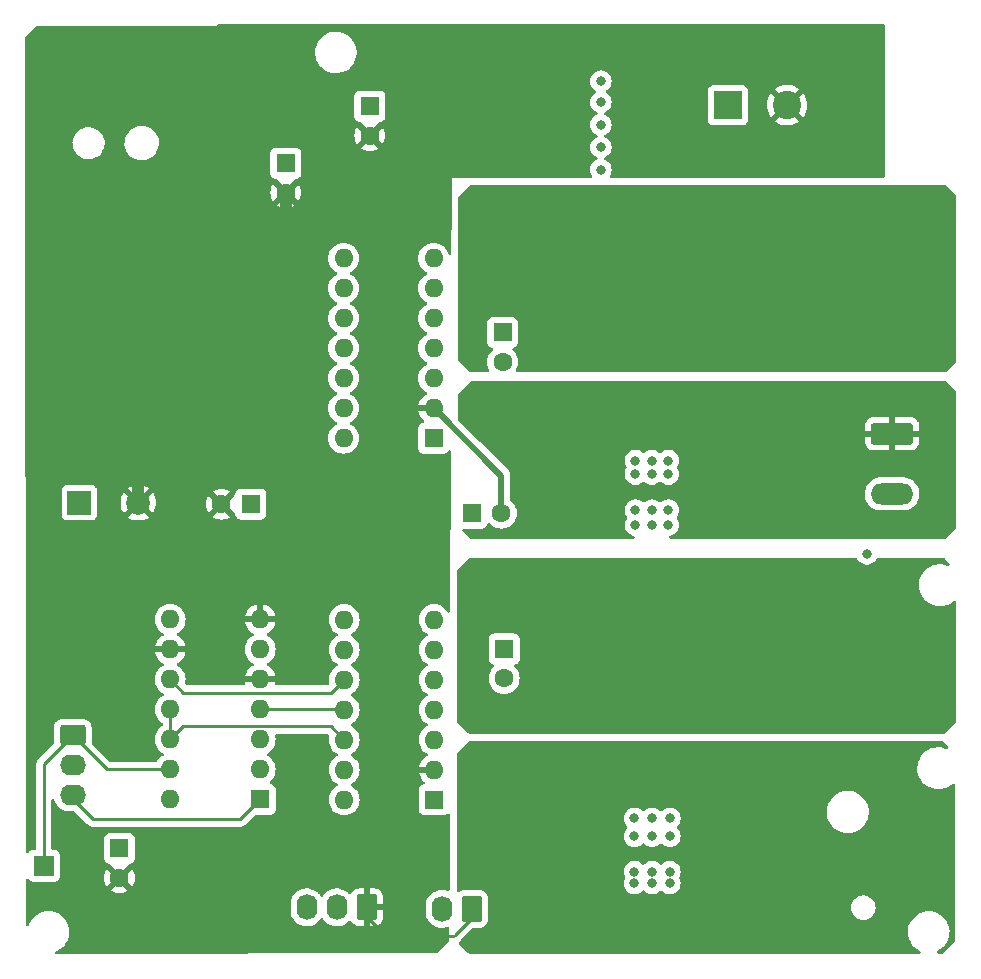
<source format=gbl>
%TF.GenerationSoftware,KiCad,Pcbnew,(6.0.1)*%
%TF.CreationDate,2022-11-04T14:47:35-07:00*%
%TF.ProjectId,TxRev3a,54785265-7633-4612-9e6b-696361645f70,rev?*%
%TF.SameCoordinates,Original*%
%TF.FileFunction,Copper,L4,Bot*%
%TF.FilePolarity,Positive*%
%FSLAX46Y46*%
G04 Gerber Fmt 4.6, Leading zero omitted, Abs format (unit mm)*
G04 Created by KiCad (PCBNEW (6.0.1)) date 2022-11-04 14:47:35*
%MOMM*%
%LPD*%
G01*
G04 APERTURE LIST*
G04 Aperture macros list*
%AMRoundRect*
0 Rectangle with rounded corners*
0 $1 Rounding radius*
0 $2 $3 $4 $5 $6 $7 $8 $9 X,Y pos of 4 corners*
0 Add a 4 corners polygon primitive as box body*
4,1,4,$2,$3,$4,$5,$6,$7,$8,$9,$2,$3,0*
0 Add four circle primitives for the rounded corners*
1,1,$1+$1,$2,$3*
1,1,$1+$1,$4,$5*
1,1,$1+$1,$6,$7*
1,1,$1+$1,$8,$9*
0 Add four rect primitives between the rounded corners*
20,1,$1+$1,$2,$3,$4,$5,0*
20,1,$1+$1,$4,$5,$6,$7,0*
20,1,$1+$1,$6,$7,$8,$9,0*
20,1,$1+$1,$8,$9,$2,$3,0*%
G04 Aperture macros list end*
%TA.AperFunction,ComponentPad*%
%ADD10R,2.400000X2.400000*%
%TD*%
%TA.AperFunction,ComponentPad*%
%ADD11C,2.400000*%
%TD*%
%TA.AperFunction,ComponentPad*%
%ADD12R,1.600000X1.600000*%
%TD*%
%TA.AperFunction,ComponentPad*%
%ADD13C,1.600000*%
%TD*%
%TA.AperFunction,ComponentPad*%
%ADD14RoundRect,0.250000X0.620000X0.845000X-0.620000X0.845000X-0.620000X-0.845000X0.620000X-0.845000X0*%
%TD*%
%TA.AperFunction,ComponentPad*%
%ADD15O,1.740000X2.190000*%
%TD*%
%TA.AperFunction,ComponentPad*%
%ADD16R,2.000000X2.000000*%
%TD*%
%TA.AperFunction,ComponentPad*%
%ADD17C,2.000000*%
%TD*%
%TA.AperFunction,ComponentPad*%
%ADD18O,1.600000X1.600000*%
%TD*%
%TA.AperFunction,ComponentPad*%
%ADD19RoundRect,0.250000X-1.550000X0.650000X-1.550000X-0.650000X1.550000X-0.650000X1.550000X0.650000X0*%
%TD*%
%TA.AperFunction,ComponentPad*%
%ADD20O,3.600000X1.800000*%
%TD*%
%TA.AperFunction,ComponentPad*%
%ADD21RoundRect,0.250000X-0.845000X0.620000X-0.845000X-0.620000X0.845000X-0.620000X0.845000X0.620000X0*%
%TD*%
%TA.AperFunction,ComponentPad*%
%ADD22O,2.190000X1.740000*%
%TD*%
%TA.AperFunction,ComponentPad*%
%ADD23R,1.700000X1.700000*%
%TD*%
%TA.AperFunction,ViaPad*%
%ADD24C,0.800000*%
%TD*%
%TA.AperFunction,ViaPad*%
%ADD25C,2.500000*%
%TD*%
%TA.AperFunction,Conductor*%
%ADD26C,0.508000*%
%TD*%
%TA.AperFunction,Conductor*%
%ADD27C,0.250000*%
%TD*%
%TA.AperFunction,Conductor*%
%ADD28C,1.016000*%
%TD*%
G04 APERTURE END LIST*
D10*
%TO.P,C52,1*%
%TO.N,/+12_FIL*%
X187422785Y-54102000D03*
D11*
%TO.P,C52,2*%
%TO.N,GND*%
X192422785Y-54102000D03*
%TD*%
D12*
%TO.P,C9,1*%
%TO.N,Net-(C11-Pad1)*%
X168475000Y-100140888D03*
D13*
%TO.P,C9,2*%
%TO.N,Net-(C11-Pad2)*%
X168475000Y-102640888D03*
%TD*%
D14*
%TO.P,SW1,1,A*%
%TO.N,GND*%
X165735000Y-122154000D03*
D15*
%TO.P,SW1,2,B*%
%TO.N,Net-(D7-Pad1)*%
X163195000Y-122154000D03*
%TD*%
D16*
%TO.P,C12,1*%
%TO.N,VCCIN*%
X132506323Y-87757000D03*
D17*
%TO.P,C12,2*%
%TO.N,GND*%
X137506323Y-87757000D03*
%TD*%
D12*
%TO.P,C13,1*%
%TO.N,VCCIN*%
X149987000Y-59015621D03*
D13*
%TO.P,C13,2*%
%TO.N,GND*%
X149987000Y-61515625D03*
%TD*%
D12*
%TO.P,C1,1*%
%TO.N,Net-(C1-Pad1)*%
X168348000Y-73343897D03*
D13*
%TO.P,C1,2*%
%TO.N,Net-(C1-Pad2)*%
X168348000Y-75843888D03*
%TD*%
D12*
%TO.P,C17,1*%
%TO.N,+5V*%
X135890000Y-117031897D03*
D13*
%TO.P,C17,2*%
%TO.N,GND*%
X135890000Y-119531888D03*
%TD*%
D12*
%TO.P,U2,1*%
%TO.N,Net-(D7-Pad1)*%
X147818000Y-112879000D03*
D18*
%TO.P,U2,2*%
%TO.N,Net-(U2-Pad2)*%
X147818000Y-110339000D03*
%TO.P,U2,3*%
X147818000Y-107799000D03*
%TO.P,U2,4*%
%TO.N,Net-(U1-Pad11)*%
X147818000Y-105259000D03*
%TO.P,U2,5*%
%TO.N,GND*%
X147818000Y-102719000D03*
%TO.P,U2,6*%
%TO.N,unconnected-(U2-Pad6)*%
X147818000Y-100179000D03*
%TO.P,U2,7,GND*%
%TO.N,GND*%
X147818000Y-97639000D03*
%TO.P,U2,8*%
%TO.N,unconnected-(U2-Pad8)*%
X140198000Y-97639000D03*
%TO.P,U2,9*%
%TO.N,GND*%
X140198000Y-100179000D03*
%TO.P,U2,10*%
%TO.N,Net-(U1-Pad12)*%
X140198000Y-102719000D03*
%TO.P,U2,11*%
%TO.N,Net-(U1-Pad10)*%
X140198000Y-105259000D03*
%TO.P,U2,12*%
X140198000Y-107799000D03*
%TO.P,U2,13*%
%TO.N,Net-(J3-Pad1)*%
X140198000Y-110339000D03*
%TO.P,U2,14,VCC*%
%TO.N,+5V*%
X140198000Y-112879000D03*
%TD*%
D12*
%TO.P,U1,1,LO*%
%TO.N,Net-(D2-Pad1)*%
X162496000Y-82301000D03*
D18*
%TO.P,U1,2,COM*%
%TO.N,GND*%
X162496000Y-79761000D03*
%TO.P,U1,3,VC*%
%TO.N,VCCIN*%
X162496000Y-77221000D03*
%TO.P,U1,4*%
%TO.N,N/C*%
X162496000Y-74681000D03*
%TO.P,U1,5,VS*%
%TO.N,Net-(C1-Pad2)*%
X162496000Y-72141000D03*
%TO.P,U1,6,VB*%
%TO.N,Net-(C1-Pad1)*%
X162496000Y-69601000D03*
%TO.P,U1,7,HO*%
%TO.N,Net-(D1-Pad1)*%
X162496000Y-67061000D03*
%TO.P,U1,8*%
%TO.N,N/C*%
X154876000Y-67061000D03*
%TO.P,U1,9,VDD*%
%TO.N,+5V*%
X154876000Y-69601000D03*
%TO.P,U1,10,HIN*%
%TO.N,Net-(U1-Pad10)*%
X154876000Y-72141000D03*
%TO.P,U1,11,SD*%
%TO.N,Net-(U1-Pad11)*%
X154876000Y-74681000D03*
%TO.P,U1,12,LIN*%
%TO.N,Net-(U1-Pad12)*%
X154876000Y-77221000D03*
%TO.P,U1,13*%
%TO.N,N/C*%
X154876000Y-79761000D03*
%TO.P,U1,14*%
X154876000Y-82301000D03*
%TD*%
D19*
%TO.P,J2,1,Pin_1*%
%TO.N,Net-(C1-Pad2)*%
X201314500Y-81932500D03*
D20*
%TO.P,J2,2,Pin_2*%
%TO.N,Net-(C4-Pad1)*%
X201314500Y-87012500D03*
%TD*%
D21*
%TO.P,J3,1,Pin_1*%
%TO.N,Net-(J3-Pad1)*%
X131933000Y-107442000D03*
D22*
%TO.P,J3,2,Pin_2*%
%TO.N,GND*%
X131933010Y-109982000D03*
%TO.P,J3,3,Pin_3*%
%TO.N,Net-(D7-Pad1)*%
X131933000Y-112522000D03*
%TD*%
D12*
%TO.P,C50,1*%
%TO.N,+5V*%
X147025995Y-87884000D03*
D13*
%TO.P,C50,2*%
%TO.N,GND*%
X144526000Y-87884000D03*
%TD*%
D23*
%TO.P,TP1,1,1*%
%TO.N,Net-(J3-Pad1)*%
X129500000Y-118500000D03*
%TD*%
D12*
%TO.P,C2,1*%
%TO.N,VCCIN*%
X157099000Y-54189621D03*
D13*
%TO.P,C2,2*%
%TO.N,GND*%
X157099000Y-56689625D03*
%TD*%
D12*
%TO.P,U3,1,LO*%
%TO.N,Net-(D4-Pad1)*%
X162550000Y-112908000D03*
D18*
%TO.P,U3,2,COM*%
%TO.N,GND*%
X162550000Y-110368000D03*
%TO.P,U3,3,VC*%
%TO.N,VCCIN*%
X162550000Y-107828000D03*
%TO.P,U3,4*%
%TO.N,N/C*%
X162550000Y-105288000D03*
%TO.P,U3,5,VS*%
%TO.N,Net-(C11-Pad2)*%
X162549992Y-102748004D03*
%TO.P,U3,6,VB*%
%TO.N,Net-(C11-Pad1)*%
X162549992Y-100208004D03*
%TO.P,U3,7,HO*%
%TO.N,Net-(D5-Pad1)*%
X162550000Y-97668000D03*
%TO.P,U3,8*%
%TO.N,N/C*%
X154930000Y-97668000D03*
%TO.P,U3,9,VDD*%
%TO.N,+5V*%
X154929992Y-100208004D03*
%TO.P,U3,10,HIN*%
%TO.N,Net-(U1-Pad12)*%
X154930000Y-102748000D03*
%TO.P,U3,11,SD*%
%TO.N,Net-(U1-Pad11)*%
X154929992Y-105288004D03*
%TO.P,U3,12,LIN*%
%TO.N,Net-(U1-Pad10)*%
X154930000Y-107828000D03*
%TO.P,U3,13*%
%TO.N,N/C*%
X154930000Y-110368000D03*
%TO.P,U3,14*%
X154930000Y-112908000D03*
%TD*%
D14*
%TO.P,J5,1,Pin_1*%
%TO.N,GND*%
X156845000Y-122027010D03*
D15*
%TO.P,J5,2,Pin_2*%
%TO.N,Net-(J5-Pad2)*%
X154305000Y-122027000D03*
%TO.P,J5,3,Pin_3*%
%TO.N,Net-(J5-Pad3)*%
X151765000Y-122027000D03*
%TD*%
D12*
%TO.P,C16,1*%
%TO.N,VCCIN*%
X165735000Y-88646000D03*
D13*
%TO.P,C16,2*%
%TO.N,GND*%
X168235000Y-88646000D03*
%TD*%
D24*
%TO.N,GND*%
X179499997Y-118999991D03*
X179499997Y-114500000D03*
X180975000Y-89662000D03*
D25*
X199237600Y-51612800D03*
D24*
X182499991Y-119999989D03*
X144272000Y-76708000D03*
X139446000Y-67564000D03*
X142875000Y-62611000D03*
X137922000Y-72009000D03*
X180999994Y-115999997D03*
X180999994Y-119999989D03*
X180999994Y-114500000D03*
X182499991Y-115999997D03*
X139573000Y-72009000D03*
X128905000Y-62611000D03*
X135763000Y-62611000D03*
X182372000Y-89662000D03*
X199186800Y-92100400D03*
X131064000Y-63754000D03*
X140970000Y-67564000D03*
X180975000Y-84201000D03*
X179578000Y-85344000D03*
X180999994Y-118999991D03*
X180975000Y-85344000D03*
X135763000Y-63754000D03*
X141224000Y-76708000D03*
X141732000Y-62611000D03*
X145796000Y-76708000D03*
X139573000Y-76708000D03*
X142875000Y-63754000D03*
X142494000Y-67564000D03*
X137033000Y-62611000D03*
X182372000Y-85344000D03*
X130048000Y-62611000D03*
X142748000Y-76708000D03*
X179578000Y-89662000D03*
X145669000Y-67564000D03*
D25*
X160020000Y-48717200D03*
D24*
X137033000Y-63754000D03*
X145669000Y-72009000D03*
X144145000Y-72009000D03*
X179578000Y-84201000D03*
X137922000Y-67564000D03*
X179578000Y-88392000D03*
X182499991Y-118999991D03*
X142494000Y-72009000D03*
X179499997Y-115999997D03*
X130048000Y-63754000D03*
X180975000Y-88392000D03*
X128905000Y-63754000D03*
X141097000Y-72009000D03*
X130556000Y-72009000D03*
X182499991Y-114500000D03*
X182372000Y-88392000D03*
X179499997Y-119999989D03*
X182372000Y-84201000D03*
D25*
X159867600Y-117195600D03*
D24*
X133731000Y-72009000D03*
X141732000Y-63754000D03*
X131064000Y-62611000D03*
X144145000Y-67564000D03*
X137668000Y-76708000D03*
%TO.N,Net-(C11-Pad2)*%
X189992000Y-116205000D03*
X191262000Y-112776000D03*
X189992000Y-113919000D03*
X188722000Y-110490000D03*
X188722000Y-115062000D03*
X188722000Y-119634000D03*
X188722000Y-117348000D03*
X192532000Y-111633000D03*
X193802000Y-112776000D03*
X187452000Y-111633000D03*
X193802000Y-117348000D03*
X193802000Y-119634000D03*
X192532000Y-118491000D03*
X191262000Y-119634000D03*
X192532000Y-113919000D03*
X186182000Y-115062000D03*
X191262000Y-110490000D03*
X186182000Y-117348000D03*
X187452000Y-116205000D03*
X187452000Y-118491000D03*
X193802000Y-110490000D03*
X193802000Y-115062000D03*
X186182000Y-110490000D03*
X186182000Y-112776000D03*
X186182000Y-119634000D03*
X188722000Y-112776000D03*
X191262000Y-115062000D03*
X189992000Y-111633000D03*
X189992000Y-118491000D03*
X191262000Y-117348000D03*
X187452000Y-113919000D03*
X192532000Y-116205000D03*
%TO.N,Net-(C1-Pad2)*%
X191770000Y-82296000D03*
X194310000Y-89154000D03*
X186690000Y-80010000D03*
X189230000Y-89154000D03*
X189230000Y-82296000D03*
X187960000Y-83439000D03*
X193040000Y-85725000D03*
X191770000Y-84582000D03*
X191770000Y-89154000D03*
X187960000Y-88011000D03*
X189230000Y-80010000D03*
X194310000Y-80010000D03*
X193040000Y-81153000D03*
X190500000Y-81153000D03*
X190500000Y-88011000D03*
X187960000Y-85725000D03*
X194310000Y-82296000D03*
X186690000Y-82296000D03*
X191770000Y-80010000D03*
X186690000Y-89154000D03*
X186690000Y-84582000D03*
X191770000Y-86868000D03*
X186690000Y-86868000D03*
X187960000Y-81153000D03*
X189230000Y-86868000D03*
X194310000Y-84582000D03*
X194310000Y-86868000D03*
X193040000Y-88011000D03*
X190500000Y-83439000D03*
X190500000Y-85725000D03*
X189230000Y-84582000D03*
X193040000Y-83439000D03*
%TO.N,/+12_FIL*%
X188976000Y-67056000D03*
X192532000Y-68199000D03*
X193675000Y-67056000D03*
X187071000Y-99822000D03*
X195199000Y-102743000D03*
X190627000Y-93091000D03*
X189103000Y-93091000D03*
X191389000Y-67056000D03*
X190246000Y-65913000D03*
X193675000Y-69342000D03*
X195961000Y-100330000D03*
X187833000Y-70485000D03*
X187071000Y-98171000D03*
X188976000Y-71628000D03*
X189992000Y-104267000D03*
X176657000Y-59563000D03*
X188976000Y-64770000D03*
X193675000Y-71628000D03*
X176657000Y-57658000D03*
X187960000Y-72771000D03*
X191389000Y-69342000D03*
X192532000Y-65913000D03*
X192913000Y-99822000D03*
X186690000Y-67056000D03*
X189992000Y-98171000D03*
X187706000Y-93091000D03*
X190246000Y-68199000D03*
X192913000Y-101346000D03*
X176657000Y-52070000D03*
X189992000Y-99822000D03*
X192913000Y-96647000D03*
X193675000Y-93091000D03*
X189992000Y-101346000D03*
X187071000Y-96647000D03*
X195199000Y-99568000D03*
X195199000Y-95250000D03*
X189865000Y-95250000D03*
X192786000Y-95250000D03*
X186815400Y-73783495D03*
X187833000Y-65913000D03*
X190246000Y-70485000D03*
X187071000Y-101346000D03*
X191382294Y-73783495D03*
X187071000Y-102870000D03*
X189992000Y-96647000D03*
X192532000Y-72771000D03*
X186944000Y-95250000D03*
X192913000Y-102870000D03*
X176657000Y-55753000D03*
X195199000Y-97917000D03*
X186817000Y-71628000D03*
X195199000Y-93091000D03*
X192913000Y-98171000D03*
X188976000Y-69342000D03*
X186690000Y-64770000D03*
X186817000Y-69342000D03*
X193675000Y-73787000D03*
X187071000Y-104267000D03*
X195961000Y-96012000D03*
X187833000Y-68199000D03*
X192913000Y-104267000D03*
X195199000Y-96647000D03*
X195834000Y-101854000D03*
X186182000Y-93091000D03*
X192532000Y-70485000D03*
X176657000Y-53848000D03*
X195961000Y-98806000D03*
X195199000Y-104394000D03*
X192151000Y-93076547D03*
X191389000Y-71628000D03*
X188966526Y-73783495D03*
X195834000Y-103632000D03*
X195199000Y-101092000D03*
X193675000Y-64770000D03*
X190246000Y-72771000D03*
X189992000Y-102870000D03*
X191389000Y-64770000D03*
X195961000Y-97282000D03*
%TD*%
D26*
%TO.N,GND*%
X168234995Y-85500007D02*
X168234995Y-88646000D01*
D27*
X158496000Y-124460000D02*
X164251980Y-124460000D01*
D28*
X137506329Y-78574671D02*
X137506329Y-87757000D01*
D27*
X143711800Y-100179000D02*
X146251800Y-97639000D01*
D28*
X149987000Y-61515625D02*
X149987000Y-78513000D01*
D27*
X146251800Y-97639000D02*
X147818000Y-97639000D01*
X165735000Y-122936000D02*
X164338000Y-124333000D01*
D26*
X162495992Y-79761004D02*
X168234995Y-85500007D01*
D27*
X137568000Y-78513000D02*
X137506323Y-78574677D01*
X140198000Y-100179000D02*
X143711800Y-100179000D01*
X165735000Y-122154000D02*
X165735000Y-122936000D01*
X156845000Y-122027000D02*
X156845000Y-122809000D01*
X156845000Y-122809000D02*
X158496000Y-124460000D01*
D28*
X149987000Y-78513000D02*
X137568000Y-78513000D01*
D27*
%TO.N,Net-(J3-Pad1)*%
X134830000Y-110339000D02*
X131933000Y-107442000D01*
X140198000Y-110339000D02*
X134830000Y-110339000D01*
X129500000Y-109875000D02*
X129500000Y-118500000D01*
X131933000Y-107442000D02*
X129500000Y-109875000D01*
%TO.N,Net-(D7-Pad1)*%
X131933000Y-112832200D02*
X131933000Y-112522000D01*
X147818000Y-112879000D02*
X146143000Y-114554000D01*
X146143000Y-114554000D02*
X133654800Y-114554000D01*
X133654800Y-114554000D02*
X131933000Y-112832200D01*
%TO.N,Net-(U1-Pad10)*%
X140198000Y-107799000D02*
X141322511Y-106674489D01*
X140198000Y-105259000D02*
X140198000Y-107799000D01*
X153776489Y-106674489D02*
X154930000Y-107828000D01*
X141322511Y-106674489D02*
X153776489Y-106674489D01*
%TO.N,Net-(U1-Pad11)*%
X154900988Y-105259000D02*
X154929992Y-105288004D01*
X147818000Y-105259000D02*
X154900988Y-105259000D01*
%TO.N,Net-(U1-Pad12)*%
X153834489Y-103843511D02*
X154930000Y-102748000D01*
X141322511Y-103843511D02*
X153834489Y-103843511D01*
X140198000Y-102719000D02*
X141322511Y-103843511D01*
%TD*%
%TA.AperFunction,Conductor*%
%TO.N,/+12_FIL*%
G36*
X198338436Y-92476002D02*
G01*
X198379434Y-92519000D01*
X198447760Y-92637344D01*
X198575547Y-92779266D01*
X198730048Y-92891518D01*
X198736076Y-92894202D01*
X198736078Y-92894203D01*
X198898481Y-92966509D01*
X198904512Y-92969194D01*
X198997913Y-92989047D01*
X199084856Y-93007528D01*
X199084861Y-93007528D01*
X199091313Y-93008900D01*
X199282287Y-93008900D01*
X199288739Y-93007528D01*
X199288744Y-93007528D01*
X199375687Y-92989047D01*
X199469088Y-92969194D01*
X199475119Y-92966509D01*
X199637522Y-92894203D01*
X199637524Y-92894202D01*
X199643552Y-92891518D01*
X199798053Y-92779266D01*
X199925840Y-92637344D01*
X199994166Y-92519000D01*
X200045549Y-92470007D01*
X200103285Y-92456000D01*
X205687810Y-92456000D01*
X205755931Y-92476002D01*
X205776905Y-92492905D01*
X206170066Y-92886066D01*
X206204092Y-92948378D01*
X206199027Y-93019193D01*
X206156480Y-93076029D01*
X206089960Y-93100840D01*
X206033770Y-93091986D01*
X206031111Y-93090912D01*
X206026918Y-93088844D01*
X205775230Y-93008278D01*
X205543668Y-92970566D01*
X205519009Y-92966550D01*
X205519008Y-92966550D01*
X205514397Y-92965799D01*
X205382274Y-92964070D01*
X205254828Y-92962401D01*
X205254825Y-92962401D01*
X205250151Y-92962340D01*
X204988296Y-92997977D01*
X204734585Y-93071927D01*
X204494591Y-93182565D01*
X204490682Y-93185128D01*
X204277500Y-93324896D01*
X204277495Y-93324900D01*
X204273587Y-93327462D01*
X204076427Y-93503434D01*
X203907443Y-93706615D01*
X203770348Y-93932541D01*
X203768539Y-93936855D01*
X203768538Y-93936857D01*
X203679938Y-94148144D01*
X203668152Y-94176250D01*
X203603102Y-94432388D01*
X203576625Y-94695327D01*
X203578356Y-94731361D01*
X203589304Y-94959291D01*
X203640860Y-95218482D01*
X203642439Y-95222880D01*
X203642441Y-95222887D01*
X203645643Y-95231804D01*
X203730161Y-95467206D01*
X203855245Y-95699998D01*
X204013363Y-95911744D01*
X204016672Y-95915024D01*
X204016677Y-95915030D01*
X204167573Y-96064614D01*
X204201043Y-96097793D01*
X204204805Y-96100551D01*
X204204808Y-96100554D01*
X204322603Y-96186925D01*
X204414161Y-96254058D01*
X204418292Y-96256232D01*
X204418293Y-96256232D01*
X204643901Y-96374930D01*
X204643907Y-96374932D01*
X204648036Y-96377105D01*
X204652443Y-96378644D01*
X204652450Y-96378647D01*
X204893113Y-96462690D01*
X204897529Y-96464232D01*
X204902122Y-96465104D01*
X205053999Y-96493939D01*
X205157160Y-96513525D01*
X205282677Y-96518457D01*
X205416557Y-96523717D01*
X205416562Y-96523717D01*
X205421225Y-96523900D01*
X205523912Y-96512654D01*
X205679270Y-96495640D01*
X205679275Y-96495639D01*
X205683923Y-96495130D01*
X205807138Y-96462690D01*
X205934960Y-96429037D01*
X205934962Y-96429036D01*
X205939483Y-96427846D01*
X205943780Y-96426000D01*
X206177997Y-96325373D01*
X206177999Y-96325372D01*
X206182291Y-96323528D01*
X206291040Y-96256232D01*
X206403040Y-96186925D01*
X206403044Y-96186922D01*
X206407013Y-96184466D01*
X206548588Y-96064614D01*
X206613504Y-96035865D01*
X206683657Y-96046777D01*
X206736775Y-96093884D01*
X206756000Y-96160781D01*
X206756000Y-106246810D01*
X206735998Y-106314931D01*
X206719095Y-106335905D01*
X205776905Y-107278095D01*
X205714593Y-107312121D01*
X205687810Y-107315000D01*
X165533190Y-107315000D01*
X165465069Y-107294998D01*
X165444095Y-107278095D01*
X164501905Y-106335905D01*
X164467879Y-106273593D01*
X164465000Y-106246810D01*
X164465000Y-102640888D01*
X167161502Y-102640888D01*
X167181457Y-102868975D01*
X167240716Y-103090131D01*
X167243039Y-103095112D01*
X167243039Y-103095113D01*
X167335151Y-103292650D01*
X167335154Y-103292655D01*
X167337477Y-103297637D01*
X167468802Y-103485188D01*
X167630700Y-103647086D01*
X167635208Y-103650243D01*
X167635211Y-103650245D01*
X167713389Y-103704986D01*
X167818251Y-103778411D01*
X167823233Y-103780734D01*
X167823238Y-103780737D01*
X168020775Y-103872849D01*
X168025757Y-103875172D01*
X168031065Y-103876594D01*
X168031067Y-103876595D01*
X168241598Y-103933007D01*
X168241600Y-103933007D01*
X168246913Y-103934431D01*
X168475000Y-103954386D01*
X168703087Y-103934431D01*
X168708400Y-103933007D01*
X168708402Y-103933007D01*
X168918933Y-103876595D01*
X168918935Y-103876594D01*
X168924243Y-103875172D01*
X168929225Y-103872849D01*
X169126762Y-103780737D01*
X169126767Y-103780734D01*
X169131749Y-103778411D01*
X169236611Y-103704986D01*
X169314789Y-103650245D01*
X169314792Y-103650243D01*
X169319300Y-103647086D01*
X169481198Y-103485188D01*
X169612523Y-103297637D01*
X169614846Y-103292655D01*
X169614849Y-103292650D01*
X169706961Y-103095113D01*
X169706961Y-103095112D01*
X169709284Y-103090131D01*
X169768543Y-102868975D01*
X169788498Y-102640888D01*
X169768543Y-102412801D01*
X169709284Y-102191645D01*
X169706961Y-102186663D01*
X169614849Y-101989126D01*
X169614846Y-101989121D01*
X169612523Y-101984139D01*
X169481198Y-101796588D01*
X169335498Y-101650888D01*
X169301472Y-101588576D01*
X169306537Y-101517761D01*
X169349084Y-101460925D01*
X169385737Y-101443756D01*
X169385316Y-101442633D01*
X169513297Y-101394655D01*
X169521705Y-101391503D01*
X169638261Y-101304149D01*
X169725615Y-101187593D01*
X169776745Y-101051204D01*
X169783500Y-100989022D01*
X169783500Y-99292754D01*
X169776745Y-99230572D01*
X169725615Y-99094183D01*
X169638261Y-98977627D01*
X169521705Y-98890273D01*
X169385316Y-98839143D01*
X169323134Y-98832388D01*
X167626866Y-98832388D01*
X167564684Y-98839143D01*
X167428295Y-98890273D01*
X167311739Y-98977627D01*
X167224385Y-99094183D01*
X167173255Y-99230572D01*
X167166500Y-99292754D01*
X167166500Y-100989022D01*
X167173255Y-101051204D01*
X167224385Y-101187593D01*
X167311739Y-101304149D01*
X167428295Y-101391503D01*
X167436703Y-101394655D01*
X167564684Y-101442633D01*
X167563954Y-101444579D01*
X167616205Y-101474433D01*
X167649021Y-101537391D01*
X167642591Y-101608095D01*
X167614502Y-101650888D01*
X167468802Y-101796588D01*
X167337477Y-101984139D01*
X167335154Y-101989121D01*
X167335151Y-101989126D01*
X167243039Y-102186663D01*
X167240716Y-102191645D01*
X167181457Y-102412801D01*
X167161502Y-102640888D01*
X164465000Y-102640888D01*
X164465000Y-93524190D01*
X164485002Y-93456069D01*
X164501905Y-93435095D01*
X165444095Y-92492905D01*
X165506407Y-92458879D01*
X165533190Y-92456000D01*
X198270315Y-92456000D01*
X198338436Y-92476002D01*
G37*
%TD.AperFunction*%
%TD*%
%TA.AperFunction,Conductor*%
%TO.N,Net-(C11-Pad2)*%
G36*
X205628931Y-107970002D02*
G01*
X205649905Y-107986905D01*
X206043066Y-108380066D01*
X206077092Y-108442378D01*
X206072027Y-108513193D01*
X206029480Y-108570029D01*
X205962960Y-108594840D01*
X205906770Y-108585986D01*
X205904111Y-108584912D01*
X205899918Y-108582844D01*
X205648230Y-108502278D01*
X205505544Y-108479040D01*
X205392009Y-108460550D01*
X205392008Y-108460550D01*
X205387397Y-108459799D01*
X205255274Y-108458069D01*
X205127828Y-108456401D01*
X205127825Y-108456401D01*
X205123151Y-108456340D01*
X204861296Y-108491977D01*
X204607585Y-108565927D01*
X204367591Y-108676565D01*
X204363682Y-108679128D01*
X204150500Y-108818896D01*
X204150495Y-108818900D01*
X204146587Y-108821462D01*
X203949427Y-108997434D01*
X203780443Y-109200615D01*
X203643348Y-109426541D01*
X203641539Y-109430855D01*
X203641538Y-109430857D01*
X203552938Y-109642144D01*
X203541152Y-109670250D01*
X203476102Y-109926388D01*
X203449625Y-110189327D01*
X203451356Y-110225361D01*
X203462304Y-110453291D01*
X203513860Y-110712482D01*
X203515439Y-110716880D01*
X203515441Y-110716887D01*
X203518643Y-110725804D01*
X203603161Y-110961206D01*
X203728245Y-111193998D01*
X203886363Y-111405744D01*
X203889672Y-111409024D01*
X203889677Y-111409030D01*
X204040573Y-111558614D01*
X204074043Y-111591793D01*
X204077805Y-111594551D01*
X204077808Y-111594554D01*
X204195603Y-111680925D01*
X204287161Y-111748058D01*
X204291292Y-111750232D01*
X204291293Y-111750232D01*
X204516901Y-111868930D01*
X204516907Y-111868932D01*
X204521036Y-111871105D01*
X204525443Y-111872644D01*
X204525450Y-111872647D01*
X204766113Y-111956690D01*
X204770529Y-111958232D01*
X204775122Y-111959104D01*
X204926999Y-111987939D01*
X205030160Y-112007525D01*
X205155677Y-112012457D01*
X205289557Y-112017717D01*
X205289562Y-112017717D01*
X205294225Y-112017900D01*
X205396912Y-112006654D01*
X205552270Y-111989640D01*
X205552275Y-111989639D01*
X205556923Y-111989130D01*
X205680138Y-111956690D01*
X205807960Y-111923037D01*
X205807962Y-111923036D01*
X205812483Y-111921846D01*
X205816780Y-111920000D01*
X206050997Y-111819373D01*
X206050999Y-111819372D01*
X206055291Y-111817528D01*
X206164040Y-111750232D01*
X206276040Y-111680925D01*
X206276044Y-111680922D01*
X206280013Y-111678466D01*
X206421588Y-111558614D01*
X206486504Y-111529865D01*
X206556657Y-111540777D01*
X206609775Y-111587884D01*
X206629000Y-111654781D01*
X206629000Y-124865010D01*
X206608998Y-124933131D01*
X206592095Y-124954105D01*
X205649905Y-125896295D01*
X205587593Y-125930321D01*
X205560810Y-125933200D01*
X205237210Y-125933200D01*
X205169089Y-125913198D01*
X205122596Y-125859542D01*
X205112492Y-125789268D01*
X205141986Y-125724688D01*
X205178745Y-125696690D01*
X205178377Y-125696047D01*
X205218344Y-125673204D01*
X205405298Y-125566351D01*
X205610557Y-125404538D01*
X205789643Y-125214163D01*
X205938624Y-124999409D01*
X205960484Y-124955082D01*
X206052160Y-124769181D01*
X206052161Y-124769178D01*
X206054225Y-124764993D01*
X206133907Y-124516065D01*
X206175921Y-124258093D01*
X206179342Y-123996745D01*
X206144096Y-123737762D01*
X206129673Y-123688277D01*
X206103207Y-123597478D01*
X206070957Y-123486833D01*
X205961532Y-123249472D01*
X205928719Y-123199424D01*
X205820790Y-123034804D01*
X205820786Y-123034799D01*
X205818224Y-123030891D01*
X205644182Y-122835894D01*
X205443230Y-122668763D01*
X205396044Y-122640130D01*
X205223778Y-122535596D01*
X205223774Y-122535594D01*
X205219781Y-122533171D01*
X204978745Y-122432097D01*
X204725417Y-122367759D01*
X204720766Y-122367291D01*
X204720762Y-122367290D01*
X204511471Y-122346216D01*
X204508333Y-122345900D01*
X204352846Y-122345900D01*
X204350521Y-122346073D01*
X204350515Y-122346073D01*
X204163200Y-122359993D01*
X204163196Y-122359994D01*
X204158548Y-122360339D01*
X204154000Y-122361368D01*
X204153994Y-122361369D01*
X203967599Y-122403547D01*
X203903623Y-122418023D01*
X203899271Y-122419715D01*
X203899269Y-122419716D01*
X203664376Y-122511060D01*
X203664373Y-122511061D01*
X203660023Y-122512753D01*
X203433102Y-122642449D01*
X203227843Y-122804262D01*
X203048757Y-122994637D01*
X202943084Y-123146963D01*
X202932227Y-123162614D01*
X202899776Y-123209391D01*
X202897710Y-123213581D01*
X202897708Y-123213584D01*
X202844373Y-123321738D01*
X202784175Y-123443807D01*
X202704493Y-123692735D01*
X202662479Y-123950707D01*
X202659058Y-124212055D01*
X202694304Y-124471038D01*
X202695612Y-124475524D01*
X202695612Y-124475526D01*
X202715298Y-124543064D01*
X202767443Y-124721967D01*
X202876868Y-124959328D01*
X202879431Y-124963237D01*
X203017610Y-125173996D01*
X203017614Y-125174001D01*
X203020176Y-125177909D01*
X203194218Y-125372906D01*
X203395170Y-125540037D01*
X203399173Y-125542466D01*
X203614622Y-125673204D01*
X203614626Y-125673206D01*
X203618619Y-125675629D01*
X203622933Y-125677438D01*
X203655282Y-125691003D01*
X203710368Y-125735791D01*
X203732495Y-125803252D01*
X203714637Y-125871966D01*
X203662465Y-125920117D01*
X203606557Y-125933200D01*
X165533190Y-125933200D01*
X165465069Y-125913198D01*
X165444095Y-125896295D01*
X164668406Y-125120606D01*
X164634380Y-125058294D01*
X164639445Y-124987479D01*
X164678002Y-124936732D01*
X164676897Y-124935556D01*
X164682673Y-124930132D01*
X164689087Y-124925472D01*
X164730628Y-124875258D01*
X164786063Y-124808249D01*
X164786065Y-124808246D01*
X164791113Y-124802144D01*
X164794487Y-124794975D01*
X164794489Y-124794971D01*
X164805174Y-124772264D01*
X164830087Y-124736817D01*
X165772499Y-123794405D01*
X165834811Y-123760379D01*
X165861594Y-123757500D01*
X166405400Y-123757500D01*
X166408646Y-123757163D01*
X166408650Y-123757163D01*
X166504308Y-123747238D01*
X166504312Y-123747237D01*
X166511166Y-123746526D01*
X166517702Y-123744345D01*
X166517704Y-123744345D01*
X166671998Y-123692868D01*
X166678946Y-123690550D01*
X166829348Y-123597478D01*
X166954305Y-123472303D01*
X167047115Y-123321738D01*
X167102797Y-123153861D01*
X167113500Y-123049400D01*
X167113500Y-122039785D01*
X197848549Y-122039785D01*
X197866830Y-122240654D01*
X197868568Y-122246560D01*
X197868569Y-122246564D01*
X197901953Y-122359993D01*
X197923778Y-122434147D01*
X198017224Y-122612893D01*
X198143610Y-122770085D01*
X198298120Y-122899735D01*
X198303509Y-122902698D01*
X198303514Y-122902701D01*
X198451176Y-122983878D01*
X198474870Y-122996904D01*
X198480737Y-122998765D01*
X198480739Y-122998766D01*
X198640358Y-123049400D01*
X198667128Y-123057892D01*
X198824108Y-123075500D01*
X198932750Y-123075500D01*
X199082737Y-123060794D01*
X199275827Y-123002496D01*
X199364872Y-122955150D01*
X199448475Y-122910698D01*
X199448478Y-122910696D01*
X199453917Y-122907804D01*
X199458687Y-122903914D01*
X199458691Y-122903911D01*
X199605448Y-122784219D01*
X199605451Y-122784216D01*
X199610223Y-122780324D01*
X199618694Y-122770085D01*
X199700038Y-122671755D01*
X199738790Y-122624912D01*
X199834723Y-122447488D01*
X199894368Y-122254809D01*
X199915451Y-122054215D01*
X199897170Y-121853346D01*
X199840222Y-121659853D01*
X199746776Y-121481107D01*
X199620390Y-121323915D01*
X199465880Y-121194265D01*
X199460491Y-121191302D01*
X199460486Y-121191299D01*
X199294525Y-121100062D01*
X199294526Y-121100062D01*
X199289130Y-121097096D01*
X199283263Y-121095235D01*
X199283261Y-121095234D01*
X199102742Y-121037970D01*
X199102741Y-121037970D01*
X199096872Y-121036108D01*
X198939892Y-121018500D01*
X198831250Y-121018500D01*
X198681263Y-121033206D01*
X198488173Y-121091504D01*
X198472078Y-121100062D01*
X198315525Y-121183302D01*
X198315522Y-121183304D01*
X198310083Y-121186196D01*
X198305313Y-121190086D01*
X198305309Y-121190089D01*
X198158552Y-121309781D01*
X198158549Y-121309784D01*
X198153777Y-121313676D01*
X198149850Y-121318423D01*
X198149848Y-121318425D01*
X198124807Y-121348695D01*
X198025210Y-121469088D01*
X197929277Y-121646512D01*
X197869632Y-121839191D01*
X197848549Y-122039785D01*
X167113500Y-122039785D01*
X167113500Y-121258600D01*
X167113163Y-121255350D01*
X167103238Y-121159692D01*
X167103237Y-121159688D01*
X167102526Y-121152834D01*
X167081471Y-121089723D01*
X167048868Y-120992002D01*
X167046550Y-120985054D01*
X166953478Y-120834652D01*
X166828303Y-120709695D01*
X166784571Y-120682738D01*
X166683968Y-120620725D01*
X166683966Y-120620724D01*
X166677738Y-120616885D01*
X166517254Y-120563655D01*
X166516389Y-120563368D01*
X166516387Y-120563368D01*
X166509861Y-120561203D01*
X166503025Y-120560503D01*
X166503022Y-120560502D01*
X166457401Y-120555828D01*
X166405400Y-120550500D01*
X165064600Y-120550500D01*
X165061354Y-120550837D01*
X165061350Y-120550837D01*
X164965692Y-120560762D01*
X164965688Y-120560763D01*
X164958834Y-120561474D01*
X164952298Y-120563655D01*
X164952296Y-120563655D01*
X164831764Y-120603868D01*
X164791054Y-120617450D01*
X164674143Y-120689797D01*
X164657303Y-120700218D01*
X164588851Y-120719056D01*
X164521081Y-120697895D01*
X164475510Y-120643454D01*
X164465000Y-120593074D01*
X164465000Y-119999989D01*
X178586493Y-119999989D01*
X178606455Y-120189917D01*
X178665470Y-120371545D01*
X178760957Y-120536933D01*
X178765375Y-120541840D01*
X178765376Y-120541841D01*
X178884322Y-120673944D01*
X178888744Y-120678855D01*
X179043245Y-120791107D01*
X179049273Y-120793791D01*
X179049275Y-120793792D01*
X179211678Y-120866098D01*
X179217709Y-120868783D01*
X179311109Y-120888636D01*
X179398053Y-120907117D01*
X179398058Y-120907117D01*
X179404510Y-120908489D01*
X179595484Y-120908489D01*
X179601936Y-120907117D01*
X179601941Y-120907117D01*
X179688885Y-120888636D01*
X179782285Y-120868783D01*
X179788316Y-120866098D01*
X179950719Y-120793792D01*
X179950721Y-120793791D01*
X179956749Y-120791107D01*
X180111250Y-120678855D01*
X180156360Y-120628755D01*
X180216807Y-120591516D01*
X180287790Y-120592868D01*
X180343630Y-120628754D01*
X180388741Y-120678855D01*
X180543242Y-120791107D01*
X180549270Y-120793791D01*
X180549272Y-120793792D01*
X180711675Y-120866098D01*
X180717706Y-120868783D01*
X180811106Y-120888636D01*
X180898050Y-120907117D01*
X180898055Y-120907117D01*
X180904507Y-120908489D01*
X181095481Y-120908489D01*
X181101933Y-120907117D01*
X181101938Y-120907117D01*
X181188882Y-120888636D01*
X181282282Y-120868783D01*
X181288313Y-120866098D01*
X181450716Y-120793792D01*
X181450718Y-120793791D01*
X181456746Y-120791107D01*
X181611247Y-120678855D01*
X181656357Y-120628755D01*
X181716804Y-120591516D01*
X181787787Y-120592868D01*
X181843627Y-120628754D01*
X181888738Y-120678855D01*
X182043239Y-120791107D01*
X182049267Y-120793791D01*
X182049269Y-120793792D01*
X182211672Y-120866098D01*
X182217703Y-120868783D01*
X182311103Y-120888636D01*
X182398047Y-120907117D01*
X182398052Y-120907117D01*
X182404504Y-120908489D01*
X182595478Y-120908489D01*
X182601930Y-120907117D01*
X182601935Y-120907117D01*
X182688879Y-120888636D01*
X182782279Y-120868783D01*
X182788310Y-120866098D01*
X182950713Y-120793792D01*
X182950715Y-120793791D01*
X182956743Y-120791107D01*
X183111244Y-120678855D01*
X183115666Y-120673944D01*
X183234612Y-120541841D01*
X183234613Y-120541840D01*
X183239031Y-120536933D01*
X183334518Y-120371545D01*
X183393533Y-120189917D01*
X183413495Y-119999989D01*
X183393533Y-119810061D01*
X183334518Y-119628433D01*
X183296733Y-119562988D01*
X183279996Y-119493995D01*
X183296733Y-119436992D01*
X183334518Y-119371547D01*
X183393533Y-119189919D01*
X183413495Y-118999991D01*
X183393533Y-118810063D01*
X183334518Y-118628435D01*
X183239031Y-118463047D01*
X183111244Y-118321125D01*
X182956743Y-118208873D01*
X182950715Y-118206189D01*
X182950713Y-118206188D01*
X182788310Y-118133882D01*
X182788309Y-118133882D01*
X182782279Y-118131197D01*
X182688879Y-118111344D01*
X182601935Y-118092863D01*
X182601930Y-118092863D01*
X182595478Y-118091491D01*
X182404504Y-118091491D01*
X182398052Y-118092863D01*
X182398047Y-118092863D01*
X182311103Y-118111344D01*
X182217703Y-118131197D01*
X182211673Y-118133882D01*
X182211672Y-118133882D01*
X182049269Y-118206188D01*
X182049267Y-118206189D01*
X182043239Y-118208873D01*
X181888738Y-118321125D01*
X181843628Y-118371225D01*
X181783184Y-118408464D01*
X181712200Y-118407112D01*
X181656357Y-118371225D01*
X181656356Y-118371224D01*
X181611247Y-118321125D01*
X181456746Y-118208873D01*
X181450718Y-118206189D01*
X181450716Y-118206188D01*
X181288313Y-118133882D01*
X181288312Y-118133882D01*
X181282282Y-118131197D01*
X181188882Y-118111344D01*
X181101938Y-118092863D01*
X181101933Y-118092863D01*
X181095481Y-118091491D01*
X180904507Y-118091491D01*
X180898055Y-118092863D01*
X180898050Y-118092863D01*
X180811106Y-118111344D01*
X180717706Y-118131197D01*
X180711676Y-118133882D01*
X180711675Y-118133882D01*
X180549272Y-118206188D01*
X180549270Y-118206189D01*
X180543242Y-118208873D01*
X180388741Y-118321125D01*
X180343631Y-118371225D01*
X180283187Y-118408464D01*
X180212203Y-118407112D01*
X180156360Y-118371225D01*
X180156359Y-118371224D01*
X180111250Y-118321125D01*
X179956749Y-118208873D01*
X179950721Y-118206189D01*
X179950719Y-118206188D01*
X179788316Y-118133882D01*
X179788315Y-118133882D01*
X179782285Y-118131197D01*
X179688885Y-118111344D01*
X179601941Y-118092863D01*
X179601936Y-118092863D01*
X179595484Y-118091491D01*
X179404510Y-118091491D01*
X179398058Y-118092863D01*
X179398053Y-118092863D01*
X179311109Y-118111344D01*
X179217709Y-118131197D01*
X179211679Y-118133882D01*
X179211678Y-118133882D01*
X179049275Y-118206188D01*
X179049273Y-118206189D01*
X179043245Y-118208873D01*
X178888744Y-118321125D01*
X178760957Y-118463047D01*
X178665470Y-118628435D01*
X178606455Y-118810063D01*
X178586493Y-118999991D01*
X178606455Y-119189919D01*
X178665470Y-119371547D01*
X178703255Y-119436992D01*
X178719992Y-119505985D01*
X178703255Y-119562988D01*
X178665470Y-119628433D01*
X178606455Y-119810061D01*
X178586493Y-119999989D01*
X164465000Y-119999989D01*
X164465000Y-115999997D01*
X178586493Y-115999997D01*
X178606455Y-116189925D01*
X178665470Y-116371553D01*
X178760957Y-116536941D01*
X178888744Y-116678863D01*
X179043245Y-116791115D01*
X179049273Y-116793799D01*
X179049275Y-116793800D01*
X179211678Y-116866106D01*
X179217709Y-116868791D01*
X179311110Y-116888644D01*
X179398053Y-116907125D01*
X179398058Y-116907125D01*
X179404510Y-116908497D01*
X179595484Y-116908497D01*
X179601936Y-116907125D01*
X179601941Y-116907125D01*
X179688884Y-116888644D01*
X179782285Y-116868791D01*
X179788316Y-116866106D01*
X179950719Y-116793800D01*
X179950721Y-116793799D01*
X179956749Y-116791115D01*
X180111250Y-116678863D01*
X180156360Y-116628763D01*
X180216807Y-116591524D01*
X180287790Y-116592876D01*
X180343630Y-116628762D01*
X180388741Y-116678863D01*
X180543242Y-116791115D01*
X180549270Y-116793799D01*
X180549272Y-116793800D01*
X180711675Y-116866106D01*
X180717706Y-116868791D01*
X180811107Y-116888644D01*
X180898050Y-116907125D01*
X180898055Y-116907125D01*
X180904507Y-116908497D01*
X181095481Y-116908497D01*
X181101933Y-116907125D01*
X181101938Y-116907125D01*
X181188881Y-116888644D01*
X181282282Y-116868791D01*
X181288313Y-116866106D01*
X181450716Y-116793800D01*
X181450718Y-116793799D01*
X181456746Y-116791115D01*
X181611247Y-116678863D01*
X181656357Y-116628763D01*
X181716804Y-116591524D01*
X181787787Y-116592876D01*
X181843627Y-116628762D01*
X181888738Y-116678863D01*
X182043239Y-116791115D01*
X182049267Y-116793799D01*
X182049269Y-116793800D01*
X182211672Y-116866106D01*
X182217703Y-116868791D01*
X182311104Y-116888644D01*
X182398047Y-116907125D01*
X182398052Y-116907125D01*
X182404504Y-116908497D01*
X182595478Y-116908497D01*
X182601930Y-116907125D01*
X182601935Y-116907125D01*
X182688878Y-116888644D01*
X182782279Y-116868791D01*
X182788310Y-116866106D01*
X182950713Y-116793800D01*
X182950715Y-116793799D01*
X182956743Y-116791115D01*
X183111244Y-116678863D01*
X183239031Y-116536941D01*
X183334518Y-116371553D01*
X183393533Y-116189925D01*
X183413495Y-115999997D01*
X183393533Y-115810069D01*
X183334518Y-115628441D01*
X183239031Y-115463053D01*
X183123107Y-115334307D01*
X183092392Y-115270302D01*
X183101156Y-115199848D01*
X183123109Y-115165689D01*
X183234612Y-115041852D01*
X183234613Y-115041851D01*
X183239031Y-115036944D01*
X183334518Y-114871556D01*
X183393533Y-114689928D01*
X183400405Y-114624550D01*
X183412805Y-114506565D01*
X183413495Y-114500000D01*
X183406580Y-114434204D01*
X183394223Y-114316635D01*
X183394223Y-114316633D01*
X183393533Y-114310072D01*
X183334518Y-114128444D01*
X183239031Y-113963056D01*
X183225079Y-113947560D01*
X183180209Y-113897727D01*
X195778825Y-113897727D01*
X195780556Y-113933761D01*
X195791504Y-114161691D01*
X195792417Y-114166281D01*
X195821019Y-114310072D01*
X195843060Y-114420882D01*
X195844639Y-114425280D01*
X195844641Y-114425287D01*
X195916184Y-114624550D01*
X195932361Y-114669606D01*
X196057445Y-114902398D01*
X196215563Y-115114144D01*
X196218872Y-115117424D01*
X196218877Y-115117430D01*
X196321474Y-115219135D01*
X196403243Y-115300193D01*
X196407005Y-115302951D01*
X196407008Y-115302954D01*
X196524803Y-115389325D01*
X196616361Y-115456458D01*
X196620492Y-115458632D01*
X196620493Y-115458632D01*
X196846101Y-115577330D01*
X196846107Y-115577332D01*
X196850236Y-115579505D01*
X196854643Y-115581044D01*
X196854650Y-115581047D01*
X197008364Y-115634726D01*
X197099729Y-115666632D01*
X197104322Y-115667504D01*
X197256199Y-115696339D01*
X197359360Y-115715925D01*
X197484877Y-115720857D01*
X197618757Y-115726117D01*
X197618762Y-115726117D01*
X197623425Y-115726300D01*
X197726112Y-115715054D01*
X197881470Y-115698040D01*
X197881475Y-115698039D01*
X197886123Y-115697530D01*
X198009338Y-115665090D01*
X198137160Y-115631437D01*
X198137162Y-115631436D01*
X198141683Y-115630246D01*
X198159205Y-115622718D01*
X198380197Y-115527773D01*
X198380199Y-115527772D01*
X198384491Y-115525928D01*
X198494019Y-115458150D01*
X198605240Y-115389325D01*
X198605244Y-115389322D01*
X198609213Y-115386866D01*
X198627682Y-115371231D01*
X198807345Y-115219135D01*
X198807346Y-115219134D01*
X198810911Y-115216116D01*
X198843578Y-115178866D01*
X198982074Y-115020943D01*
X198982078Y-115020938D01*
X198985156Y-115017428D01*
X199128119Y-114795167D01*
X199236659Y-114554217D01*
X199308392Y-114299870D01*
X199330928Y-114122721D01*
X199341344Y-114040844D01*
X199341344Y-114040840D01*
X199341742Y-114037714D01*
X199344186Y-113944400D01*
X199331640Y-113775580D01*
X199324947Y-113685510D01*
X199324946Y-113685506D01*
X199324601Y-113680858D01*
X199266278Y-113423105D01*
X199250754Y-113383185D01*
X199172190Y-113181158D01*
X199172189Y-113181156D01*
X199170497Y-113176805D01*
X199149037Y-113139257D01*
X199041681Y-112951425D01*
X199039362Y-112947367D01*
X198875755Y-112739832D01*
X198683269Y-112558760D01*
X198641613Y-112529862D01*
X198469976Y-112410792D01*
X198469973Y-112410790D01*
X198466134Y-112408127D01*
X198461944Y-112406061D01*
X198461941Y-112406059D01*
X198233306Y-112293309D01*
X198233303Y-112293308D01*
X198229118Y-112291244D01*
X198182396Y-112276288D01*
X197981875Y-112212101D01*
X197981877Y-112212101D01*
X197977430Y-112210678D01*
X197834744Y-112187440D01*
X197721209Y-112168950D01*
X197721208Y-112168950D01*
X197716597Y-112168199D01*
X197584474Y-112166470D01*
X197457028Y-112164801D01*
X197457025Y-112164801D01*
X197452351Y-112164740D01*
X197190496Y-112200377D01*
X196936785Y-112274327D01*
X196696791Y-112384965D01*
X196692882Y-112387528D01*
X196479700Y-112527296D01*
X196479695Y-112527300D01*
X196475787Y-112529862D01*
X196278627Y-112705834D01*
X196109643Y-112909015D01*
X195972548Y-113134941D01*
X195970739Y-113139255D01*
X195970738Y-113139257D01*
X195882138Y-113350544D01*
X195870352Y-113378650D01*
X195805302Y-113634788D01*
X195778825Y-113897727D01*
X183180209Y-113897727D01*
X183115666Y-113826045D01*
X183115662Y-113826041D01*
X183111244Y-113821134D01*
X182956743Y-113708882D01*
X182950715Y-113706198D01*
X182950713Y-113706197D01*
X182788310Y-113633891D01*
X182788309Y-113633891D01*
X182782279Y-113631206D01*
X182688878Y-113611353D01*
X182601935Y-113592872D01*
X182601930Y-113592872D01*
X182595478Y-113591500D01*
X182404504Y-113591500D01*
X182398052Y-113592872D01*
X182398047Y-113592872D01*
X182311103Y-113611353D01*
X182217703Y-113631206D01*
X182211673Y-113633891D01*
X182211672Y-113633891D01*
X182049269Y-113706197D01*
X182049267Y-113706198D01*
X182043239Y-113708882D01*
X181888738Y-113821134D01*
X181843628Y-113871234D01*
X181783184Y-113908473D01*
X181712200Y-113907121D01*
X181656357Y-113871234D01*
X181656356Y-113871233D01*
X181611247Y-113821134D01*
X181456746Y-113708882D01*
X181450718Y-113706198D01*
X181450716Y-113706197D01*
X181288313Y-113633891D01*
X181288312Y-113633891D01*
X181282282Y-113631206D01*
X181188881Y-113611353D01*
X181101938Y-113592872D01*
X181101933Y-113592872D01*
X181095481Y-113591500D01*
X180904507Y-113591500D01*
X180898055Y-113592872D01*
X180898050Y-113592872D01*
X180811106Y-113611353D01*
X180717706Y-113631206D01*
X180711676Y-113633891D01*
X180711675Y-113633891D01*
X180549272Y-113706197D01*
X180549270Y-113706198D01*
X180543242Y-113708882D01*
X180388741Y-113821134D01*
X180343631Y-113871234D01*
X180283187Y-113908473D01*
X180212203Y-113907121D01*
X180156360Y-113871234D01*
X180156359Y-113871233D01*
X180111250Y-113821134D01*
X179956749Y-113708882D01*
X179950721Y-113706198D01*
X179950719Y-113706197D01*
X179788316Y-113633891D01*
X179788315Y-113633891D01*
X179782285Y-113631206D01*
X179688884Y-113611353D01*
X179601941Y-113592872D01*
X179601936Y-113592872D01*
X179595484Y-113591500D01*
X179404510Y-113591500D01*
X179398058Y-113592872D01*
X179398053Y-113592872D01*
X179311109Y-113611353D01*
X179217709Y-113631206D01*
X179211679Y-113633891D01*
X179211678Y-113633891D01*
X179049275Y-113706197D01*
X179049273Y-113706198D01*
X179043245Y-113708882D01*
X178888744Y-113821134D01*
X178884326Y-113826041D01*
X178884322Y-113826045D01*
X178774910Y-113947560D01*
X178760957Y-113963056D01*
X178665470Y-114128444D01*
X178606455Y-114310072D01*
X178605765Y-114316633D01*
X178605765Y-114316635D01*
X178593408Y-114434204D01*
X178586493Y-114500000D01*
X178587183Y-114506565D01*
X178599584Y-114624550D01*
X178606455Y-114689928D01*
X178665470Y-114871556D01*
X178760957Y-115036944D01*
X178765375Y-115041851D01*
X178765376Y-115041852D01*
X178876879Y-115165689D01*
X178907597Y-115229696D01*
X178898832Y-115300150D01*
X178876883Y-115334305D01*
X178760957Y-115463053D01*
X178665470Y-115628441D01*
X178606455Y-115810069D01*
X178586493Y-115999997D01*
X164465000Y-115999997D01*
X164465000Y-109018190D01*
X164485002Y-108950069D01*
X164501905Y-108929095D01*
X165444095Y-107986905D01*
X165506407Y-107952879D01*
X165533190Y-107950000D01*
X205560810Y-107950000D01*
X205628931Y-107970002D01*
G37*
%TD.AperFunction*%
%TD*%
%TA.AperFunction,Conductor*%
%TO.N,GND*%
G36*
X164024615Y-61299562D02*
G01*
X164020243Y-62747115D01*
X164008327Y-66692747D01*
X163988120Y-66760807D01*
X163934324Y-66807137D01*
X163864020Y-66817029D01*
X163799528Y-66787341D01*
X163760621Y-66724977D01*
X163731707Y-66617067D01*
X163731706Y-66617065D01*
X163730284Y-66611757D01*
X163727961Y-66606775D01*
X163635849Y-66409238D01*
X163635846Y-66409233D01*
X163633523Y-66404251D01*
X163502198Y-66216700D01*
X163340300Y-66054802D01*
X163335792Y-66051645D01*
X163335789Y-66051643D01*
X163257611Y-65996902D01*
X163152749Y-65923477D01*
X163147767Y-65921154D01*
X163147762Y-65921151D01*
X162950225Y-65829039D01*
X162950224Y-65829039D01*
X162945243Y-65826716D01*
X162939935Y-65825294D01*
X162939933Y-65825293D01*
X162729402Y-65768881D01*
X162729400Y-65768881D01*
X162724087Y-65767457D01*
X162496000Y-65747502D01*
X162267913Y-65767457D01*
X162262600Y-65768881D01*
X162262598Y-65768881D01*
X162052067Y-65825293D01*
X162052065Y-65825294D01*
X162046757Y-65826716D01*
X162041776Y-65829039D01*
X162041775Y-65829039D01*
X161844238Y-65921151D01*
X161844233Y-65921154D01*
X161839251Y-65923477D01*
X161734389Y-65996902D01*
X161656211Y-66051643D01*
X161656208Y-66051645D01*
X161651700Y-66054802D01*
X161489802Y-66216700D01*
X161358477Y-66404251D01*
X161356154Y-66409233D01*
X161356151Y-66409238D01*
X161264039Y-66606775D01*
X161261716Y-66611757D01*
X161260294Y-66617065D01*
X161260293Y-66617067D01*
X161221778Y-66760807D01*
X161202457Y-66832913D01*
X161182502Y-67061000D01*
X161202457Y-67289087D01*
X161203881Y-67294400D01*
X161203881Y-67294402D01*
X161211333Y-67322211D01*
X161261716Y-67510243D01*
X161264039Y-67515224D01*
X161264039Y-67515225D01*
X161356151Y-67712762D01*
X161356154Y-67712767D01*
X161358477Y-67717749D01*
X161489802Y-67905300D01*
X161651700Y-68067198D01*
X161656208Y-68070355D01*
X161656211Y-68070357D01*
X161734389Y-68125098D01*
X161839251Y-68198523D01*
X161844233Y-68200846D01*
X161844238Y-68200849D01*
X161878457Y-68216805D01*
X161931742Y-68263722D01*
X161951203Y-68331999D01*
X161930661Y-68399959D01*
X161878457Y-68445195D01*
X161844238Y-68461151D01*
X161844233Y-68461154D01*
X161839251Y-68463477D01*
X161734389Y-68536902D01*
X161656211Y-68591643D01*
X161656208Y-68591645D01*
X161651700Y-68594802D01*
X161489802Y-68756700D01*
X161358477Y-68944251D01*
X161356154Y-68949233D01*
X161356151Y-68949238D01*
X161264039Y-69146775D01*
X161261716Y-69151757D01*
X161260294Y-69157065D01*
X161260293Y-69157067D01*
X161203881Y-69367598D01*
X161202457Y-69372913D01*
X161182502Y-69601000D01*
X161202457Y-69829087D01*
X161203881Y-69834400D01*
X161203881Y-69834402D01*
X161250229Y-70007372D01*
X161261716Y-70050243D01*
X161264039Y-70055224D01*
X161264039Y-70055225D01*
X161356151Y-70252762D01*
X161356154Y-70252767D01*
X161358477Y-70257749D01*
X161489802Y-70445300D01*
X161651700Y-70607198D01*
X161656208Y-70610355D01*
X161656211Y-70610357D01*
X161734389Y-70665098D01*
X161839251Y-70738523D01*
X161844233Y-70740846D01*
X161844238Y-70740849D01*
X161878457Y-70756805D01*
X161931742Y-70803722D01*
X161951203Y-70871999D01*
X161930661Y-70939959D01*
X161878457Y-70985195D01*
X161844238Y-71001151D01*
X161844233Y-71001154D01*
X161839251Y-71003477D01*
X161734389Y-71076902D01*
X161656211Y-71131643D01*
X161656208Y-71131645D01*
X161651700Y-71134802D01*
X161489802Y-71296700D01*
X161358477Y-71484251D01*
X161356154Y-71489233D01*
X161356151Y-71489238D01*
X161264039Y-71686775D01*
X161261716Y-71691757D01*
X161260294Y-71697064D01*
X161260293Y-71697067D01*
X161224534Y-71830520D01*
X161202457Y-71912913D01*
X161182502Y-72141000D01*
X161202457Y-72369087D01*
X161261716Y-72590243D01*
X161264039Y-72595224D01*
X161264039Y-72595225D01*
X161356151Y-72792762D01*
X161356154Y-72792767D01*
X161358477Y-72797749D01*
X161489802Y-72985300D01*
X161651700Y-73147198D01*
X161656208Y-73150355D01*
X161656211Y-73150357D01*
X161734389Y-73205098D01*
X161839251Y-73278523D01*
X161844233Y-73280846D01*
X161844238Y-73280849D01*
X161878457Y-73296805D01*
X161931742Y-73343722D01*
X161951203Y-73411999D01*
X161930661Y-73479959D01*
X161878457Y-73525195D01*
X161844238Y-73541151D01*
X161844233Y-73541154D01*
X161839251Y-73543477D01*
X161734389Y-73616902D01*
X161656211Y-73671643D01*
X161656208Y-73671645D01*
X161651700Y-73674802D01*
X161489802Y-73836700D01*
X161358477Y-74024251D01*
X161356154Y-74029233D01*
X161356151Y-74029238D01*
X161264039Y-74226775D01*
X161261716Y-74231757D01*
X161260294Y-74237065D01*
X161260293Y-74237067D01*
X161254135Y-74260050D01*
X161202457Y-74452913D01*
X161182502Y-74681000D01*
X161202457Y-74909087D01*
X161203881Y-74914400D01*
X161203881Y-74914402D01*
X161260292Y-75124927D01*
X161261716Y-75130243D01*
X161264039Y-75135224D01*
X161264039Y-75135225D01*
X161356151Y-75332762D01*
X161356154Y-75332767D01*
X161358477Y-75337749D01*
X161489802Y-75525300D01*
X161651700Y-75687198D01*
X161656208Y-75690355D01*
X161656211Y-75690357D01*
X161734389Y-75745098D01*
X161839251Y-75818523D01*
X161844233Y-75820846D01*
X161844238Y-75820849D01*
X161878457Y-75836805D01*
X161931742Y-75883722D01*
X161951203Y-75951999D01*
X161930661Y-76019959D01*
X161878457Y-76065195D01*
X161844238Y-76081151D01*
X161844233Y-76081154D01*
X161839251Y-76083477D01*
X161734389Y-76156902D01*
X161656211Y-76211643D01*
X161656208Y-76211645D01*
X161651700Y-76214802D01*
X161489802Y-76376700D01*
X161358477Y-76564251D01*
X161356154Y-76569233D01*
X161356151Y-76569238D01*
X161276750Y-76739516D01*
X161261716Y-76771757D01*
X161260294Y-76777065D01*
X161260293Y-76777067D01*
X161203881Y-76987598D01*
X161202457Y-76992913D01*
X161182502Y-77221000D01*
X161202457Y-77449087D01*
X161261716Y-77670243D01*
X161264039Y-77675224D01*
X161264039Y-77675225D01*
X161356151Y-77872762D01*
X161356154Y-77872767D01*
X161358477Y-77877749D01*
X161489802Y-78065300D01*
X161651700Y-78227198D01*
X161656208Y-78230355D01*
X161656211Y-78230357D01*
X161734389Y-78285098D01*
X161839251Y-78358523D01*
X161844233Y-78360846D01*
X161844238Y-78360849D01*
X161879049Y-78377081D01*
X161932334Y-78423998D01*
X161951795Y-78492275D01*
X161931253Y-78560235D01*
X161879049Y-78605471D01*
X161844489Y-78621586D01*
X161834993Y-78627069D01*
X161656533Y-78752028D01*
X161648125Y-78759084D01*
X161494084Y-78913125D01*
X161487028Y-78921533D01*
X161362069Y-79099993D01*
X161356586Y-79109489D01*
X161264510Y-79306947D01*
X161260764Y-79317239D01*
X161214606Y-79489503D01*
X161214942Y-79503599D01*
X161222884Y-79507000D01*
X162624000Y-79507000D01*
X162692121Y-79527002D01*
X162738614Y-79580658D01*
X162750000Y-79633000D01*
X162750000Y-79889000D01*
X162729998Y-79957121D01*
X162676342Y-80003614D01*
X162624000Y-80015000D01*
X161228033Y-80015000D01*
X161214502Y-80018973D01*
X161213273Y-80027522D01*
X161260764Y-80204761D01*
X161264510Y-80215053D01*
X161356586Y-80412511D01*
X161362069Y-80422007D01*
X161487028Y-80600467D01*
X161494084Y-80608875D01*
X161648125Y-80762916D01*
X161660746Y-80773507D01*
X161659892Y-80774525D01*
X161700224Y-80824984D01*
X161707532Y-80895603D01*
X161675500Y-80958963D01*
X161614298Y-80994947D01*
X161597238Y-80998000D01*
X161585684Y-80999255D01*
X161449295Y-81050385D01*
X161332739Y-81137739D01*
X161245385Y-81254295D01*
X161194255Y-81390684D01*
X161187500Y-81452866D01*
X161187500Y-83149134D01*
X161194255Y-83211316D01*
X161245385Y-83347705D01*
X161332739Y-83464261D01*
X161449295Y-83551615D01*
X161585684Y-83602745D01*
X161647866Y-83609500D01*
X163344134Y-83609500D01*
X163406316Y-83602745D01*
X163542705Y-83551615D01*
X163659261Y-83464261D01*
X163673996Y-83444600D01*
X163730912Y-83368658D01*
X163787772Y-83326143D01*
X163858590Y-83321117D01*
X163920883Y-83355177D01*
X163954873Y-83417509D01*
X163957737Y-83444600D01*
X163917343Y-96819803D01*
X163916981Y-96939787D01*
X163896774Y-97007847D01*
X163842978Y-97054177D01*
X163772674Y-97064069D01*
X163708182Y-97034381D01*
X163688550Y-97010532D01*
X163687523Y-97011251D01*
X163559357Y-96828211D01*
X163559355Y-96828208D01*
X163556198Y-96823700D01*
X163394300Y-96661802D01*
X163389792Y-96658645D01*
X163389789Y-96658643D01*
X163311611Y-96603902D01*
X163206749Y-96530477D01*
X163201767Y-96528154D01*
X163201762Y-96528151D01*
X163004225Y-96436039D01*
X163004224Y-96436039D01*
X162999243Y-96433716D01*
X162993935Y-96432294D01*
X162993933Y-96432293D01*
X162783402Y-96375881D01*
X162783400Y-96375881D01*
X162778087Y-96374457D01*
X162550000Y-96354502D01*
X162321913Y-96374457D01*
X162316600Y-96375881D01*
X162316598Y-96375881D01*
X162106067Y-96432293D01*
X162106065Y-96432294D01*
X162100757Y-96433716D01*
X162095776Y-96436039D01*
X162095775Y-96436039D01*
X161898238Y-96528151D01*
X161898233Y-96528154D01*
X161893251Y-96530477D01*
X161788389Y-96603902D01*
X161710211Y-96658643D01*
X161710208Y-96658645D01*
X161705700Y-96661802D01*
X161543802Y-96823700D01*
X161412477Y-97011251D01*
X161410154Y-97016233D01*
X161410151Y-97016238D01*
X161318039Y-97213775D01*
X161315716Y-97218757D01*
X161314294Y-97224065D01*
X161314293Y-97224067D01*
X161262759Y-97416393D01*
X161256457Y-97439913D01*
X161236502Y-97668000D01*
X161256457Y-97896087D01*
X161257881Y-97901400D01*
X161257881Y-97901402D01*
X161306523Y-98082933D01*
X161315716Y-98117243D01*
X161318039Y-98122224D01*
X161318039Y-98122225D01*
X161410151Y-98319762D01*
X161410154Y-98319767D01*
X161412477Y-98324749D01*
X161415634Y-98329257D01*
X161526225Y-98487197D01*
X161543802Y-98512300D01*
X161705700Y-98674198D01*
X161710208Y-98677355D01*
X161710211Y-98677357D01*
X161788389Y-98732098D01*
X161893251Y-98805523D01*
X161898233Y-98807846D01*
X161898238Y-98807849D01*
X161932457Y-98823805D01*
X161985742Y-98870722D01*
X162005203Y-98938999D01*
X161984661Y-99006959D01*
X161932457Y-99052195D01*
X161898230Y-99068155D01*
X161898225Y-99068158D01*
X161893243Y-99070481D01*
X161788381Y-99143906D01*
X161710203Y-99198647D01*
X161710200Y-99198649D01*
X161705692Y-99201806D01*
X161543794Y-99363704D01*
X161412469Y-99551255D01*
X161410146Y-99556237D01*
X161410143Y-99556242D01*
X161326676Y-99735239D01*
X161315708Y-99758761D01*
X161314286Y-99764069D01*
X161314285Y-99764071D01*
X161262752Y-99956393D01*
X161256449Y-99979917D01*
X161236494Y-100208004D01*
X161256449Y-100436091D01*
X161257873Y-100441404D01*
X161257873Y-100441406D01*
X161306514Y-100622933D01*
X161315708Y-100657247D01*
X161318031Y-100662228D01*
X161318031Y-100662229D01*
X161410143Y-100859766D01*
X161410146Y-100859771D01*
X161412469Y-100864753D01*
X161543794Y-101052304D01*
X161705692Y-101214202D01*
X161710200Y-101217359D01*
X161710203Y-101217361D01*
X161788381Y-101272102D01*
X161893243Y-101345527D01*
X161898225Y-101347850D01*
X161898230Y-101347853D01*
X161932449Y-101363809D01*
X161985734Y-101410726D01*
X162005195Y-101479003D01*
X161984653Y-101546963D01*
X161932449Y-101592199D01*
X161898230Y-101608155D01*
X161898225Y-101608158D01*
X161893243Y-101610481D01*
X161788381Y-101683906D01*
X161710203Y-101738647D01*
X161710200Y-101738649D01*
X161705692Y-101741806D01*
X161543794Y-101903704D01*
X161412469Y-102091255D01*
X161410146Y-102096237D01*
X161410143Y-102096242D01*
X161326676Y-102275239D01*
X161315708Y-102298761D01*
X161314286Y-102304067D01*
X161314285Y-102304071D01*
X161262752Y-102496393D01*
X161256449Y-102519917D01*
X161236494Y-102748004D01*
X161256449Y-102976091D01*
X161257872Y-102981402D01*
X161257873Y-102981406D01*
X161313769Y-103190009D01*
X161315708Y-103197247D01*
X161318031Y-103202228D01*
X161318031Y-103202229D01*
X161410143Y-103399766D01*
X161410146Y-103399771D01*
X161412469Y-103404753D01*
X161461169Y-103474303D01*
X161540633Y-103587789D01*
X161543794Y-103592304D01*
X161705692Y-103754202D01*
X161710198Y-103757357D01*
X161710203Y-103757361D01*
X161788381Y-103812102D01*
X161893243Y-103885527D01*
X161898223Y-103887849D01*
X161898230Y-103887853D01*
X161932449Y-103903809D01*
X161985734Y-103950726D01*
X162005195Y-104019003D01*
X161984653Y-104086963D01*
X161932448Y-104132199D01*
X161898242Y-104148149D01*
X161898239Y-104148151D01*
X161893251Y-104150477D01*
X161888737Y-104153638D01*
X161710211Y-104278643D01*
X161710208Y-104278645D01*
X161705700Y-104281802D01*
X161543802Y-104443700D01*
X161540645Y-104448208D01*
X161540643Y-104448211D01*
X161521738Y-104475210D01*
X161412477Y-104631251D01*
X161410154Y-104636233D01*
X161410151Y-104636238D01*
X161331562Y-104804775D01*
X161315716Y-104838757D01*
X161314294Y-104844065D01*
X161314293Y-104844067D01*
X161262759Y-105036393D01*
X161256457Y-105059913D01*
X161236502Y-105288000D01*
X161256457Y-105516087D01*
X161257881Y-105521400D01*
X161257881Y-105521402D01*
X161306523Y-105702933D01*
X161315716Y-105737243D01*
X161318039Y-105742224D01*
X161318039Y-105742225D01*
X161410151Y-105939762D01*
X161410153Y-105939766D01*
X161412477Y-105944749D01*
X161465860Y-106020987D01*
X161540498Y-106127581D01*
X161543802Y-106132300D01*
X161705700Y-106294198D01*
X161710208Y-106297355D01*
X161710217Y-106297361D01*
X161893251Y-106425523D01*
X161898233Y-106427846D01*
X161898238Y-106427849D01*
X161932457Y-106443805D01*
X161985742Y-106490722D01*
X162005203Y-106558999D01*
X161984661Y-106626959D01*
X161932457Y-106672195D01*
X161898238Y-106688151D01*
X161898233Y-106688154D01*
X161893251Y-106690477D01*
X161788389Y-106763902D01*
X161710211Y-106818643D01*
X161710208Y-106818645D01*
X161705700Y-106821802D01*
X161543802Y-106983700D01*
X161412477Y-107171251D01*
X161410154Y-107176233D01*
X161410151Y-107176238D01*
X161331562Y-107344775D01*
X161315716Y-107378757D01*
X161314294Y-107384065D01*
X161314293Y-107384067D01*
X161262760Y-107576391D01*
X161256457Y-107599913D01*
X161236502Y-107828000D01*
X161256457Y-108056087D01*
X161257881Y-108061400D01*
X161257881Y-108061402D01*
X161306523Y-108242933D01*
X161315716Y-108277243D01*
X161318039Y-108282224D01*
X161318039Y-108282225D01*
X161410151Y-108479762D01*
X161410154Y-108479767D01*
X161412477Y-108484749D01*
X161433739Y-108515114D01*
X161526225Y-108647197D01*
X161543802Y-108672300D01*
X161705700Y-108834198D01*
X161710208Y-108837355D01*
X161710211Y-108837357D01*
X161788389Y-108892098D01*
X161893251Y-108965523D01*
X161898233Y-108967846D01*
X161898238Y-108967849D01*
X161933049Y-108984081D01*
X161986334Y-109030998D01*
X162005795Y-109099275D01*
X161985253Y-109167235D01*
X161933049Y-109212471D01*
X161898489Y-109228586D01*
X161888993Y-109234069D01*
X161710533Y-109359028D01*
X161702125Y-109366084D01*
X161548084Y-109520125D01*
X161541028Y-109528533D01*
X161416069Y-109706993D01*
X161410586Y-109716489D01*
X161318510Y-109913947D01*
X161314764Y-109924239D01*
X161268606Y-110096503D01*
X161268942Y-110110599D01*
X161276884Y-110114000D01*
X162678000Y-110114000D01*
X162746121Y-110134002D01*
X162792614Y-110187658D01*
X162804000Y-110240000D01*
X162804000Y-110496000D01*
X162783998Y-110564121D01*
X162730342Y-110610614D01*
X162678000Y-110622000D01*
X161282033Y-110622000D01*
X161268502Y-110625973D01*
X161267273Y-110634522D01*
X161314764Y-110811761D01*
X161318510Y-110822053D01*
X161410586Y-111019511D01*
X161416069Y-111029007D01*
X161541028Y-111207467D01*
X161548084Y-111215875D01*
X161702125Y-111369916D01*
X161714746Y-111380507D01*
X161713892Y-111381525D01*
X161754224Y-111431984D01*
X161761532Y-111502603D01*
X161729500Y-111565963D01*
X161668298Y-111601947D01*
X161651238Y-111605000D01*
X161639684Y-111606255D01*
X161503295Y-111657385D01*
X161386739Y-111744739D01*
X161299385Y-111861295D01*
X161248255Y-111997684D01*
X161241500Y-112059866D01*
X161241500Y-113756134D01*
X161248255Y-113818316D01*
X161299385Y-113954705D01*
X161386739Y-114071261D01*
X161503295Y-114158615D01*
X161639684Y-114209745D01*
X161701866Y-114216500D01*
X163398134Y-114216500D01*
X163460316Y-114209745D01*
X163596705Y-114158615D01*
X163663261Y-114108734D01*
X163729767Y-114083886D01*
X163799150Y-114098939D01*
X163849380Y-114149113D01*
X163864825Y-114209940D01*
X163860254Y-115723397D01*
X163845777Y-120516937D01*
X163825570Y-120584997D01*
X163771774Y-120631327D01*
X163701470Y-120641219D01*
X163682418Y-120636890D01*
X163492083Y-120577790D01*
X163486796Y-120577089D01*
X163486795Y-120577089D01*
X163265455Y-120547752D01*
X163265451Y-120547752D01*
X163260171Y-120547052D01*
X163254842Y-120547252D01*
X163254840Y-120547252D01*
X163143283Y-120551440D01*
X163026396Y-120555828D01*
X162942411Y-120573450D01*
X162802668Y-120602771D01*
X162802665Y-120602772D01*
X162797441Y-120603868D01*
X162579854Y-120689797D01*
X162556714Y-120703839D01*
X162384417Y-120808391D01*
X162384414Y-120808393D01*
X162379856Y-120811159D01*
X162203166Y-120964483D01*
X162054835Y-121145386D01*
X161939104Y-121348695D01*
X161859284Y-121568596D01*
X161817656Y-121798803D01*
X161816500Y-121823316D01*
X161816500Y-122437738D01*
X161831295Y-122612102D01*
X161832633Y-122617259D01*
X161832634Y-122617262D01*
X161888605Y-122832906D01*
X161890067Y-122838540D01*
X161892259Y-122843406D01*
X161892260Y-122843409D01*
X161945367Y-122961301D01*
X161986150Y-123051837D01*
X162116798Y-123245896D01*
X162120477Y-123249753D01*
X162120479Y-123249755D01*
X162160160Y-123291351D01*
X162278276Y-123415168D01*
X162465965Y-123554813D01*
X162470716Y-123557229D01*
X162470720Y-123557231D01*
X162621218Y-123633748D01*
X162674500Y-123660838D01*
X162897917Y-123730210D01*
X162903204Y-123730911D01*
X162903205Y-123730911D01*
X163124545Y-123760248D01*
X163124549Y-123760248D01*
X163129829Y-123760948D01*
X163135158Y-123760748D01*
X163135160Y-123760748D01*
X163246717Y-123756560D01*
X163363604Y-123752172D01*
X163475813Y-123728628D01*
X163587332Y-123705229D01*
X163587335Y-123705228D01*
X163592559Y-123704132D01*
X163663602Y-123676076D01*
X163734308Y-123669658D01*
X163797259Y-123702486D01*
X163832469Y-123764136D01*
X163835882Y-123793647D01*
X163835254Y-124001422D01*
X163832839Y-124801208D01*
X163812632Y-124869268D01*
X163795964Y-124889894D01*
X163690709Y-124995216D01*
X162933099Y-125753305D01*
X162850340Y-125836116D01*
X162788038Y-125870161D01*
X162761679Y-125873048D01*
X130569401Y-125990617D01*
X130501209Y-125970864D01*
X130454520Y-125917379D01*
X130444160Y-125847142D01*
X130473417Y-125782454D01*
X130523275Y-125747185D01*
X130650424Y-125697740D01*
X130650427Y-125697739D01*
X130654777Y-125696047D01*
X130881698Y-125566351D01*
X131086957Y-125404538D01*
X131266043Y-125214163D01*
X131415024Y-124999409D01*
X131469031Y-124889894D01*
X131528560Y-124769181D01*
X131528561Y-124769178D01*
X131530625Y-124764993D01*
X131553693Y-124692930D01*
X131608880Y-124520523D01*
X131610307Y-124516065D01*
X131652321Y-124258093D01*
X131655742Y-123996745D01*
X131620496Y-123737762D01*
X131547357Y-123486833D01*
X131541417Y-123473947D01*
X131491809Y-123366340D01*
X131437932Y-123249472D01*
X131388201Y-123173620D01*
X131297190Y-123034804D01*
X131297186Y-123034799D01*
X131294624Y-123030891D01*
X131120582Y-122835894D01*
X130919630Y-122668763D01*
X130826753Y-122612404D01*
X130700178Y-122535596D01*
X130700174Y-122535594D01*
X130696181Y-122533171D01*
X130455145Y-122432097D01*
X130201817Y-122367759D01*
X130197166Y-122367291D01*
X130197162Y-122367290D01*
X129987871Y-122346216D01*
X129984733Y-122345900D01*
X129829246Y-122345900D01*
X129826921Y-122346073D01*
X129826915Y-122346073D01*
X129639600Y-122359993D01*
X129639596Y-122359994D01*
X129634948Y-122360339D01*
X129630400Y-122361368D01*
X129630394Y-122361369D01*
X129443999Y-122403547D01*
X129380023Y-122418023D01*
X129375671Y-122419715D01*
X129375669Y-122419716D01*
X129140776Y-122511060D01*
X129140773Y-122511061D01*
X129136423Y-122512753D01*
X128909502Y-122642449D01*
X128704243Y-122804262D01*
X128525157Y-122994637D01*
X128485476Y-123051837D01*
X128382159Y-123200767D01*
X128376176Y-123209391D01*
X128374110Y-123213581D01*
X128374108Y-123213584D01*
X128270034Y-123424627D01*
X128260575Y-123443807D01*
X128259151Y-123448256D01*
X128242420Y-123500523D01*
X128202603Y-123559304D01*
X128137327Y-123587226D01*
X128067319Y-123575425D01*
X128014803Y-123527648D01*
X127996418Y-123462289D01*
X127994792Y-122310738D01*
X150386500Y-122310738D01*
X150401295Y-122485102D01*
X150402633Y-122490259D01*
X150402634Y-122490262D01*
X150449741Y-122671755D01*
X150460067Y-122711540D01*
X150462259Y-122716406D01*
X150462260Y-122716409D01*
X150514738Y-122832906D01*
X150556150Y-122924837D01*
X150559134Y-122929270D01*
X150559135Y-122929271D01*
X150572537Y-122949178D01*
X150686798Y-123118896D01*
X150848276Y-123288168D01*
X151035965Y-123427813D01*
X151040716Y-123430229D01*
X151040720Y-123430231D01*
X151178974Y-123500523D01*
X151244500Y-123533838D01*
X151467917Y-123603210D01*
X151473204Y-123603911D01*
X151473205Y-123603911D01*
X151694545Y-123633248D01*
X151694549Y-123633248D01*
X151699829Y-123633948D01*
X151705158Y-123633748D01*
X151705160Y-123633748D01*
X151816717Y-123629560D01*
X151933604Y-123625172D01*
X152045813Y-123601628D01*
X152157332Y-123578229D01*
X152157335Y-123578228D01*
X152162559Y-123577132D01*
X152380146Y-123491203D01*
X152511804Y-123411311D01*
X152575583Y-123372609D01*
X152575586Y-123372607D01*
X152580144Y-123369841D01*
X152756834Y-123216517D01*
X152905165Y-123035614D01*
X152907801Y-123030984D01*
X152907804Y-123030979D01*
X152926301Y-122998484D01*
X152977384Y-122949178D01*
X153047015Y-122935317D01*
X153113085Y-122961301D01*
X153140323Y-122990450D01*
X153143142Y-122994637D01*
X153226798Y-123118896D01*
X153388276Y-123288168D01*
X153575965Y-123427813D01*
X153580716Y-123430229D01*
X153580720Y-123430231D01*
X153718974Y-123500523D01*
X153784500Y-123533838D01*
X154007917Y-123603210D01*
X154013204Y-123603911D01*
X154013205Y-123603911D01*
X154234545Y-123633248D01*
X154234549Y-123633248D01*
X154239829Y-123633948D01*
X154245158Y-123633748D01*
X154245160Y-123633748D01*
X154356717Y-123629560D01*
X154473604Y-123625172D01*
X154585813Y-123601628D01*
X154697332Y-123578229D01*
X154697335Y-123578228D01*
X154702559Y-123577132D01*
X154920146Y-123491203D01*
X155051804Y-123411311D01*
X155115583Y-123372609D01*
X155115586Y-123372607D01*
X155120144Y-123369841D01*
X155296834Y-123216517D01*
X155327758Y-123178802D01*
X155386417Y-123138808D01*
X155457387Y-123136876D01*
X155518136Y-123173620D01*
X155533220Y-123196167D01*
X155533906Y-123195742D01*
X155623063Y-123339817D01*
X155632099Y-123351218D01*
X155746829Y-123465749D01*
X155758240Y-123474761D01*
X155896243Y-123559826D01*
X155909424Y-123565973D01*
X156063710Y-123617148D01*
X156077086Y-123620015D01*
X156171438Y-123629682D01*
X156177854Y-123630010D01*
X156572885Y-123630010D01*
X156588124Y-123625535D01*
X156589329Y-123624145D01*
X156591000Y-123616462D01*
X156591000Y-123611894D01*
X157099000Y-123611894D01*
X157103475Y-123627133D01*
X157104865Y-123628338D01*
X157112548Y-123630009D01*
X157512095Y-123630009D01*
X157518614Y-123629672D01*
X157614206Y-123619753D01*
X157627600Y-123616861D01*
X157781784Y-123565422D01*
X157794962Y-123559249D01*
X157932807Y-123473947D01*
X157944208Y-123464911D01*
X158058739Y-123350181D01*
X158067751Y-123338770D01*
X158152816Y-123200767D01*
X158158963Y-123187586D01*
X158210138Y-123033300D01*
X158213005Y-123019924D01*
X158222672Y-122925572D01*
X158223000Y-122919156D01*
X158223000Y-122299125D01*
X158218525Y-122283886D01*
X158217135Y-122282681D01*
X158209452Y-122281010D01*
X157117115Y-122281010D01*
X157101876Y-122285485D01*
X157100671Y-122286875D01*
X157099000Y-122294558D01*
X157099000Y-123611894D01*
X156591000Y-123611894D01*
X156591000Y-121754895D01*
X157099000Y-121754895D01*
X157103475Y-121770134D01*
X157104865Y-121771339D01*
X157112548Y-121773010D01*
X158204884Y-121773010D01*
X158220123Y-121768535D01*
X158221328Y-121767145D01*
X158222999Y-121759462D01*
X158222999Y-121134915D01*
X158222662Y-121128396D01*
X158212743Y-121032804D01*
X158209851Y-121019410D01*
X158158412Y-120865226D01*
X158152239Y-120852048D01*
X158066937Y-120714203D01*
X158057901Y-120702802D01*
X157943171Y-120588271D01*
X157931760Y-120579259D01*
X157793757Y-120494194D01*
X157780576Y-120488047D01*
X157626290Y-120436872D01*
X157612914Y-120434005D01*
X157518562Y-120424338D01*
X157512145Y-120424010D01*
X157117115Y-120424010D01*
X157101876Y-120428485D01*
X157100671Y-120429875D01*
X157099000Y-120437558D01*
X157099000Y-121754895D01*
X156591000Y-121754895D01*
X156591000Y-120442126D01*
X156586525Y-120426887D01*
X156585135Y-120425682D01*
X156577452Y-120424011D01*
X156177905Y-120424011D01*
X156171386Y-120424348D01*
X156075794Y-120434267D01*
X156062400Y-120437159D01*
X155908216Y-120488598D01*
X155895038Y-120494771D01*
X155757193Y-120580073D01*
X155745792Y-120589109D01*
X155631261Y-120703839D01*
X155622249Y-120715250D01*
X155533342Y-120859485D01*
X155531240Y-120858189D01*
X155492071Y-120902681D01*
X155423795Y-120922147D01*
X155355834Y-120901611D01*
X155333616Y-120883123D01*
X155225410Y-120769694D01*
X155225398Y-120769684D01*
X155221724Y-120765832D01*
X155034035Y-120626187D01*
X155029284Y-120623771D01*
X155029280Y-120623769D01*
X154830256Y-120522580D01*
X154830255Y-120522580D01*
X154825500Y-120520162D01*
X154602083Y-120450790D01*
X154596796Y-120450089D01*
X154596795Y-120450089D01*
X154375455Y-120420752D01*
X154375451Y-120420752D01*
X154370171Y-120420052D01*
X154364842Y-120420252D01*
X154364840Y-120420252D01*
X154255734Y-120424348D01*
X154136396Y-120428828D01*
X154073019Y-120442126D01*
X153912668Y-120475771D01*
X153912665Y-120475772D01*
X153907441Y-120476868D01*
X153689854Y-120562797D01*
X153685290Y-120565566D01*
X153685291Y-120565566D01*
X153494417Y-120681391D01*
X153494414Y-120681393D01*
X153489856Y-120684159D01*
X153313166Y-120837483D01*
X153164835Y-121018386D01*
X153162199Y-121023016D01*
X153162196Y-121023021D01*
X153143699Y-121055516D01*
X153092616Y-121104822D01*
X153022985Y-121118683D01*
X152956915Y-121092699D01*
X152929677Y-121063550D01*
X152846182Y-120939531D01*
X152843202Y-120935104D01*
X152802877Y-120892832D01*
X152746733Y-120833979D01*
X152681724Y-120765832D01*
X152494035Y-120626187D01*
X152489284Y-120623771D01*
X152489280Y-120623769D01*
X152290256Y-120522580D01*
X152290255Y-120522580D01*
X152285500Y-120520162D01*
X152062083Y-120450790D01*
X152056796Y-120450089D01*
X152056795Y-120450089D01*
X151835455Y-120420752D01*
X151835451Y-120420752D01*
X151830171Y-120420052D01*
X151824842Y-120420252D01*
X151824840Y-120420252D01*
X151715734Y-120424348D01*
X151596396Y-120428828D01*
X151533019Y-120442126D01*
X151372668Y-120475771D01*
X151372665Y-120475772D01*
X151367441Y-120476868D01*
X151149854Y-120562797D01*
X151145290Y-120565566D01*
X151145291Y-120565566D01*
X150954417Y-120681391D01*
X150954414Y-120681393D01*
X150949856Y-120684159D01*
X150773166Y-120837483D01*
X150624835Y-121018386D01*
X150509104Y-121221695D01*
X150429284Y-121441596D01*
X150387656Y-121671803D01*
X150386500Y-121696316D01*
X150386500Y-122310738D01*
X127994792Y-122310738D01*
X127992403Y-120617950D01*
X135168493Y-120617950D01*
X135177789Y-120629965D01*
X135228994Y-120665819D01*
X135238489Y-120671302D01*
X135435947Y-120763378D01*
X135446239Y-120767124D01*
X135656688Y-120823513D01*
X135667481Y-120825416D01*
X135884525Y-120844405D01*
X135895475Y-120844405D01*
X136112519Y-120825416D01*
X136123312Y-120823513D01*
X136333761Y-120767124D01*
X136344053Y-120763378D01*
X136541511Y-120671302D01*
X136551006Y-120665819D01*
X136603048Y-120629379D01*
X136611424Y-120618900D01*
X136604356Y-120605454D01*
X135902812Y-119903910D01*
X135888868Y-119896296D01*
X135887035Y-119896427D01*
X135880420Y-119900678D01*
X135174923Y-120606175D01*
X135168493Y-120617950D01*
X127992403Y-120617950D01*
X127991103Y-119697191D01*
X128011009Y-119629042D01*
X128064599Y-119582473D01*
X128134859Y-119572270D01*
X128199481Y-119601672D01*
X128217928Y-119621447D01*
X128286739Y-119713261D01*
X128403295Y-119800615D01*
X128539684Y-119851745D01*
X128601866Y-119858500D01*
X130398134Y-119858500D01*
X130460316Y-119851745D01*
X130596705Y-119800615D01*
X130713261Y-119713261D01*
X130800615Y-119596705D01*
X130822861Y-119537363D01*
X134577483Y-119537363D01*
X134596472Y-119754407D01*
X134598375Y-119765200D01*
X134654764Y-119975649D01*
X134658510Y-119985941D01*
X134750586Y-120183399D01*
X134756069Y-120192894D01*
X134792509Y-120244936D01*
X134802988Y-120253312D01*
X134816434Y-120246244D01*
X135517978Y-119544700D01*
X135524356Y-119533020D01*
X136254408Y-119533020D01*
X136254539Y-119534853D01*
X136258790Y-119541468D01*
X136964287Y-120246965D01*
X136976062Y-120253395D01*
X136988077Y-120244099D01*
X137023931Y-120192894D01*
X137029414Y-120183399D01*
X137121490Y-119985941D01*
X137125236Y-119975649D01*
X137181625Y-119765200D01*
X137183528Y-119754407D01*
X137202517Y-119537363D01*
X137202517Y-119526413D01*
X137183528Y-119309369D01*
X137181625Y-119298576D01*
X137125236Y-119088127D01*
X137121490Y-119077835D01*
X137029414Y-118880377D01*
X137023931Y-118870882D01*
X136987491Y-118818840D01*
X136977012Y-118810464D01*
X136963566Y-118817532D01*
X136262022Y-119519076D01*
X136254408Y-119533020D01*
X135524356Y-119533020D01*
X135525592Y-119530756D01*
X135525461Y-119528923D01*
X135521210Y-119522308D01*
X134815713Y-118816811D01*
X134803938Y-118810381D01*
X134791923Y-118819677D01*
X134756069Y-118870882D01*
X134750586Y-118880377D01*
X134658510Y-119077835D01*
X134654764Y-119088127D01*
X134598375Y-119298576D01*
X134596472Y-119309369D01*
X134577483Y-119526413D01*
X134577483Y-119537363D01*
X130822861Y-119537363D01*
X130851745Y-119460316D01*
X130858500Y-119398134D01*
X130858500Y-117880031D01*
X134581500Y-117880031D01*
X134588255Y-117942213D01*
X134639385Y-118078602D01*
X134726739Y-118195158D01*
X134843295Y-118282512D01*
X134979684Y-118333642D01*
X135023252Y-118338375D01*
X135038486Y-118340030D01*
X135038489Y-118340030D01*
X135041866Y-118340397D01*
X135045184Y-118340397D01*
X135112109Y-118364050D01*
X135147798Y-118410047D01*
X135149734Y-118409029D01*
X135155460Y-118419923D01*
X135155631Y-118420143D01*
X135155650Y-118420285D01*
X135175644Y-118458322D01*
X135877188Y-119159866D01*
X135891132Y-119167480D01*
X135892965Y-119167349D01*
X135899580Y-119163098D01*
X136605077Y-118457601D01*
X136627869Y-118415862D01*
X136630040Y-118405881D01*
X136680240Y-118355677D01*
X136733814Y-118340446D01*
X136734719Y-118340397D01*
X136738134Y-118340397D01*
X136741530Y-118340028D01*
X136741532Y-118340028D01*
X136753879Y-118338687D01*
X136800316Y-118333642D01*
X136936705Y-118282512D01*
X137053261Y-118195158D01*
X137140615Y-118078602D01*
X137191745Y-117942213D01*
X137198500Y-117880031D01*
X137198500Y-116183763D01*
X137191745Y-116121581D01*
X137140615Y-115985192D01*
X137053261Y-115868636D01*
X136936705Y-115781282D01*
X136800316Y-115730152D01*
X136738134Y-115723397D01*
X135041866Y-115723397D01*
X134979684Y-115730152D01*
X134843295Y-115781282D01*
X134726739Y-115868636D01*
X134639385Y-115985192D01*
X134588255Y-116121581D01*
X134581500Y-116183763D01*
X134581500Y-117880031D01*
X130858500Y-117880031D01*
X130858500Y-117601866D01*
X130851745Y-117539684D01*
X130800615Y-117403295D01*
X130713261Y-117286739D01*
X130596705Y-117199385D01*
X130460316Y-117148255D01*
X130398134Y-117141500D01*
X130259500Y-117141500D01*
X130191379Y-117121498D01*
X130144886Y-117067842D01*
X130133500Y-117015500D01*
X130133500Y-112945180D01*
X130153502Y-112877059D01*
X130207158Y-112830566D01*
X130277432Y-112820462D01*
X130342012Y-112849956D01*
X130380123Y-112909257D01*
X130380238Y-112909222D01*
X130380359Y-112909624D01*
X130380396Y-112909682D01*
X130380499Y-112910091D01*
X130381771Y-112914330D01*
X130382868Y-112919559D01*
X130468797Y-113137146D01*
X130471566Y-113141709D01*
X130584914Y-113328500D01*
X130590159Y-113337144D01*
X130743483Y-113513834D01*
X130924386Y-113662165D01*
X131044487Y-113730531D01*
X131095433Y-113759531D01*
X131127695Y-113777896D01*
X131347596Y-113857716D01*
X131352845Y-113858665D01*
X131352848Y-113858666D01*
X131434040Y-113873348D01*
X131577803Y-113899344D01*
X131581942Y-113899539D01*
X131581949Y-113899540D01*
X131600828Y-113900430D01*
X131600835Y-113900430D01*
X131602316Y-113900500D01*
X132053206Y-113900500D01*
X132121327Y-113920502D01*
X132142301Y-113937405D01*
X133151148Y-114946253D01*
X133158688Y-114954539D01*
X133162800Y-114961018D01*
X133168577Y-114966443D01*
X133212451Y-115007643D01*
X133215293Y-115010398D01*
X133235030Y-115030135D01*
X133238227Y-115032615D01*
X133247247Y-115040318D01*
X133279479Y-115070586D01*
X133286425Y-115074405D01*
X133286428Y-115074407D01*
X133297234Y-115080348D01*
X133313753Y-115091199D01*
X133329759Y-115103614D01*
X133337028Y-115106759D01*
X133337032Y-115106762D01*
X133370337Y-115121174D01*
X133380987Y-115126391D01*
X133419740Y-115147695D01*
X133427415Y-115149666D01*
X133427416Y-115149666D01*
X133439362Y-115152733D01*
X133458067Y-115159137D01*
X133476655Y-115167181D01*
X133484478Y-115168420D01*
X133484488Y-115168423D01*
X133520324Y-115174099D01*
X133531944Y-115176505D01*
X133563759Y-115184673D01*
X133574770Y-115187500D01*
X133595024Y-115187500D01*
X133614734Y-115189051D01*
X133634743Y-115192220D01*
X133642635Y-115191474D01*
X133661380Y-115189702D01*
X133678762Y-115188059D01*
X133690619Y-115187500D01*
X146064233Y-115187500D01*
X146075416Y-115188027D01*
X146082909Y-115189702D01*
X146090835Y-115189453D01*
X146090836Y-115189453D01*
X146150986Y-115187562D01*
X146154945Y-115187500D01*
X146182856Y-115187500D01*
X146186791Y-115187003D01*
X146186856Y-115186995D01*
X146198693Y-115186062D01*
X146230951Y-115185048D01*
X146234970Y-115184922D01*
X146242889Y-115184673D01*
X146262343Y-115179021D01*
X146281700Y-115175013D01*
X146293930Y-115173468D01*
X146293931Y-115173468D01*
X146301797Y-115172474D01*
X146309168Y-115169555D01*
X146309170Y-115169555D01*
X146342912Y-115156196D01*
X146354142Y-115152351D01*
X146388983Y-115142229D01*
X146388984Y-115142229D01*
X146396593Y-115140018D01*
X146403412Y-115135985D01*
X146403417Y-115135983D01*
X146414028Y-115129707D01*
X146431776Y-115121012D01*
X146450617Y-115113552D01*
X146486387Y-115087564D01*
X146496307Y-115081048D01*
X146527535Y-115062580D01*
X146527538Y-115062578D01*
X146534362Y-115058542D01*
X146548683Y-115044221D01*
X146563717Y-115031380D01*
X146573694Y-115024131D01*
X146580107Y-115019472D01*
X146608298Y-114985395D01*
X146616288Y-114976616D01*
X147368499Y-114224405D01*
X147430811Y-114190379D01*
X147457594Y-114187500D01*
X148666134Y-114187500D01*
X148728316Y-114180745D01*
X148864705Y-114129615D01*
X148981261Y-114042261D01*
X149068615Y-113925705D01*
X149119745Y-113789316D01*
X149126500Y-113727134D01*
X149126500Y-112030866D01*
X149119745Y-111968684D01*
X149068615Y-111832295D01*
X148981261Y-111715739D01*
X148864705Y-111628385D01*
X148728316Y-111577255D01*
X148717526Y-111576083D01*
X148715394Y-111575197D01*
X148712778Y-111574575D01*
X148712879Y-111574152D01*
X148651965Y-111548845D01*
X148611537Y-111490483D01*
X148609078Y-111419529D01*
X148645371Y-111358510D01*
X148654031Y-111351511D01*
X148657793Y-111348354D01*
X148662300Y-111345198D01*
X148824198Y-111183300D01*
X148852067Y-111143500D01*
X148913244Y-111056129D01*
X148955523Y-110995749D01*
X148957846Y-110990767D01*
X148957849Y-110990762D01*
X149049961Y-110793225D01*
X149049961Y-110793224D01*
X149052284Y-110788243D01*
X149095765Y-110625973D01*
X149110119Y-110572402D01*
X149110119Y-110572400D01*
X149111543Y-110567087D01*
X149131498Y-110339000D01*
X149111543Y-110110913D01*
X149107682Y-110096503D01*
X149053707Y-109895067D01*
X149053706Y-109895065D01*
X149052284Y-109889757D01*
X149036050Y-109854943D01*
X148957849Y-109687238D01*
X148957846Y-109687233D01*
X148955523Y-109682251D01*
X148858508Y-109543699D01*
X148827357Y-109499211D01*
X148827355Y-109499208D01*
X148824198Y-109494700D01*
X148662300Y-109332802D01*
X148657792Y-109329645D01*
X148657789Y-109329643D01*
X148521295Y-109234069D01*
X148474749Y-109201477D01*
X148469767Y-109199154D01*
X148469762Y-109199151D01*
X148435543Y-109183195D01*
X148382258Y-109136278D01*
X148362797Y-109068001D01*
X148383339Y-109000041D01*
X148435543Y-108954805D01*
X148469762Y-108938849D01*
X148469767Y-108938846D01*
X148474749Y-108936523D01*
X148579611Y-108863098D01*
X148657789Y-108808357D01*
X148657792Y-108808355D01*
X148662300Y-108805198D01*
X148824198Y-108643300D01*
X148955523Y-108455749D01*
X148957846Y-108450767D01*
X148957849Y-108450762D01*
X149049961Y-108253225D01*
X149049961Y-108253224D01*
X149052284Y-108248243D01*
X149085525Y-108124189D01*
X149110119Y-108032402D01*
X149110119Y-108032400D01*
X149111543Y-108027087D01*
X149131498Y-107799000D01*
X149111543Y-107570913D01*
X149083592Y-107466599D01*
X149085282Y-107395624D01*
X149125076Y-107336828D01*
X149190340Y-107308880D01*
X149205299Y-107307989D01*
X153461895Y-107307989D01*
X153530016Y-107327991D01*
X153550990Y-107344894D01*
X153620848Y-107414752D01*
X153654874Y-107477064D01*
X153653459Y-107536459D01*
X153637882Y-107594591D01*
X153637881Y-107594598D01*
X153636457Y-107599913D01*
X153616502Y-107828000D01*
X153636457Y-108056087D01*
X153637881Y-108061400D01*
X153637881Y-108061402D01*
X153686523Y-108242933D01*
X153695716Y-108277243D01*
X153698039Y-108282224D01*
X153698039Y-108282225D01*
X153790151Y-108479762D01*
X153790154Y-108479767D01*
X153792477Y-108484749D01*
X153813739Y-108515114D01*
X153906225Y-108647197D01*
X153923802Y-108672300D01*
X154085700Y-108834198D01*
X154090208Y-108837355D01*
X154090211Y-108837357D01*
X154168389Y-108892098D01*
X154273251Y-108965523D01*
X154278233Y-108967846D01*
X154278238Y-108967849D01*
X154312457Y-108983805D01*
X154365742Y-109030722D01*
X154385203Y-109098999D01*
X154364661Y-109166959D01*
X154312457Y-109212195D01*
X154278238Y-109228151D01*
X154278233Y-109228154D01*
X154273251Y-109230477D01*
X154168389Y-109303902D01*
X154090211Y-109358643D01*
X154090208Y-109358645D01*
X154085700Y-109361802D01*
X153923802Y-109523700D01*
X153920645Y-109528208D01*
X153920643Y-109528211D01*
X153880150Y-109586041D01*
X153792477Y-109711251D01*
X153790154Y-109716233D01*
X153790151Y-109716238D01*
X153698039Y-109913775D01*
X153695716Y-109918757D01*
X153694294Y-109924065D01*
X153694293Y-109924067D01*
X153643400Y-110114000D01*
X153636457Y-110139913D01*
X153616502Y-110368000D01*
X153636457Y-110596087D01*
X153637881Y-110601400D01*
X153637881Y-110601402D01*
X153689867Y-110795413D01*
X153695716Y-110817243D01*
X153698039Y-110822224D01*
X153698039Y-110822225D01*
X153790151Y-111019762D01*
X153790154Y-111019767D01*
X153792477Y-111024749D01*
X153814450Y-111056129D01*
X153911036Y-111194068D01*
X153923802Y-111212300D01*
X154085700Y-111374198D01*
X154090208Y-111377355D01*
X154090211Y-111377357D01*
X154104594Y-111387428D01*
X154273251Y-111505523D01*
X154278233Y-111507846D01*
X154278238Y-111507849D01*
X154312457Y-111523805D01*
X154365742Y-111570722D01*
X154385203Y-111638999D01*
X154364661Y-111706959D01*
X154312457Y-111752195D01*
X154278238Y-111768151D01*
X154278233Y-111768154D01*
X154273251Y-111770477D01*
X154195229Y-111825109D01*
X154090211Y-111898643D01*
X154090208Y-111898645D01*
X154085700Y-111901802D01*
X153923802Y-112063700D01*
X153920645Y-112068208D01*
X153920643Y-112068211D01*
X153877611Y-112129668D01*
X153792477Y-112251251D01*
X153790154Y-112256233D01*
X153790151Y-112256238D01*
X153747279Y-112348178D01*
X153695716Y-112458757D01*
X153694294Y-112464065D01*
X153694293Y-112464067D01*
X153642759Y-112656393D01*
X153636457Y-112679913D01*
X153616502Y-112908000D01*
X153636457Y-113136087D01*
X153637881Y-113141400D01*
X153637881Y-113141402D01*
X153686523Y-113322933D01*
X153695716Y-113357243D01*
X153698039Y-113362224D01*
X153698039Y-113362225D01*
X153790151Y-113559762D01*
X153790154Y-113559767D01*
X153792477Y-113564749D01*
X153795634Y-113569257D01*
X153906181Y-113727134D01*
X153923802Y-113752300D01*
X154085700Y-113914198D01*
X154090208Y-113917355D01*
X154090211Y-113917357D01*
X154112396Y-113932891D01*
X154273251Y-114045523D01*
X154278233Y-114047846D01*
X154278238Y-114047849D01*
X154475775Y-114139961D01*
X154480757Y-114142284D01*
X154486065Y-114143706D01*
X154486067Y-114143707D01*
X154696598Y-114200119D01*
X154696600Y-114200119D01*
X154701913Y-114201543D01*
X154930000Y-114221498D01*
X155158087Y-114201543D01*
X155163400Y-114200119D01*
X155163402Y-114200119D01*
X155373933Y-114143707D01*
X155373935Y-114143706D01*
X155379243Y-114142284D01*
X155384225Y-114139961D01*
X155581762Y-114047849D01*
X155581767Y-114047846D01*
X155586749Y-114045523D01*
X155747604Y-113932891D01*
X155769789Y-113917357D01*
X155769792Y-113917355D01*
X155774300Y-113914198D01*
X155936198Y-113752300D01*
X155953820Y-113727134D01*
X156064366Y-113569257D01*
X156067523Y-113564749D01*
X156069846Y-113559767D01*
X156069849Y-113559762D01*
X156161961Y-113362225D01*
X156161961Y-113362224D01*
X156164284Y-113357243D01*
X156173478Y-113322933D01*
X156222119Y-113141402D01*
X156222119Y-113141400D01*
X156223543Y-113136087D01*
X156243498Y-112908000D01*
X156223543Y-112679913D01*
X156217241Y-112656393D01*
X156165707Y-112464067D01*
X156165706Y-112464065D01*
X156164284Y-112458757D01*
X156112721Y-112348178D01*
X156069849Y-112256238D01*
X156069846Y-112256233D01*
X156067523Y-112251251D01*
X155982389Y-112129668D01*
X155939357Y-112068211D01*
X155939355Y-112068208D01*
X155936198Y-112063700D01*
X155774300Y-111901802D01*
X155769792Y-111898645D01*
X155769789Y-111898643D01*
X155664771Y-111825109D01*
X155586749Y-111770477D01*
X155581767Y-111768154D01*
X155581762Y-111768151D01*
X155547543Y-111752195D01*
X155494258Y-111705278D01*
X155474797Y-111637001D01*
X155495339Y-111569041D01*
X155547543Y-111523805D01*
X155581762Y-111507849D01*
X155581767Y-111507846D01*
X155586749Y-111505523D01*
X155755406Y-111387428D01*
X155769789Y-111377357D01*
X155769792Y-111377355D01*
X155774300Y-111374198D01*
X155936198Y-111212300D01*
X155948965Y-111194068D01*
X156045550Y-111056129D01*
X156067523Y-111024749D01*
X156069846Y-111019767D01*
X156069849Y-111019762D01*
X156161961Y-110822225D01*
X156161961Y-110822224D01*
X156164284Y-110817243D01*
X156170134Y-110795413D01*
X156222119Y-110601402D01*
X156222119Y-110601400D01*
X156223543Y-110596087D01*
X156243498Y-110368000D01*
X156223543Y-110139913D01*
X156216600Y-110114000D01*
X156165707Y-109924067D01*
X156165706Y-109924065D01*
X156164284Y-109918757D01*
X156161961Y-109913775D01*
X156069849Y-109716238D01*
X156069846Y-109716233D01*
X156067523Y-109711251D01*
X155979850Y-109586041D01*
X155939357Y-109528211D01*
X155939355Y-109528208D01*
X155936198Y-109523700D01*
X155774300Y-109361802D01*
X155769792Y-109358645D01*
X155769789Y-109358643D01*
X155691611Y-109303902D01*
X155586749Y-109230477D01*
X155581767Y-109228154D01*
X155581762Y-109228151D01*
X155547543Y-109212195D01*
X155494258Y-109165278D01*
X155474797Y-109097001D01*
X155495339Y-109029041D01*
X155547543Y-108983805D01*
X155581762Y-108967849D01*
X155581767Y-108967846D01*
X155586749Y-108965523D01*
X155691611Y-108892098D01*
X155769789Y-108837357D01*
X155769792Y-108837355D01*
X155774300Y-108834198D01*
X155936198Y-108672300D01*
X155953776Y-108647197D01*
X156046261Y-108515114D01*
X156067523Y-108484749D01*
X156069846Y-108479767D01*
X156069849Y-108479762D01*
X156161961Y-108282225D01*
X156161961Y-108282224D01*
X156164284Y-108277243D01*
X156173478Y-108242933D01*
X156222119Y-108061402D01*
X156222119Y-108061400D01*
X156223543Y-108056087D01*
X156243498Y-107828000D01*
X156223543Y-107599913D01*
X156217240Y-107576391D01*
X156165707Y-107384067D01*
X156165706Y-107384065D01*
X156164284Y-107378757D01*
X156148438Y-107344775D01*
X156069849Y-107176238D01*
X156069846Y-107176233D01*
X156067523Y-107171251D01*
X155936198Y-106983700D01*
X155774300Y-106821802D01*
X155769792Y-106818645D01*
X155769789Y-106818643D01*
X155691611Y-106763902D01*
X155586749Y-106690477D01*
X155581767Y-106688154D01*
X155581762Y-106688151D01*
X155547543Y-106672195D01*
X155494258Y-106625278D01*
X155474797Y-106557001D01*
X155495339Y-106489041D01*
X155547544Y-106443805D01*
X155581750Y-106427855D01*
X155581756Y-106427851D01*
X155586741Y-106425527D01*
X155703863Y-106343517D01*
X155769781Y-106297361D01*
X155769786Y-106297357D01*
X155774292Y-106294202D01*
X155936190Y-106132304D01*
X155939352Y-106127789D01*
X156040231Y-105983718D01*
X156067515Y-105944753D01*
X156069838Y-105939771D01*
X156069841Y-105939766D01*
X156161953Y-105742229D01*
X156161953Y-105742228D01*
X156164276Y-105737247D01*
X156173471Y-105702933D01*
X156222111Y-105521406D01*
X156222112Y-105521402D01*
X156223535Y-105516091D01*
X156243490Y-105288004D01*
X156223535Y-105059917D01*
X156217232Y-105036393D01*
X156165699Y-104844071D01*
X156165698Y-104844067D01*
X156164276Y-104838761D01*
X156161951Y-104833775D01*
X156069841Y-104636242D01*
X156069838Y-104636237D01*
X156067515Y-104631255D01*
X155990493Y-104521256D01*
X155939349Y-104448215D01*
X155939346Y-104448211D01*
X155936190Y-104443704D01*
X155774292Y-104281806D01*
X155769784Y-104278649D01*
X155769781Y-104278647D01*
X155691603Y-104223906D01*
X155586741Y-104150481D01*
X155581759Y-104148158D01*
X155581754Y-104148155D01*
X155547535Y-104132199D01*
X155494250Y-104085282D01*
X155474789Y-104017005D01*
X155495331Y-103949045D01*
X155547535Y-103903809D01*
X155581762Y-103887849D01*
X155581767Y-103887846D01*
X155586749Y-103885523D01*
X155769783Y-103757361D01*
X155769792Y-103757355D01*
X155774300Y-103754198D01*
X155936198Y-103592300D01*
X155953776Y-103567197D01*
X155997076Y-103505358D01*
X156067523Y-103404749D01*
X156069847Y-103399766D01*
X156069849Y-103399762D01*
X156161961Y-103202225D01*
X156161961Y-103202224D01*
X156164284Y-103197243D01*
X156166223Y-103190009D01*
X156222119Y-102981402D01*
X156222119Y-102981400D01*
X156223543Y-102976087D01*
X156243498Y-102748000D01*
X156223543Y-102519913D01*
X156217241Y-102496393D01*
X156165707Y-102304067D01*
X156165706Y-102304065D01*
X156164284Y-102298757D01*
X156161961Y-102293775D01*
X156069849Y-102096238D01*
X156069846Y-102096233D01*
X156067523Y-102091251D01*
X155994098Y-101986389D01*
X155939357Y-101908211D01*
X155939355Y-101908208D01*
X155936198Y-101903700D01*
X155774300Y-101741802D01*
X155769792Y-101738645D01*
X155769789Y-101738643D01*
X155591263Y-101613638D01*
X155586749Y-101610477D01*
X155581767Y-101608154D01*
X155581762Y-101608151D01*
X155547543Y-101592195D01*
X155494258Y-101545278D01*
X155474797Y-101477001D01*
X155495339Y-101409041D01*
X155547544Y-101363805D01*
X155581750Y-101347855D01*
X155581756Y-101347851D01*
X155586741Y-101345527D01*
X155691603Y-101272102D01*
X155769781Y-101217361D01*
X155769784Y-101217359D01*
X155774292Y-101214202D01*
X155936190Y-101052304D01*
X156067515Y-100864753D01*
X156069838Y-100859771D01*
X156069841Y-100859766D01*
X156161953Y-100662229D01*
X156161953Y-100662228D01*
X156164276Y-100657247D01*
X156173471Y-100622933D01*
X156222111Y-100441406D01*
X156222111Y-100441404D01*
X156223535Y-100436091D01*
X156243490Y-100208004D01*
X156223535Y-99979917D01*
X156217232Y-99956393D01*
X156165699Y-99764071D01*
X156165698Y-99764069D01*
X156164276Y-99758761D01*
X156153308Y-99735239D01*
X156069841Y-99556242D01*
X156069838Y-99556237D01*
X156067515Y-99551255D01*
X155936190Y-99363704D01*
X155774292Y-99201806D01*
X155769784Y-99198649D01*
X155769781Y-99198647D01*
X155691603Y-99143906D01*
X155586741Y-99070481D01*
X155581759Y-99068158D01*
X155581754Y-99068155D01*
X155547535Y-99052199D01*
X155494250Y-99005282D01*
X155474789Y-98937005D01*
X155495331Y-98869045D01*
X155547535Y-98823809D01*
X155581762Y-98807849D01*
X155581767Y-98807846D01*
X155586749Y-98805523D01*
X155691611Y-98732098D01*
X155769789Y-98677357D01*
X155769792Y-98677355D01*
X155774300Y-98674198D01*
X155936198Y-98512300D01*
X155953776Y-98487197D01*
X156064366Y-98329257D01*
X156067523Y-98324749D01*
X156069846Y-98319767D01*
X156069849Y-98319762D01*
X156161961Y-98122225D01*
X156161961Y-98122224D01*
X156164284Y-98117243D01*
X156173478Y-98082933D01*
X156222119Y-97901402D01*
X156222119Y-97901400D01*
X156223543Y-97896087D01*
X156243498Y-97668000D01*
X156223543Y-97439913D01*
X156217241Y-97416393D01*
X156165707Y-97224067D01*
X156165706Y-97224065D01*
X156164284Y-97218757D01*
X156161961Y-97213775D01*
X156069849Y-97016238D01*
X156069846Y-97016233D01*
X156067523Y-97011251D01*
X155936198Y-96823700D01*
X155774300Y-96661802D01*
X155769792Y-96658645D01*
X155769789Y-96658643D01*
X155691611Y-96603902D01*
X155586749Y-96530477D01*
X155581767Y-96528154D01*
X155581762Y-96528151D01*
X155384225Y-96436039D01*
X155384224Y-96436039D01*
X155379243Y-96433716D01*
X155373935Y-96432294D01*
X155373933Y-96432293D01*
X155163402Y-96375881D01*
X155163400Y-96375881D01*
X155158087Y-96374457D01*
X154930000Y-96354502D01*
X154701913Y-96374457D01*
X154696600Y-96375881D01*
X154696598Y-96375881D01*
X154486067Y-96432293D01*
X154486065Y-96432294D01*
X154480757Y-96433716D01*
X154475776Y-96436039D01*
X154475775Y-96436039D01*
X154278238Y-96528151D01*
X154278233Y-96528154D01*
X154273251Y-96530477D01*
X154168389Y-96603902D01*
X154090211Y-96658643D01*
X154090208Y-96658645D01*
X154085700Y-96661802D01*
X153923802Y-96823700D01*
X153792477Y-97011251D01*
X153790154Y-97016233D01*
X153790151Y-97016238D01*
X153698039Y-97213775D01*
X153695716Y-97218757D01*
X153694294Y-97224065D01*
X153694293Y-97224067D01*
X153642759Y-97416393D01*
X153636457Y-97439913D01*
X153616502Y-97668000D01*
X153636457Y-97896087D01*
X153637881Y-97901400D01*
X153637881Y-97901402D01*
X153686523Y-98082933D01*
X153695716Y-98117243D01*
X153698039Y-98122224D01*
X153698039Y-98122225D01*
X153790151Y-98319762D01*
X153790154Y-98319767D01*
X153792477Y-98324749D01*
X153795634Y-98329257D01*
X153906225Y-98487197D01*
X153923802Y-98512300D01*
X154085700Y-98674198D01*
X154090208Y-98677355D01*
X154090211Y-98677357D01*
X154168389Y-98732098D01*
X154273251Y-98805523D01*
X154278233Y-98807846D01*
X154278238Y-98807849D01*
X154312457Y-98823805D01*
X154365742Y-98870722D01*
X154385203Y-98938999D01*
X154364661Y-99006959D01*
X154312457Y-99052195D01*
X154278230Y-99068155D01*
X154278225Y-99068158D01*
X154273243Y-99070481D01*
X154168381Y-99143906D01*
X154090203Y-99198647D01*
X154090200Y-99198649D01*
X154085692Y-99201806D01*
X153923794Y-99363704D01*
X153792469Y-99551255D01*
X153790146Y-99556237D01*
X153790143Y-99556242D01*
X153706676Y-99735239D01*
X153695708Y-99758761D01*
X153694286Y-99764069D01*
X153694285Y-99764071D01*
X153642752Y-99956393D01*
X153636449Y-99979917D01*
X153616494Y-100208004D01*
X153636449Y-100436091D01*
X153637873Y-100441404D01*
X153637873Y-100441406D01*
X153686514Y-100622933D01*
X153695708Y-100657247D01*
X153698031Y-100662228D01*
X153698031Y-100662229D01*
X153790143Y-100859766D01*
X153790146Y-100859771D01*
X153792469Y-100864753D01*
X153923794Y-101052304D01*
X154085692Y-101214202D01*
X154090200Y-101217359D01*
X154090203Y-101217361D01*
X154168381Y-101272102D01*
X154273243Y-101345527D01*
X154278225Y-101347850D01*
X154278230Y-101347853D01*
X154312449Y-101363809D01*
X154365734Y-101410726D01*
X154385195Y-101479003D01*
X154364653Y-101546963D01*
X154312448Y-101592199D01*
X154278242Y-101608149D01*
X154278239Y-101608151D01*
X154273251Y-101610477D01*
X154268737Y-101613638D01*
X154090211Y-101738643D01*
X154090208Y-101738645D01*
X154085700Y-101741802D01*
X153923802Y-101903700D01*
X153920645Y-101908208D01*
X153920643Y-101908211D01*
X153865902Y-101986389D01*
X153792477Y-102091251D01*
X153790154Y-102096233D01*
X153790151Y-102096238D01*
X153698039Y-102293775D01*
X153695716Y-102298757D01*
X153694294Y-102304065D01*
X153694293Y-102304067D01*
X153642759Y-102496393D01*
X153636457Y-102519913D01*
X153616502Y-102748000D01*
X153636457Y-102976087D01*
X153637881Y-102981400D01*
X153637881Y-102981402D01*
X153653459Y-103039541D01*
X153651769Y-103110518D01*
X153620847Y-103161247D01*
X153608988Y-103173106D01*
X153546676Y-103207132D01*
X153519893Y-103210011D01*
X149204782Y-103210011D01*
X149136661Y-103190009D01*
X149090168Y-103136353D01*
X149080064Y-103066079D01*
X149083075Y-103051400D01*
X149099394Y-102990497D01*
X149099058Y-102976401D01*
X149091116Y-102973000D01*
X146550033Y-102973000D01*
X146536502Y-102976973D01*
X146535273Y-102985522D01*
X146552925Y-103051400D01*
X146551235Y-103122377D01*
X146511441Y-103181172D01*
X146446176Y-103209120D01*
X146431218Y-103210011D01*
X141637105Y-103210011D01*
X141568984Y-103190009D01*
X141548010Y-103173106D01*
X141507152Y-103132248D01*
X141473126Y-103069936D01*
X141474541Y-103010541D01*
X141490118Y-102952409D01*
X141490120Y-102952398D01*
X141491543Y-102947087D01*
X141511498Y-102719000D01*
X141491543Y-102490913D01*
X141479911Y-102447503D01*
X141433707Y-102275067D01*
X141433706Y-102275065D01*
X141432284Y-102269757D01*
X141358862Y-102112302D01*
X141337849Y-102067238D01*
X141337846Y-102067233D01*
X141335523Y-102062251D01*
X141221778Y-101899807D01*
X141207357Y-101879211D01*
X141207355Y-101879208D01*
X141204198Y-101874700D01*
X141042300Y-101712802D01*
X141037792Y-101709645D01*
X141037789Y-101709643D01*
X140959611Y-101654902D01*
X140854749Y-101581477D01*
X140849767Y-101579154D01*
X140849762Y-101579151D01*
X140814951Y-101562919D01*
X140761666Y-101516002D01*
X140742205Y-101447725D01*
X140762747Y-101379765D01*
X140814951Y-101334529D01*
X140849511Y-101318414D01*
X140859007Y-101312931D01*
X141037467Y-101187972D01*
X141045875Y-101180916D01*
X141199916Y-101026875D01*
X141206972Y-101018467D01*
X141331931Y-100840007D01*
X141337414Y-100830511D01*
X141429490Y-100633053D01*
X141433236Y-100622761D01*
X141479394Y-100450497D01*
X141479058Y-100436401D01*
X141471116Y-100433000D01*
X138930033Y-100433000D01*
X138916502Y-100436973D01*
X138915273Y-100445522D01*
X138962764Y-100622761D01*
X138966510Y-100633053D01*
X139058586Y-100830511D01*
X139064069Y-100840007D01*
X139189028Y-101018467D01*
X139196084Y-101026875D01*
X139350125Y-101180916D01*
X139358533Y-101187972D01*
X139536993Y-101312931D01*
X139546489Y-101318414D01*
X139581049Y-101334529D01*
X139634334Y-101381446D01*
X139653795Y-101449723D01*
X139633253Y-101517683D01*
X139581049Y-101562919D01*
X139546238Y-101579151D01*
X139546233Y-101579154D01*
X139541251Y-101581477D01*
X139436389Y-101654902D01*
X139358211Y-101709643D01*
X139358208Y-101709645D01*
X139353700Y-101712802D01*
X139191802Y-101874700D01*
X139188645Y-101879208D01*
X139188643Y-101879211D01*
X139174222Y-101899807D01*
X139060477Y-102062251D01*
X139058154Y-102067233D01*
X139058151Y-102067238D01*
X139037138Y-102112302D01*
X138963716Y-102269757D01*
X138962294Y-102275065D01*
X138962293Y-102275067D01*
X138916089Y-102447503D01*
X138904457Y-102490913D01*
X138884502Y-102719000D01*
X138904457Y-102947087D01*
X138905881Y-102952400D01*
X138905881Y-102952402D01*
X138948249Y-103110518D01*
X138963716Y-103168243D01*
X138966039Y-103173224D01*
X138966039Y-103173225D01*
X139058151Y-103370762D01*
X139058154Y-103370767D01*
X139060477Y-103375749D01*
X139191802Y-103563300D01*
X139353700Y-103725198D01*
X139358208Y-103728355D01*
X139358211Y-103728357D01*
X139399633Y-103757361D01*
X139541251Y-103856523D01*
X139546233Y-103858846D01*
X139546238Y-103858849D01*
X139580457Y-103874805D01*
X139633742Y-103921722D01*
X139653203Y-103989999D01*
X139632661Y-104057959D01*
X139580457Y-104103195D01*
X139546238Y-104119151D01*
X139546233Y-104119154D01*
X139541251Y-104121477D01*
X139436389Y-104194902D01*
X139358211Y-104249643D01*
X139358208Y-104249645D01*
X139353700Y-104252802D01*
X139191802Y-104414700D01*
X139188645Y-104419208D01*
X139188643Y-104419211D01*
X139174222Y-104439807D01*
X139060477Y-104602251D01*
X139058154Y-104607233D01*
X139058151Y-104607238D01*
X138966039Y-104804775D01*
X138963716Y-104809757D01*
X138962294Y-104815065D01*
X138962293Y-104815067D01*
X138905881Y-105025598D01*
X138904457Y-105030913D01*
X138884502Y-105259000D01*
X138904457Y-105487087D01*
X138905881Y-105492400D01*
X138905881Y-105492402D01*
X138912229Y-105516091D01*
X138963716Y-105708243D01*
X138966039Y-105713224D01*
X138966039Y-105713225D01*
X139058151Y-105910762D01*
X139058154Y-105910767D01*
X139060477Y-105915749D01*
X139133902Y-106020611D01*
X139164170Y-106063837D01*
X139191802Y-106103300D01*
X139353700Y-106265198D01*
X139358208Y-106268355D01*
X139358211Y-106268357D01*
X139510771Y-106375181D01*
X139555099Y-106430638D01*
X139564500Y-106478394D01*
X139564500Y-106579606D01*
X139544498Y-106647727D01*
X139510771Y-106682819D01*
X139358211Y-106789643D01*
X139358208Y-106789645D01*
X139353700Y-106792802D01*
X139191802Y-106954700D01*
X139188645Y-106959208D01*
X139188643Y-106959211D01*
X139171496Y-106983700D01*
X139060477Y-107142251D01*
X139058154Y-107147233D01*
X139058151Y-107147238D01*
X138969745Y-107336828D01*
X138963716Y-107349757D01*
X138962294Y-107355065D01*
X138962293Y-107355067D01*
X138913689Y-107536459D01*
X138904457Y-107570913D01*
X138884502Y-107799000D01*
X138904457Y-108027087D01*
X138905881Y-108032400D01*
X138905881Y-108032402D01*
X138930476Y-108124189D01*
X138963716Y-108248243D01*
X138966039Y-108253224D01*
X138966039Y-108253225D01*
X139058151Y-108450762D01*
X139058154Y-108450767D01*
X139060477Y-108455749D01*
X139191802Y-108643300D01*
X139353700Y-108805198D01*
X139358208Y-108808355D01*
X139358211Y-108808357D01*
X139436389Y-108863098D01*
X139541251Y-108936523D01*
X139546233Y-108938846D01*
X139546238Y-108938849D01*
X139580457Y-108954805D01*
X139633742Y-109001722D01*
X139653203Y-109069999D01*
X139632661Y-109137959D01*
X139580457Y-109183195D01*
X139546238Y-109199151D01*
X139546233Y-109199154D01*
X139541251Y-109201477D01*
X139494705Y-109234069D01*
X139358211Y-109329643D01*
X139358208Y-109329645D01*
X139353700Y-109332802D01*
X139191802Y-109494700D01*
X139188645Y-109499208D01*
X139188643Y-109499211D01*
X139081819Y-109651771D01*
X139026362Y-109696099D01*
X138978606Y-109705500D01*
X135144594Y-109705500D01*
X135076473Y-109685498D01*
X135055499Y-109668595D01*
X133573405Y-108186501D01*
X133539379Y-108124189D01*
X133536500Y-108097406D01*
X133536500Y-106771600D01*
X133536163Y-106768350D01*
X133526238Y-106672692D01*
X133526237Y-106672688D01*
X133525526Y-106665834D01*
X133511996Y-106625278D01*
X133471868Y-106505002D01*
X133469550Y-106498054D01*
X133376478Y-106347652D01*
X133251303Y-106222695D01*
X133245072Y-106218854D01*
X133106968Y-106133725D01*
X133106966Y-106133724D01*
X133100738Y-106129885D01*
X132940254Y-106076655D01*
X132939389Y-106076368D01*
X132939387Y-106076368D01*
X132932861Y-106074203D01*
X132926025Y-106073503D01*
X132926022Y-106073502D01*
X132882969Y-106069091D01*
X132828400Y-106063500D01*
X131037600Y-106063500D01*
X131034354Y-106063837D01*
X131034350Y-106063837D01*
X130938692Y-106073762D01*
X130938688Y-106073763D01*
X130931834Y-106074474D01*
X130925298Y-106076655D01*
X130925296Y-106076655D01*
X130793194Y-106120728D01*
X130764054Y-106130450D01*
X130613652Y-106223522D01*
X130488695Y-106348697D01*
X130484855Y-106354927D01*
X130484854Y-106354928D01*
X130438186Y-106430638D01*
X130395885Y-106499262D01*
X130393581Y-106506209D01*
X130346642Y-106647727D01*
X130340203Y-106667139D01*
X130329500Y-106771600D01*
X130329500Y-108097406D01*
X130309498Y-108165527D01*
X130292595Y-108186501D01*
X129107747Y-109371348D01*
X129099461Y-109378888D01*
X129092982Y-109383000D01*
X129087557Y-109388777D01*
X129046357Y-109432651D01*
X129043602Y-109435493D01*
X129023865Y-109455230D01*
X129021385Y-109458427D01*
X129013682Y-109467447D01*
X128983414Y-109499679D01*
X128979595Y-109506625D01*
X128979593Y-109506628D01*
X128973652Y-109517434D01*
X128962801Y-109533953D01*
X128950386Y-109549959D01*
X128947241Y-109557228D01*
X128947238Y-109557232D01*
X128932826Y-109590537D01*
X128927609Y-109601187D01*
X128906305Y-109639940D01*
X128904334Y-109647615D01*
X128904334Y-109647616D01*
X128901267Y-109659562D01*
X128894863Y-109678266D01*
X128890981Y-109687238D01*
X128886819Y-109696855D01*
X128885580Y-109704678D01*
X128885577Y-109704688D01*
X128879901Y-109740524D01*
X128877495Y-109752144D01*
X128866500Y-109794970D01*
X128866500Y-109815224D01*
X128864949Y-109834934D01*
X128861780Y-109854943D01*
X128862526Y-109862835D01*
X128865941Y-109898961D01*
X128866500Y-109910819D01*
X128866500Y-117015500D01*
X128846498Y-117083621D01*
X128792842Y-117130114D01*
X128740500Y-117141500D01*
X128601866Y-117141500D01*
X128539684Y-117148255D01*
X128403295Y-117199385D01*
X128286739Y-117286739D01*
X128281358Y-117293919D01*
X128281357Y-117293920D01*
X128214555Y-117383053D01*
X128157695Y-117425568D01*
X128086877Y-117430593D01*
X128024584Y-117396534D01*
X127990594Y-117334202D01*
X127987729Y-117307666D01*
X127987495Y-117141500D01*
X127963549Y-100179000D01*
X146504502Y-100179000D01*
X146524457Y-100407087D01*
X146525881Y-100412400D01*
X146525881Y-100412402D01*
X146532229Y-100436091D01*
X146583716Y-100628243D01*
X146586039Y-100633224D01*
X146586039Y-100633225D01*
X146678151Y-100830762D01*
X146678154Y-100830767D01*
X146680477Y-100835749D01*
X146811802Y-101023300D01*
X146973700Y-101185198D01*
X146978208Y-101188355D01*
X146978211Y-101188357D01*
X147009556Y-101210305D01*
X147161251Y-101316523D01*
X147166233Y-101318846D01*
X147166238Y-101318849D01*
X147201049Y-101335081D01*
X147254334Y-101381998D01*
X147273795Y-101450275D01*
X147253253Y-101518235D01*
X147201049Y-101563471D01*
X147166489Y-101579586D01*
X147156993Y-101585069D01*
X146978533Y-101710028D01*
X146970125Y-101717084D01*
X146816084Y-101871125D01*
X146809028Y-101879533D01*
X146684069Y-102057993D01*
X146678586Y-102067489D01*
X146586510Y-102264947D01*
X146582764Y-102275239D01*
X146536606Y-102447503D01*
X146536942Y-102461599D01*
X146544884Y-102465000D01*
X149085967Y-102465000D01*
X149099498Y-102461027D01*
X149100727Y-102452478D01*
X149053236Y-102275239D01*
X149049490Y-102264947D01*
X148957414Y-102067489D01*
X148951931Y-102057993D01*
X148826972Y-101879533D01*
X148819916Y-101871125D01*
X148665875Y-101717084D01*
X148657467Y-101710028D01*
X148479007Y-101585069D01*
X148469511Y-101579586D01*
X148434951Y-101563471D01*
X148381666Y-101516554D01*
X148362205Y-101448277D01*
X148382747Y-101380317D01*
X148434951Y-101335081D01*
X148469762Y-101318849D01*
X148469767Y-101318846D01*
X148474749Y-101316523D01*
X148626444Y-101210305D01*
X148657789Y-101188357D01*
X148657792Y-101188355D01*
X148662300Y-101185198D01*
X148824198Y-101023300D01*
X148955523Y-100835749D01*
X148957846Y-100830767D01*
X148957849Y-100830762D01*
X149049961Y-100633225D01*
X149049961Y-100633224D01*
X149052284Y-100628243D01*
X149103772Y-100436091D01*
X149110119Y-100412402D01*
X149110119Y-100412400D01*
X149111543Y-100407087D01*
X149131498Y-100179000D01*
X149111543Y-99950913D01*
X149099911Y-99907503D01*
X149053707Y-99735067D01*
X149053706Y-99735065D01*
X149052284Y-99729757D01*
X149049961Y-99724775D01*
X148957849Y-99527238D01*
X148957846Y-99527233D01*
X148955523Y-99522251D01*
X148824198Y-99334700D01*
X148662300Y-99172802D01*
X148657792Y-99169645D01*
X148657789Y-99169643D01*
X148579611Y-99114902D01*
X148474749Y-99041477D01*
X148469767Y-99039154D01*
X148469762Y-99039151D01*
X148434951Y-99022919D01*
X148381666Y-98976002D01*
X148362205Y-98907725D01*
X148382747Y-98839765D01*
X148434951Y-98794529D01*
X148469511Y-98778414D01*
X148479007Y-98772931D01*
X148657467Y-98647972D01*
X148665875Y-98640916D01*
X148819916Y-98486875D01*
X148826972Y-98478467D01*
X148951931Y-98300007D01*
X148957414Y-98290511D01*
X149049490Y-98093053D01*
X149053236Y-98082761D01*
X149099394Y-97910497D01*
X149099058Y-97896401D01*
X149091116Y-97893000D01*
X146550033Y-97893000D01*
X146536502Y-97896973D01*
X146535273Y-97905522D01*
X146582764Y-98082761D01*
X146586510Y-98093053D01*
X146678586Y-98290511D01*
X146684069Y-98300007D01*
X146809028Y-98478467D01*
X146816084Y-98486875D01*
X146970125Y-98640916D01*
X146978533Y-98647972D01*
X147156993Y-98772931D01*
X147166489Y-98778414D01*
X147201049Y-98794529D01*
X147254334Y-98841446D01*
X147273795Y-98909723D01*
X147253253Y-98977683D01*
X147201049Y-99022919D01*
X147166238Y-99039151D01*
X147166233Y-99039154D01*
X147161251Y-99041477D01*
X147056389Y-99114902D01*
X146978211Y-99169643D01*
X146978208Y-99169645D01*
X146973700Y-99172802D01*
X146811802Y-99334700D01*
X146680477Y-99522251D01*
X146678154Y-99527233D01*
X146678151Y-99527238D01*
X146586039Y-99724775D01*
X146583716Y-99729757D01*
X146582294Y-99735065D01*
X146582293Y-99735067D01*
X146536089Y-99907503D01*
X146524457Y-99950913D01*
X146504502Y-100179000D01*
X127963549Y-100179000D01*
X127959963Y-97639000D01*
X138884502Y-97639000D01*
X138904457Y-97867087D01*
X138905881Y-97872400D01*
X138905881Y-97872402D01*
X138912228Y-97896087D01*
X138963716Y-98088243D01*
X138966039Y-98093224D01*
X138966039Y-98093225D01*
X139058151Y-98290762D01*
X139058154Y-98290767D01*
X139060477Y-98295749D01*
X139191802Y-98483300D01*
X139353700Y-98645198D01*
X139358208Y-98648355D01*
X139358211Y-98648357D01*
X139436389Y-98703098D01*
X139541251Y-98776523D01*
X139546233Y-98778846D01*
X139546238Y-98778849D01*
X139581049Y-98795081D01*
X139634334Y-98841998D01*
X139653795Y-98910275D01*
X139633253Y-98978235D01*
X139581049Y-99023471D01*
X139546489Y-99039586D01*
X139536993Y-99045069D01*
X139358533Y-99170028D01*
X139350125Y-99177084D01*
X139196084Y-99331125D01*
X139189028Y-99339533D01*
X139064069Y-99517993D01*
X139058586Y-99527489D01*
X138966510Y-99724947D01*
X138962764Y-99735239D01*
X138916606Y-99907503D01*
X138916942Y-99921599D01*
X138924884Y-99925000D01*
X141465967Y-99925000D01*
X141479498Y-99921027D01*
X141480727Y-99912478D01*
X141433236Y-99735239D01*
X141429490Y-99724947D01*
X141337414Y-99527489D01*
X141331931Y-99517993D01*
X141206972Y-99339533D01*
X141199916Y-99331125D01*
X141045875Y-99177084D01*
X141037467Y-99170028D01*
X140859007Y-99045069D01*
X140849511Y-99039586D01*
X140814951Y-99023471D01*
X140761666Y-98976554D01*
X140742205Y-98908277D01*
X140762747Y-98840317D01*
X140814951Y-98795081D01*
X140849762Y-98778849D01*
X140849767Y-98778846D01*
X140854749Y-98776523D01*
X140959611Y-98703098D01*
X141037789Y-98648357D01*
X141037792Y-98648355D01*
X141042300Y-98645198D01*
X141204198Y-98483300D01*
X141335523Y-98295749D01*
X141337846Y-98290767D01*
X141337849Y-98290762D01*
X141429961Y-98093225D01*
X141429961Y-98093224D01*
X141432284Y-98088243D01*
X141483773Y-97896087D01*
X141490119Y-97872402D01*
X141490119Y-97872400D01*
X141491543Y-97867087D01*
X141511498Y-97639000D01*
X141491543Y-97410913D01*
X141481244Y-97372478D01*
X141479911Y-97367503D01*
X146536606Y-97367503D01*
X146536942Y-97381599D01*
X146544884Y-97385000D01*
X147545885Y-97385000D01*
X147561124Y-97380525D01*
X147562329Y-97379135D01*
X147564000Y-97371452D01*
X147564000Y-97366885D01*
X148072000Y-97366885D01*
X148076475Y-97382124D01*
X148077865Y-97383329D01*
X148085548Y-97385000D01*
X149085967Y-97385000D01*
X149099498Y-97381027D01*
X149100727Y-97372478D01*
X149053236Y-97195239D01*
X149049490Y-97184947D01*
X148957414Y-96987489D01*
X148951931Y-96977993D01*
X148826972Y-96799533D01*
X148819916Y-96791125D01*
X148665875Y-96637084D01*
X148657467Y-96630028D01*
X148479007Y-96505069D01*
X148469511Y-96499586D01*
X148272053Y-96407510D01*
X148261761Y-96403764D01*
X148089497Y-96357606D01*
X148075401Y-96357942D01*
X148072000Y-96365884D01*
X148072000Y-97366885D01*
X147564000Y-97366885D01*
X147564000Y-96371033D01*
X147560027Y-96357502D01*
X147551478Y-96356273D01*
X147374239Y-96403764D01*
X147363947Y-96407510D01*
X147166489Y-96499586D01*
X147156993Y-96505069D01*
X146978533Y-96630028D01*
X146970125Y-96637084D01*
X146816084Y-96791125D01*
X146809028Y-96799533D01*
X146684069Y-96977993D01*
X146678586Y-96987489D01*
X146586510Y-97184947D01*
X146582764Y-97195239D01*
X146536606Y-97367503D01*
X141479911Y-97367503D01*
X141433707Y-97195067D01*
X141433706Y-97195065D01*
X141432284Y-97189757D01*
X141373675Y-97064069D01*
X141337849Y-96987238D01*
X141337846Y-96987233D01*
X141335523Y-96982251D01*
X141224504Y-96823700D01*
X141207357Y-96799211D01*
X141207355Y-96799208D01*
X141204198Y-96794700D01*
X141042300Y-96632802D01*
X141037792Y-96629645D01*
X141037789Y-96629643D01*
X140959611Y-96574902D01*
X140854749Y-96501477D01*
X140849767Y-96499154D01*
X140849762Y-96499151D01*
X140652225Y-96407039D01*
X140652224Y-96407039D01*
X140647243Y-96404716D01*
X140641935Y-96403294D01*
X140641933Y-96403293D01*
X140431402Y-96346881D01*
X140431400Y-96346881D01*
X140426087Y-96345457D01*
X140198000Y-96325502D01*
X139969913Y-96345457D01*
X139964600Y-96346881D01*
X139964598Y-96346881D01*
X139754067Y-96403293D01*
X139754065Y-96403294D01*
X139748757Y-96404716D01*
X139743776Y-96407039D01*
X139743775Y-96407039D01*
X139546238Y-96499151D01*
X139546233Y-96499154D01*
X139541251Y-96501477D01*
X139436389Y-96574902D01*
X139358211Y-96629643D01*
X139358208Y-96629645D01*
X139353700Y-96632802D01*
X139191802Y-96794700D01*
X139188645Y-96799208D01*
X139188643Y-96799211D01*
X139171496Y-96823700D01*
X139060477Y-96982251D01*
X139058154Y-96987233D01*
X139058151Y-96987238D01*
X139022325Y-97064069D01*
X138963716Y-97189757D01*
X138962294Y-97195065D01*
X138962293Y-97195067D01*
X138914756Y-97372478D01*
X138904457Y-97410913D01*
X138884502Y-97639000D01*
X127959963Y-97639000D01*
X127947492Y-88805134D01*
X130997823Y-88805134D01*
X131004578Y-88867316D01*
X131055708Y-89003705D01*
X131143062Y-89120261D01*
X131259618Y-89207615D01*
X131396007Y-89258745D01*
X131458189Y-89265500D01*
X133554457Y-89265500D01*
X133616639Y-89258745D01*
X133753028Y-89207615D01*
X133869584Y-89120261D01*
X133956938Y-89003705D01*
X133962199Y-88989670D01*
X136638483Y-88989670D01*
X136644210Y-88997320D01*
X136815365Y-89102205D01*
X136824160Y-89106687D01*
X137034311Y-89193734D01*
X137043696Y-89196783D01*
X137264877Y-89249885D01*
X137274624Y-89251428D01*
X137501393Y-89269275D01*
X137511253Y-89269275D01*
X137738022Y-89251428D01*
X137747769Y-89249885D01*
X137968950Y-89196783D01*
X137978335Y-89193734D01*
X138188486Y-89106687D01*
X138197281Y-89102205D01*
X138364768Y-88999568D01*
X138374230Y-88989110D01*
X138370447Y-88980334D01*
X138360175Y-88970062D01*
X143804493Y-88970062D01*
X143813789Y-88982077D01*
X143864994Y-89017931D01*
X143874489Y-89023414D01*
X144071947Y-89115490D01*
X144082239Y-89119236D01*
X144292688Y-89175625D01*
X144303481Y-89177528D01*
X144520525Y-89196517D01*
X144531475Y-89196517D01*
X144748519Y-89177528D01*
X144759312Y-89175625D01*
X144969761Y-89119236D01*
X144980053Y-89115490D01*
X145177511Y-89023414D01*
X145187006Y-89017931D01*
X145239048Y-88981491D01*
X145247424Y-88971012D01*
X145240356Y-88957566D01*
X144538812Y-88256022D01*
X144524868Y-88248408D01*
X144523035Y-88248539D01*
X144516420Y-88252790D01*
X143810923Y-88958287D01*
X143804493Y-88970062D01*
X138360175Y-88970062D01*
X137519135Y-88129022D01*
X137505191Y-88121408D01*
X137503358Y-88121539D01*
X137496743Y-88125790D01*
X136645243Y-88977290D01*
X136638483Y-88989670D01*
X133962199Y-88989670D01*
X134008068Y-88867316D01*
X134014823Y-88805134D01*
X134014823Y-87761930D01*
X135994048Y-87761930D01*
X136011895Y-87988699D01*
X136013438Y-87998446D01*
X136066540Y-88219627D01*
X136069589Y-88229012D01*
X136156636Y-88439163D01*
X136161118Y-88447958D01*
X136263755Y-88615445D01*
X136274213Y-88624907D01*
X136282989Y-88621124D01*
X137134301Y-87769812D01*
X137140679Y-87758132D01*
X137870731Y-87758132D01*
X137870862Y-87759965D01*
X137875113Y-87766580D01*
X138726613Y-88618080D01*
X138738993Y-88624840D01*
X138746643Y-88619113D01*
X138851528Y-88447958D01*
X138856010Y-88439163D01*
X138943057Y-88229012D01*
X138946106Y-88219627D01*
X138999208Y-87998446D01*
X139000751Y-87988699D01*
X139008560Y-87889475D01*
X143213483Y-87889475D01*
X143232472Y-88106519D01*
X143234375Y-88117312D01*
X143290764Y-88327761D01*
X143294510Y-88338053D01*
X143386586Y-88535511D01*
X143392069Y-88545006D01*
X143428509Y-88597048D01*
X143438988Y-88605424D01*
X143452434Y-88598356D01*
X144153978Y-87896812D01*
X144160356Y-87885132D01*
X144890408Y-87885132D01*
X144890539Y-87886965D01*
X144894790Y-87893580D01*
X145600287Y-88599077D01*
X145642027Y-88621870D01*
X145652017Y-88624043D01*
X145702218Y-88674246D01*
X145717446Y-88727814D01*
X145717495Y-88728717D01*
X145717495Y-88732134D01*
X145724250Y-88794316D01*
X145775380Y-88930705D01*
X145862734Y-89047261D01*
X145979290Y-89134615D01*
X146115679Y-89185745D01*
X146177861Y-89192500D01*
X147874129Y-89192500D01*
X147936311Y-89185745D01*
X148072700Y-89134615D01*
X148189256Y-89047261D01*
X148276610Y-88930705D01*
X148327740Y-88794316D01*
X148334495Y-88732134D01*
X148334495Y-87035866D01*
X148327740Y-86973684D01*
X148276610Y-86837295D01*
X148189256Y-86720739D01*
X148072700Y-86633385D01*
X147936311Y-86582255D01*
X147874129Y-86575500D01*
X146177861Y-86575500D01*
X146115679Y-86582255D01*
X145979290Y-86633385D01*
X145862734Y-86720739D01*
X145775380Y-86837295D01*
X145724250Y-86973684D01*
X145717495Y-87035866D01*
X145717495Y-87039184D01*
X145693842Y-87106109D01*
X145647842Y-87141800D01*
X145648859Y-87143734D01*
X145637978Y-87149454D01*
X145637749Y-87149631D01*
X145637602Y-87149651D01*
X145599566Y-87169644D01*
X144898022Y-87871188D01*
X144890408Y-87885132D01*
X144160356Y-87885132D01*
X144161592Y-87882868D01*
X144161461Y-87881035D01*
X144157210Y-87874420D01*
X143451713Y-87168923D01*
X143439938Y-87162493D01*
X143427923Y-87171789D01*
X143392069Y-87222994D01*
X143386586Y-87232489D01*
X143294510Y-87429947D01*
X143290764Y-87440239D01*
X143234375Y-87650688D01*
X143232472Y-87661481D01*
X143213483Y-87878525D01*
X143213483Y-87889475D01*
X139008560Y-87889475D01*
X139018598Y-87761930D01*
X139018598Y-87752070D01*
X139000751Y-87525301D01*
X138999208Y-87515554D01*
X138946106Y-87294373D01*
X138943057Y-87284988D01*
X138856010Y-87074837D01*
X138851528Y-87066042D01*
X138748891Y-86898555D01*
X138738433Y-86889093D01*
X138729657Y-86892876D01*
X137878345Y-87744188D01*
X137870731Y-87758132D01*
X137140679Y-87758132D01*
X137141915Y-87755868D01*
X137141784Y-87754035D01*
X137137533Y-87747420D01*
X136286033Y-86895920D01*
X136273653Y-86889160D01*
X136266003Y-86894887D01*
X136161118Y-87066042D01*
X136156636Y-87074837D01*
X136069589Y-87284988D01*
X136066540Y-87294373D01*
X136013438Y-87515554D01*
X136011895Y-87525301D01*
X135994048Y-87752070D01*
X135994048Y-87761930D01*
X134014823Y-87761930D01*
X134014823Y-86708866D01*
X134008068Y-86646684D01*
X133962409Y-86524890D01*
X136638416Y-86524890D01*
X136642199Y-86533666D01*
X137493511Y-87384978D01*
X137507455Y-87392592D01*
X137509288Y-87392461D01*
X137515903Y-87388210D01*
X138107125Y-86796988D01*
X143804576Y-86796988D01*
X143811644Y-86810434D01*
X144513188Y-87511978D01*
X144527132Y-87519592D01*
X144528965Y-87519461D01*
X144535580Y-87515210D01*
X145241077Y-86809713D01*
X145247507Y-86797938D01*
X145238211Y-86785923D01*
X145187006Y-86750069D01*
X145177511Y-86744586D01*
X144980053Y-86652510D01*
X144969761Y-86648764D01*
X144759312Y-86592375D01*
X144748519Y-86590472D01*
X144531475Y-86571483D01*
X144520525Y-86571483D01*
X144303481Y-86590472D01*
X144292688Y-86592375D01*
X144082239Y-86648764D01*
X144071947Y-86652510D01*
X143874489Y-86744586D01*
X143864994Y-86750069D01*
X143812952Y-86786509D01*
X143804576Y-86796988D01*
X138107125Y-86796988D01*
X138367403Y-86536710D01*
X138374163Y-86524330D01*
X138368436Y-86516680D01*
X138197281Y-86411795D01*
X138188486Y-86407313D01*
X137978335Y-86320266D01*
X137968950Y-86317217D01*
X137747769Y-86264115D01*
X137738022Y-86262572D01*
X137511253Y-86244725D01*
X137501393Y-86244725D01*
X137274624Y-86262572D01*
X137264877Y-86264115D01*
X137043696Y-86317217D01*
X137034311Y-86320266D01*
X136824160Y-86407313D01*
X136815365Y-86411795D01*
X136647878Y-86514432D01*
X136638416Y-86524890D01*
X133962409Y-86524890D01*
X133956938Y-86510295D01*
X133869584Y-86393739D01*
X133753028Y-86306385D01*
X133616639Y-86255255D01*
X133554457Y-86248500D01*
X131458189Y-86248500D01*
X131396007Y-86255255D01*
X131259618Y-86306385D01*
X131143062Y-86393739D01*
X131055708Y-86510295D01*
X131004578Y-86646684D01*
X130997823Y-86708866D01*
X130997823Y-88805134D01*
X127947492Y-88805134D01*
X127938310Y-82301000D01*
X153562502Y-82301000D01*
X153582457Y-82529087D01*
X153641716Y-82750243D01*
X153644039Y-82755224D01*
X153644039Y-82755225D01*
X153736151Y-82952762D01*
X153736154Y-82952767D01*
X153738477Y-82957749D01*
X153869802Y-83145300D01*
X154031700Y-83307198D01*
X154036208Y-83310355D01*
X154036211Y-83310357D01*
X154051578Y-83321117D01*
X154219251Y-83438523D01*
X154224233Y-83440846D01*
X154224238Y-83440849D01*
X154421775Y-83532961D01*
X154426757Y-83535284D01*
X154432065Y-83536706D01*
X154432067Y-83536707D01*
X154642598Y-83593119D01*
X154642600Y-83593119D01*
X154647913Y-83594543D01*
X154876000Y-83614498D01*
X155104087Y-83594543D01*
X155109400Y-83593119D01*
X155109402Y-83593119D01*
X155319933Y-83536707D01*
X155319935Y-83536706D01*
X155325243Y-83535284D01*
X155330225Y-83532961D01*
X155527762Y-83440849D01*
X155527767Y-83440846D01*
X155532749Y-83438523D01*
X155700422Y-83321117D01*
X155715789Y-83310357D01*
X155715792Y-83310355D01*
X155720300Y-83307198D01*
X155882198Y-83145300D01*
X156013523Y-82957749D01*
X156015846Y-82952767D01*
X156015849Y-82952762D01*
X156107961Y-82755225D01*
X156107961Y-82755224D01*
X156110284Y-82750243D01*
X156169543Y-82529087D01*
X156189498Y-82301000D01*
X156169543Y-82072913D01*
X156110284Y-81851757D01*
X156107961Y-81846775D01*
X156015849Y-81649238D01*
X156015846Y-81649233D01*
X156013523Y-81644251D01*
X155882198Y-81456700D01*
X155720300Y-81294802D01*
X155715792Y-81291645D01*
X155715789Y-81291643D01*
X155538257Y-81167334D01*
X155532749Y-81163477D01*
X155527767Y-81161154D01*
X155527762Y-81161151D01*
X155493543Y-81145195D01*
X155440258Y-81098278D01*
X155420797Y-81030001D01*
X155441339Y-80962041D01*
X155493543Y-80916805D01*
X155527762Y-80900849D01*
X155527767Y-80900846D01*
X155532749Y-80898523D01*
X155713652Y-80771853D01*
X155715789Y-80770357D01*
X155715792Y-80770355D01*
X155720300Y-80767198D01*
X155882198Y-80605300D01*
X156013523Y-80417749D01*
X156015846Y-80412767D01*
X156015849Y-80412762D01*
X156107961Y-80215225D01*
X156107961Y-80215224D01*
X156110284Y-80210243D01*
X156122778Y-80163617D01*
X156168119Y-79994402D01*
X156168119Y-79994400D01*
X156169543Y-79989087D01*
X156189498Y-79761000D01*
X156169543Y-79532913D01*
X156157911Y-79489503D01*
X156111707Y-79317067D01*
X156111706Y-79317065D01*
X156110284Y-79311757D01*
X156015966Y-79109489D01*
X156015849Y-79109238D01*
X156015846Y-79109233D01*
X156013523Y-79104251D01*
X155882198Y-78916700D01*
X155720300Y-78754802D01*
X155715792Y-78751645D01*
X155715789Y-78751643D01*
X155637611Y-78696902D01*
X155532749Y-78623477D01*
X155527767Y-78621154D01*
X155527762Y-78621151D01*
X155493543Y-78605195D01*
X155440258Y-78558278D01*
X155420797Y-78490001D01*
X155441339Y-78422041D01*
X155493543Y-78376805D01*
X155527762Y-78360849D01*
X155527767Y-78360846D01*
X155532749Y-78358523D01*
X155637611Y-78285098D01*
X155715789Y-78230357D01*
X155715792Y-78230355D01*
X155720300Y-78227198D01*
X155882198Y-78065300D01*
X156013523Y-77877749D01*
X156015846Y-77872767D01*
X156015849Y-77872762D01*
X156107961Y-77675225D01*
X156107961Y-77675224D01*
X156110284Y-77670243D01*
X156169543Y-77449087D01*
X156189498Y-77221000D01*
X156169543Y-76992913D01*
X156168119Y-76987598D01*
X156111707Y-76777067D01*
X156111706Y-76777065D01*
X156110284Y-76771757D01*
X156095250Y-76739516D01*
X156015849Y-76569238D01*
X156015846Y-76569233D01*
X156013523Y-76564251D01*
X155882198Y-76376700D01*
X155720300Y-76214802D01*
X155715792Y-76211645D01*
X155715789Y-76211643D01*
X155637611Y-76156902D01*
X155532749Y-76083477D01*
X155527767Y-76081154D01*
X155527762Y-76081151D01*
X155493543Y-76065195D01*
X155440258Y-76018278D01*
X155420797Y-75950001D01*
X155441339Y-75882041D01*
X155493543Y-75836805D01*
X155527762Y-75820849D01*
X155527767Y-75820846D01*
X155532749Y-75818523D01*
X155637611Y-75745098D01*
X155715789Y-75690357D01*
X155715792Y-75690355D01*
X155720300Y-75687198D01*
X155882198Y-75525300D01*
X156013523Y-75337749D01*
X156015846Y-75332767D01*
X156015849Y-75332762D01*
X156107961Y-75135225D01*
X156107961Y-75135224D01*
X156110284Y-75130243D01*
X156111709Y-75124927D01*
X156168119Y-74914402D01*
X156168119Y-74914400D01*
X156169543Y-74909087D01*
X156189498Y-74681000D01*
X156169543Y-74452913D01*
X156117865Y-74260050D01*
X156111707Y-74237067D01*
X156111706Y-74237065D01*
X156110284Y-74231757D01*
X156107961Y-74226775D01*
X156015849Y-74029238D01*
X156015846Y-74029233D01*
X156013523Y-74024251D01*
X155882198Y-73836700D01*
X155720300Y-73674802D01*
X155715792Y-73671645D01*
X155715789Y-73671643D01*
X155637611Y-73616902D01*
X155532749Y-73543477D01*
X155527767Y-73541154D01*
X155527762Y-73541151D01*
X155493543Y-73525195D01*
X155440258Y-73478278D01*
X155420797Y-73410001D01*
X155441339Y-73342041D01*
X155493543Y-73296805D01*
X155527762Y-73280849D01*
X155527767Y-73280846D01*
X155532749Y-73278523D01*
X155637611Y-73205098D01*
X155715789Y-73150357D01*
X155715792Y-73150355D01*
X155720300Y-73147198D01*
X155882198Y-72985300D01*
X156013523Y-72797749D01*
X156015846Y-72792767D01*
X156015849Y-72792762D01*
X156107961Y-72595225D01*
X156107961Y-72595224D01*
X156110284Y-72590243D01*
X156169543Y-72369087D01*
X156189498Y-72141000D01*
X156169543Y-71912913D01*
X156147466Y-71830520D01*
X156111707Y-71697067D01*
X156111706Y-71697064D01*
X156110284Y-71691757D01*
X156107961Y-71686775D01*
X156015849Y-71489238D01*
X156015846Y-71489233D01*
X156013523Y-71484251D01*
X155882198Y-71296700D01*
X155720300Y-71134802D01*
X155715792Y-71131645D01*
X155715789Y-71131643D01*
X155637611Y-71076902D01*
X155532749Y-71003477D01*
X155527767Y-71001154D01*
X155527762Y-71001151D01*
X155493543Y-70985195D01*
X155440258Y-70938278D01*
X155420797Y-70870001D01*
X155441339Y-70802041D01*
X155493543Y-70756805D01*
X155527762Y-70740849D01*
X155527767Y-70740846D01*
X155532749Y-70738523D01*
X155637611Y-70665098D01*
X155715789Y-70610357D01*
X155715792Y-70610355D01*
X155720300Y-70607198D01*
X155882198Y-70445300D01*
X156013523Y-70257749D01*
X156015846Y-70252767D01*
X156015849Y-70252762D01*
X156107961Y-70055225D01*
X156107961Y-70055224D01*
X156110284Y-70050243D01*
X156121772Y-70007372D01*
X156168119Y-69834402D01*
X156168119Y-69834400D01*
X156169543Y-69829087D01*
X156189498Y-69601000D01*
X156169543Y-69372913D01*
X156168119Y-69367598D01*
X156111707Y-69157067D01*
X156111706Y-69157065D01*
X156110284Y-69151757D01*
X156107961Y-69146775D01*
X156015849Y-68949238D01*
X156015846Y-68949233D01*
X156013523Y-68944251D01*
X155882198Y-68756700D01*
X155720300Y-68594802D01*
X155715792Y-68591645D01*
X155715789Y-68591643D01*
X155637611Y-68536902D01*
X155532749Y-68463477D01*
X155527767Y-68461154D01*
X155527762Y-68461151D01*
X155493543Y-68445195D01*
X155440258Y-68398278D01*
X155420797Y-68330001D01*
X155441339Y-68262041D01*
X155493543Y-68216805D01*
X155527762Y-68200849D01*
X155527767Y-68200846D01*
X155532749Y-68198523D01*
X155637611Y-68125098D01*
X155715789Y-68070357D01*
X155715792Y-68070355D01*
X155720300Y-68067198D01*
X155882198Y-67905300D01*
X156013523Y-67717749D01*
X156015846Y-67712767D01*
X156015849Y-67712762D01*
X156107961Y-67515225D01*
X156107961Y-67515224D01*
X156110284Y-67510243D01*
X156160668Y-67322211D01*
X156168119Y-67294402D01*
X156168119Y-67294400D01*
X156169543Y-67289087D01*
X156189498Y-67061000D01*
X156169543Y-66832913D01*
X156150222Y-66760807D01*
X156111707Y-66617067D01*
X156111706Y-66617065D01*
X156110284Y-66611757D01*
X156107961Y-66606775D01*
X156015849Y-66409238D01*
X156015846Y-66409233D01*
X156013523Y-66404251D01*
X155882198Y-66216700D01*
X155720300Y-66054802D01*
X155715792Y-66051645D01*
X155715789Y-66051643D01*
X155637611Y-65996902D01*
X155532749Y-65923477D01*
X155527767Y-65921154D01*
X155527762Y-65921151D01*
X155330225Y-65829039D01*
X155330224Y-65829039D01*
X155325243Y-65826716D01*
X155319935Y-65825294D01*
X155319933Y-65825293D01*
X155109402Y-65768881D01*
X155109400Y-65768881D01*
X155104087Y-65767457D01*
X154876000Y-65747502D01*
X154647913Y-65767457D01*
X154642600Y-65768881D01*
X154642598Y-65768881D01*
X154432067Y-65825293D01*
X154432065Y-65825294D01*
X154426757Y-65826716D01*
X154421776Y-65829039D01*
X154421775Y-65829039D01*
X154224238Y-65921151D01*
X154224233Y-65921154D01*
X154219251Y-65923477D01*
X154114389Y-65996902D01*
X154036211Y-66051643D01*
X154036208Y-66051645D01*
X154031700Y-66054802D01*
X153869802Y-66216700D01*
X153738477Y-66404251D01*
X153736154Y-66409233D01*
X153736151Y-66409238D01*
X153644039Y-66606775D01*
X153641716Y-66611757D01*
X153640294Y-66617065D01*
X153640293Y-66617067D01*
X153601778Y-66760807D01*
X153582457Y-66832913D01*
X153562502Y-67061000D01*
X153582457Y-67289087D01*
X153583881Y-67294400D01*
X153583881Y-67294402D01*
X153591333Y-67322211D01*
X153641716Y-67510243D01*
X153644039Y-67515224D01*
X153644039Y-67515225D01*
X153736151Y-67712762D01*
X153736154Y-67712767D01*
X153738477Y-67717749D01*
X153869802Y-67905300D01*
X154031700Y-68067198D01*
X154036208Y-68070355D01*
X154036211Y-68070357D01*
X154114389Y-68125098D01*
X154219251Y-68198523D01*
X154224233Y-68200846D01*
X154224238Y-68200849D01*
X154258457Y-68216805D01*
X154311742Y-68263722D01*
X154331203Y-68331999D01*
X154310661Y-68399959D01*
X154258457Y-68445195D01*
X154224238Y-68461151D01*
X154224233Y-68461154D01*
X154219251Y-68463477D01*
X154114389Y-68536902D01*
X154036211Y-68591643D01*
X154036208Y-68591645D01*
X154031700Y-68594802D01*
X153869802Y-68756700D01*
X153738477Y-68944251D01*
X153736154Y-68949233D01*
X153736151Y-68949238D01*
X153644039Y-69146775D01*
X153641716Y-69151757D01*
X153640294Y-69157065D01*
X153640293Y-69157067D01*
X153583881Y-69367598D01*
X153582457Y-69372913D01*
X153562502Y-69601000D01*
X153582457Y-69829087D01*
X153583881Y-69834400D01*
X153583881Y-69834402D01*
X153630229Y-70007372D01*
X153641716Y-70050243D01*
X153644039Y-70055224D01*
X153644039Y-70055225D01*
X153736151Y-70252762D01*
X153736154Y-70252767D01*
X153738477Y-70257749D01*
X153869802Y-70445300D01*
X154031700Y-70607198D01*
X154036208Y-70610355D01*
X154036211Y-70610357D01*
X154114389Y-70665098D01*
X154219251Y-70738523D01*
X154224233Y-70740846D01*
X154224238Y-70740849D01*
X154258457Y-70756805D01*
X154311742Y-70803722D01*
X154331203Y-70871999D01*
X154310661Y-70939959D01*
X154258457Y-70985195D01*
X154224238Y-71001151D01*
X154224233Y-71001154D01*
X154219251Y-71003477D01*
X154114389Y-71076902D01*
X154036211Y-71131643D01*
X154036208Y-71131645D01*
X154031700Y-71134802D01*
X153869802Y-71296700D01*
X153738477Y-71484251D01*
X153736154Y-71489233D01*
X153736151Y-71489238D01*
X153644039Y-71686775D01*
X153641716Y-71691757D01*
X153640294Y-71697064D01*
X153640293Y-71697067D01*
X153604534Y-71830520D01*
X153582457Y-71912913D01*
X153562502Y-72141000D01*
X153582457Y-72369087D01*
X153641716Y-72590243D01*
X153644039Y-72595224D01*
X153644039Y-72595225D01*
X153736151Y-72792762D01*
X153736154Y-72792767D01*
X153738477Y-72797749D01*
X153869802Y-72985300D01*
X154031700Y-73147198D01*
X154036208Y-73150355D01*
X154036211Y-73150357D01*
X154114389Y-73205098D01*
X154219251Y-73278523D01*
X154224233Y-73280846D01*
X154224238Y-73280849D01*
X154258457Y-73296805D01*
X154311742Y-73343722D01*
X154331203Y-73411999D01*
X154310661Y-73479959D01*
X154258457Y-73525195D01*
X154224238Y-73541151D01*
X154224233Y-73541154D01*
X154219251Y-73543477D01*
X154114389Y-73616902D01*
X154036211Y-73671643D01*
X154036208Y-73671645D01*
X154031700Y-73674802D01*
X153869802Y-73836700D01*
X153738477Y-74024251D01*
X153736154Y-74029233D01*
X153736151Y-74029238D01*
X153644039Y-74226775D01*
X153641716Y-74231757D01*
X153640294Y-74237065D01*
X153640293Y-74237067D01*
X153634135Y-74260050D01*
X153582457Y-74452913D01*
X153562502Y-74681000D01*
X153582457Y-74909087D01*
X153583881Y-74914400D01*
X153583881Y-74914402D01*
X153640292Y-75124927D01*
X153641716Y-75130243D01*
X153644039Y-75135224D01*
X153644039Y-75135225D01*
X153736151Y-75332762D01*
X153736154Y-75332767D01*
X153738477Y-75337749D01*
X153869802Y-75525300D01*
X154031700Y-75687198D01*
X154036208Y-75690355D01*
X154036211Y-75690357D01*
X154114389Y-75745098D01*
X154219251Y-75818523D01*
X154224233Y-75820846D01*
X154224238Y-75820849D01*
X154258457Y-75836805D01*
X154311742Y-75883722D01*
X154331203Y-75951999D01*
X154310661Y-76019959D01*
X154258457Y-76065195D01*
X154224238Y-76081151D01*
X154224233Y-76081154D01*
X154219251Y-76083477D01*
X154114389Y-76156902D01*
X154036211Y-76211643D01*
X154036208Y-76211645D01*
X154031700Y-76214802D01*
X153869802Y-76376700D01*
X153738477Y-76564251D01*
X153736154Y-76569233D01*
X153736151Y-76569238D01*
X153656750Y-76739516D01*
X153641716Y-76771757D01*
X153640294Y-76777065D01*
X153640293Y-76777067D01*
X153583881Y-76987598D01*
X153582457Y-76992913D01*
X153562502Y-77221000D01*
X153582457Y-77449087D01*
X153641716Y-77670243D01*
X153644039Y-77675224D01*
X153644039Y-77675225D01*
X153736151Y-77872762D01*
X153736154Y-77872767D01*
X153738477Y-77877749D01*
X153869802Y-78065300D01*
X154031700Y-78227198D01*
X154036208Y-78230355D01*
X154036211Y-78230357D01*
X154114389Y-78285098D01*
X154219251Y-78358523D01*
X154224233Y-78360846D01*
X154224238Y-78360849D01*
X154258457Y-78376805D01*
X154311742Y-78423722D01*
X154331203Y-78491999D01*
X154310661Y-78559959D01*
X154258457Y-78605195D01*
X154224238Y-78621151D01*
X154224233Y-78621154D01*
X154219251Y-78623477D01*
X154114389Y-78696902D01*
X154036211Y-78751643D01*
X154036208Y-78751645D01*
X154031700Y-78754802D01*
X153869802Y-78916700D01*
X153738477Y-79104251D01*
X153736154Y-79109233D01*
X153736151Y-79109238D01*
X153736034Y-79109489D01*
X153641716Y-79311757D01*
X153640294Y-79317065D01*
X153640293Y-79317067D01*
X153594089Y-79489503D01*
X153582457Y-79532913D01*
X153562502Y-79761000D01*
X153582457Y-79989087D01*
X153583881Y-79994400D01*
X153583881Y-79994402D01*
X153629223Y-80163617D01*
X153641716Y-80210243D01*
X153644039Y-80215224D01*
X153644039Y-80215225D01*
X153736151Y-80412762D01*
X153736154Y-80412767D01*
X153738477Y-80417749D01*
X153869802Y-80605300D01*
X154031700Y-80767198D01*
X154036208Y-80770355D01*
X154036211Y-80770357D01*
X154038348Y-80771853D01*
X154219251Y-80898523D01*
X154224233Y-80900846D01*
X154224238Y-80900849D01*
X154258457Y-80916805D01*
X154311742Y-80963722D01*
X154331203Y-81031999D01*
X154310661Y-81099959D01*
X154258457Y-81145195D01*
X154224238Y-81161151D01*
X154224233Y-81161154D01*
X154219251Y-81163477D01*
X154213743Y-81167334D01*
X154036211Y-81291643D01*
X154036208Y-81291645D01*
X154031700Y-81294802D01*
X153869802Y-81456700D01*
X153738477Y-81644251D01*
X153736154Y-81649233D01*
X153736151Y-81649238D01*
X153644039Y-81846775D01*
X153641716Y-81851757D01*
X153582457Y-82072913D01*
X153562502Y-82301000D01*
X127938310Y-82301000D01*
X127932336Y-78069197D01*
X127910500Y-62601687D01*
X149265493Y-62601687D01*
X149274789Y-62613702D01*
X149325994Y-62649556D01*
X149335489Y-62655039D01*
X149532947Y-62747115D01*
X149543239Y-62750861D01*
X149753688Y-62807250D01*
X149764481Y-62809153D01*
X149981525Y-62828142D01*
X149992475Y-62828142D01*
X150209519Y-62809153D01*
X150220312Y-62807250D01*
X150430761Y-62750861D01*
X150441053Y-62747115D01*
X150638511Y-62655039D01*
X150648006Y-62649556D01*
X150700048Y-62613116D01*
X150708424Y-62602637D01*
X150701356Y-62589191D01*
X149999812Y-61887647D01*
X149985868Y-61880033D01*
X149984035Y-61880164D01*
X149977420Y-61884415D01*
X149271923Y-62589912D01*
X149265493Y-62601687D01*
X127910500Y-62601687D01*
X127908975Y-61521100D01*
X148674483Y-61521100D01*
X148693472Y-61738144D01*
X148695375Y-61748937D01*
X148751764Y-61959386D01*
X148755510Y-61969678D01*
X148847586Y-62167136D01*
X148853069Y-62176631D01*
X148889509Y-62228673D01*
X148899988Y-62237049D01*
X148913434Y-62229981D01*
X149614978Y-61528437D01*
X149621356Y-61516757D01*
X150351408Y-61516757D01*
X150351539Y-61518590D01*
X150355790Y-61525205D01*
X151061287Y-62230702D01*
X151073062Y-62237132D01*
X151085077Y-62227836D01*
X151120931Y-62176631D01*
X151126414Y-62167136D01*
X151218490Y-61969678D01*
X151222236Y-61959386D01*
X151278625Y-61748937D01*
X151280528Y-61738144D01*
X151299517Y-61521100D01*
X151299517Y-61510150D01*
X151280528Y-61293106D01*
X151278625Y-61282313D01*
X151222236Y-61071864D01*
X151218490Y-61061572D01*
X151126414Y-60864114D01*
X151120931Y-60854619D01*
X151084491Y-60802577D01*
X151074012Y-60794201D01*
X151060566Y-60801269D01*
X150359022Y-61502813D01*
X150351408Y-61516757D01*
X149621356Y-61516757D01*
X149622592Y-61514493D01*
X149622461Y-61512660D01*
X149618210Y-61506045D01*
X148912713Y-60800548D01*
X148900938Y-60794118D01*
X148888923Y-60803414D01*
X148853069Y-60854619D01*
X148847586Y-60864114D01*
X148755510Y-61061572D01*
X148751764Y-61071864D01*
X148695375Y-61282313D01*
X148693472Y-61293106D01*
X148674483Y-61510150D01*
X148674483Y-61521100D01*
X127908975Y-61521100D01*
X127906635Y-59863755D01*
X148678500Y-59863755D01*
X148685255Y-59925937D01*
X148736385Y-60062326D01*
X148823739Y-60178882D01*
X148940295Y-60266236D01*
X149076684Y-60317366D01*
X149120252Y-60322099D01*
X149135486Y-60323754D01*
X149135489Y-60323754D01*
X149138866Y-60324121D01*
X149142185Y-60324121D01*
X149209110Y-60347774D01*
X149244806Y-60393779D01*
X149246734Y-60392766D01*
X149252435Y-60403612D01*
X149252632Y-60403866D01*
X149252654Y-60404029D01*
X149272644Y-60442059D01*
X149974188Y-61143603D01*
X149988132Y-61151217D01*
X149989965Y-61151086D01*
X149996580Y-61146835D01*
X150702077Y-60441338D01*
X150724862Y-60399611D01*
X150727038Y-60389607D01*
X150777238Y-60339402D01*
X150830813Y-60324170D01*
X150831718Y-60324121D01*
X150835134Y-60324121D01*
X150838530Y-60323752D01*
X150838532Y-60323752D01*
X150850879Y-60322411D01*
X150897316Y-60317366D01*
X151033705Y-60266236D01*
X151150261Y-60178882D01*
X151237615Y-60062326D01*
X151288745Y-59925937D01*
X151295500Y-59863755D01*
X151295500Y-58167487D01*
X151288745Y-58105305D01*
X151237615Y-57968916D01*
X151150261Y-57852360D01*
X151047957Y-57775687D01*
X156377493Y-57775687D01*
X156386789Y-57787702D01*
X156437994Y-57823556D01*
X156447489Y-57829039D01*
X156644947Y-57921115D01*
X156655239Y-57924861D01*
X156865688Y-57981250D01*
X156876481Y-57983153D01*
X157093525Y-58002142D01*
X157104475Y-58002142D01*
X157321519Y-57983153D01*
X157332312Y-57981250D01*
X157542761Y-57924861D01*
X157553053Y-57921115D01*
X157750511Y-57829039D01*
X157760006Y-57823556D01*
X157812048Y-57787116D01*
X157820424Y-57776637D01*
X157813356Y-57763191D01*
X157111812Y-57061647D01*
X157097868Y-57054033D01*
X157096035Y-57054164D01*
X157089420Y-57058415D01*
X156383923Y-57763912D01*
X156377493Y-57775687D01*
X151047957Y-57775687D01*
X151033705Y-57765006D01*
X150897316Y-57713876D01*
X150835134Y-57707121D01*
X149138866Y-57707121D01*
X149076684Y-57713876D01*
X148940295Y-57765006D01*
X148823739Y-57852360D01*
X148736385Y-57968916D01*
X148685255Y-58105305D01*
X148678500Y-58167487D01*
X148678500Y-59863755D01*
X127906635Y-59863755D01*
X127902958Y-57258773D01*
X131924094Y-57258773D01*
X131924294Y-57264102D01*
X131924294Y-57264104D01*
X131928419Y-57373965D01*
X131932743Y-57489157D01*
X131980085Y-57714790D01*
X131982043Y-57719749D01*
X131982044Y-57719751D01*
X132047388Y-57885210D01*
X132064768Y-57929220D01*
X132067535Y-57933779D01*
X132067536Y-57933782D01*
X132097495Y-57983153D01*
X132184369Y-58126316D01*
X132187866Y-58130346D01*
X132330445Y-58294654D01*
X132335469Y-58300444D01*
X132364906Y-58324581D01*
X132509619Y-58443239D01*
X132509625Y-58443243D01*
X132513747Y-58446623D01*
X132518383Y-58449262D01*
X132518386Y-58449264D01*
X132570683Y-58479033D01*
X132714106Y-58560674D01*
X132930817Y-58639336D01*
X132936066Y-58640285D01*
X132936069Y-58640286D01*
X133153600Y-58679622D01*
X133153607Y-58679623D01*
X133157684Y-58680360D01*
X133175406Y-58681196D01*
X133180348Y-58681429D01*
X133180355Y-58681429D01*
X133181836Y-58681499D01*
X133343882Y-58681499D01*
X133410801Y-58675821D01*
X133510401Y-58667370D01*
X133510405Y-58667369D01*
X133515712Y-58666919D01*
X133520867Y-58665581D01*
X133520873Y-58665580D01*
X133733695Y-58610342D01*
X133733699Y-58610341D01*
X133738864Y-58609000D01*
X133743730Y-58606808D01*
X133743733Y-58606807D01*
X133944194Y-58516506D01*
X133949067Y-58514311D01*
X134140311Y-58385558D01*
X134307127Y-58226423D01*
X134444746Y-58041457D01*
X134549232Y-57835948D01*
X134551378Y-57829039D01*
X134616016Y-57620870D01*
X134617599Y-57615772D01*
X134618300Y-57610483D01*
X134642872Y-57425088D01*
X136326058Y-57425088D01*
X136362335Y-57662162D01*
X136436846Y-57890128D01*
X136480576Y-57974132D01*
X136545009Y-58097906D01*
X136547589Y-58102863D01*
X136550692Y-58106996D01*
X136550694Y-58106999D01*
X136643123Y-58230102D01*
X136691590Y-58294654D01*
X136864982Y-58460351D01*
X136869254Y-58463265D01*
X136869255Y-58463266D01*
X136944084Y-58514311D01*
X137063109Y-58595504D01*
X137280648Y-58696483D01*
X137511760Y-58760575D01*
X137615471Y-58771659D01*
X137704214Y-58781143D01*
X137704222Y-58781143D01*
X137707549Y-58781499D01*
X137846795Y-58781499D01*
X137849368Y-58781287D01*
X137849379Y-58781287D01*
X138019868Y-58767270D01*
X138019874Y-58767269D01*
X138025019Y-58766846D01*
X138141324Y-58737632D01*
X138252617Y-58709678D01*
X138252621Y-58709677D01*
X138257628Y-58708419D01*
X138262358Y-58706363D01*
X138262365Y-58706360D01*
X138472833Y-58614846D01*
X138472836Y-58614844D01*
X138477570Y-58612786D01*
X138481904Y-58609982D01*
X138481908Y-58609980D01*
X138674596Y-58485324D01*
X138674599Y-58485322D01*
X138678939Y-58482514D01*
X138700093Y-58463266D01*
X138852505Y-58324581D01*
X138852506Y-58324579D01*
X138856327Y-58321103D01*
X138859526Y-58317052D01*
X138859530Y-58317048D01*
X139001766Y-58136945D01*
X139004971Y-58132887D01*
X139120879Y-57922921D01*
X139192825Y-57719751D01*
X139199211Y-57701719D01*
X139199212Y-57701715D01*
X139200937Y-57696844D01*
X139201845Y-57691748D01*
X139242090Y-57465815D01*
X139242091Y-57465809D01*
X139242996Y-57460726D01*
X139245398Y-57264104D01*
X139245863Y-57226080D01*
X139245863Y-57226078D01*
X139245926Y-57220910D01*
X139209649Y-56983836D01*
X139135138Y-56755870D01*
X139103503Y-56695100D01*
X155786483Y-56695100D01*
X155805472Y-56912144D01*
X155807375Y-56922937D01*
X155863764Y-57133386D01*
X155867510Y-57143678D01*
X155959586Y-57341136D01*
X155965069Y-57350631D01*
X156001509Y-57402673D01*
X156011988Y-57411049D01*
X156025434Y-57403981D01*
X156726978Y-56702437D01*
X156733356Y-56690757D01*
X157463408Y-56690757D01*
X157463539Y-56692590D01*
X157467790Y-56699205D01*
X158173287Y-57404702D01*
X158185062Y-57411132D01*
X158197077Y-57401836D01*
X158232931Y-57350631D01*
X158238414Y-57341136D01*
X158330490Y-57143678D01*
X158334236Y-57133386D01*
X158390625Y-56922937D01*
X158392528Y-56912144D01*
X158411517Y-56695100D01*
X158411517Y-56684150D01*
X158392528Y-56467106D01*
X158390625Y-56456313D01*
X158334236Y-56245864D01*
X158330490Y-56235572D01*
X158238414Y-56038114D01*
X158232931Y-56028619D01*
X158196491Y-55976577D01*
X158186012Y-55968201D01*
X158172566Y-55975269D01*
X157471022Y-56676813D01*
X157463408Y-56690757D01*
X156733356Y-56690757D01*
X156734592Y-56688493D01*
X156734461Y-56686660D01*
X156730210Y-56680045D01*
X156024713Y-55974548D01*
X156012938Y-55968118D01*
X156000923Y-55977414D01*
X155965069Y-56028619D01*
X155959586Y-56038114D01*
X155867510Y-56235572D01*
X155863764Y-56245864D01*
X155807375Y-56456313D01*
X155805472Y-56467106D01*
X155786483Y-56684150D01*
X155786483Y-56695100D01*
X139103503Y-56695100D01*
X139024395Y-56543135D01*
X139003761Y-56515652D01*
X138883499Y-56355479D01*
X138883497Y-56355476D01*
X138880394Y-56351344D01*
X138782150Y-56257460D01*
X138710739Y-56189218D01*
X138710738Y-56189217D01*
X138707002Y-56185647D01*
X138632276Y-56134672D01*
X138513154Y-56053413D01*
X138513155Y-56053413D01*
X138508875Y-56050494D01*
X138331591Y-55968201D01*
X138296022Y-55951690D01*
X138296020Y-55951689D01*
X138291336Y-55949515D01*
X138060224Y-55885423D01*
X137956513Y-55874339D01*
X137867770Y-55864855D01*
X137867762Y-55864855D01*
X137864435Y-55864499D01*
X137725189Y-55864499D01*
X137722616Y-55864711D01*
X137722605Y-55864711D01*
X137552116Y-55878728D01*
X137552110Y-55878729D01*
X137546965Y-55879152D01*
X137430661Y-55908365D01*
X137319367Y-55936320D01*
X137319363Y-55936321D01*
X137314356Y-55937579D01*
X137309626Y-55939635D01*
X137309619Y-55939638D01*
X137099151Y-56031152D01*
X137099148Y-56031154D01*
X137094414Y-56033212D01*
X137090080Y-56036016D01*
X137090076Y-56036018D01*
X136897388Y-56160674D01*
X136897385Y-56160676D01*
X136893045Y-56163484D01*
X136889222Y-56166963D01*
X136889219Y-56166965D01*
X136723671Y-56317603D01*
X136715657Y-56324895D01*
X136712458Y-56328946D01*
X136712454Y-56328950D01*
X136691503Y-56355479D01*
X136567013Y-56513111D01*
X136451105Y-56723077D01*
X136371047Y-56949154D01*
X136370140Y-56954247D01*
X136370139Y-56954250D01*
X136333103Y-57162172D01*
X136328988Y-57185272D01*
X136328925Y-57190436D01*
X136326229Y-57411132D01*
X136326058Y-57425088D01*
X134642872Y-57425088D01*
X134647190Y-57392510D01*
X134647190Y-57392505D01*
X134647890Y-57387225D01*
X134639241Y-57156841D01*
X134591899Y-56931208D01*
X134542173Y-56805295D01*
X134509177Y-56721743D01*
X134509176Y-56721741D01*
X134507216Y-56716778D01*
X134496553Y-56699205D01*
X134390382Y-56524242D01*
X134387615Y-56519682D01*
X134341992Y-56467106D01*
X134240015Y-56349587D01*
X134240013Y-56349585D01*
X134236515Y-56345554D01*
X134194962Y-56311483D01*
X134062365Y-56202759D01*
X134062359Y-56202755D01*
X134058237Y-56199375D01*
X134053601Y-56196736D01*
X134053598Y-56196734D01*
X133862521Y-56087967D01*
X133857878Y-56085324D01*
X133641167Y-56006662D01*
X133635918Y-56005713D01*
X133635915Y-56005712D01*
X133418384Y-55966376D01*
X133418377Y-55966375D01*
X133414300Y-55965638D01*
X133396578Y-55964802D01*
X133391636Y-55964569D01*
X133391629Y-55964569D01*
X133390148Y-55964499D01*
X133228102Y-55964499D01*
X133161183Y-55970177D01*
X133061583Y-55978628D01*
X133061579Y-55978629D01*
X133056272Y-55979079D01*
X133051117Y-55980417D01*
X133051111Y-55980418D01*
X132838289Y-56035656D01*
X132838285Y-56035657D01*
X132833120Y-56036998D01*
X132828254Y-56039190D01*
X132828251Y-56039191D01*
X132719972Y-56087967D01*
X132622917Y-56131687D01*
X132431673Y-56260440D01*
X132264857Y-56419575D01*
X132127238Y-56604541D01*
X132124822Y-56609292D01*
X132124820Y-56609296D01*
X132079108Y-56699205D01*
X132022752Y-56810050D01*
X132021170Y-56815144D01*
X132021169Y-56815147D01*
X131981072Y-56944279D01*
X131954385Y-57030226D01*
X131953684Y-57035515D01*
X131933836Y-57185272D01*
X131924094Y-57258773D01*
X127902958Y-57258773D01*
X127899823Y-55037755D01*
X155790500Y-55037755D01*
X155797255Y-55099937D01*
X155848385Y-55236326D01*
X155935739Y-55352882D01*
X156052295Y-55440236D01*
X156188684Y-55491366D01*
X156232252Y-55496099D01*
X156247486Y-55497754D01*
X156247489Y-55497754D01*
X156250866Y-55498121D01*
X156254185Y-55498121D01*
X156321110Y-55521774D01*
X156356806Y-55567779D01*
X156358734Y-55566766D01*
X156364435Y-55577612D01*
X156364632Y-55577866D01*
X156364654Y-55578029D01*
X156384644Y-55616059D01*
X157086188Y-56317603D01*
X157100132Y-56325217D01*
X157101965Y-56325086D01*
X157108580Y-56320835D01*
X157814077Y-55615338D01*
X157836862Y-55573611D01*
X157839038Y-55563607D01*
X157889238Y-55513402D01*
X157942813Y-55498170D01*
X157943718Y-55498121D01*
X157947134Y-55498121D01*
X157950530Y-55497752D01*
X157950532Y-55497752D01*
X157962879Y-55496411D01*
X158009316Y-55491366D01*
X158145705Y-55440236D01*
X158262261Y-55352882D01*
X158349615Y-55236326D01*
X158400745Y-55099937D01*
X158407500Y-55037755D01*
X158407500Y-53341487D01*
X158400745Y-53279305D01*
X158349615Y-53142916D01*
X158262261Y-53026360D01*
X158145705Y-52939006D01*
X158009316Y-52887876D01*
X157947134Y-52881121D01*
X156250866Y-52881121D01*
X156188684Y-52887876D01*
X156052295Y-52939006D01*
X155935739Y-53026360D01*
X155848385Y-53142916D01*
X155797255Y-53279305D01*
X155790500Y-53341487D01*
X155790500Y-55037755D01*
X127899823Y-55037755D01*
X127892343Y-49739255D01*
X152468658Y-49739255D01*
X152503904Y-49998238D01*
X152505212Y-50002724D01*
X152505212Y-50002726D01*
X152524898Y-50070264D01*
X152577043Y-50249167D01*
X152686468Y-50486528D01*
X152689031Y-50490437D01*
X152827210Y-50701196D01*
X152827214Y-50701201D01*
X152829776Y-50705109D01*
X153003818Y-50900106D01*
X153204770Y-51067237D01*
X153208773Y-51069666D01*
X153424222Y-51200404D01*
X153424226Y-51200406D01*
X153428219Y-51202829D01*
X153669255Y-51303903D01*
X153922583Y-51368241D01*
X153927234Y-51368709D01*
X153927238Y-51368710D01*
X154120108Y-51388131D01*
X154139667Y-51390100D01*
X154295154Y-51390100D01*
X154297479Y-51389927D01*
X154297485Y-51389927D01*
X154484800Y-51376007D01*
X154484804Y-51376006D01*
X154489452Y-51375661D01*
X154494000Y-51374632D01*
X154494006Y-51374631D01*
X154680401Y-51332453D01*
X154744377Y-51317977D01*
X154780569Y-51303903D01*
X154983624Y-51224940D01*
X154983627Y-51224939D01*
X154987977Y-51223247D01*
X155214898Y-51093551D01*
X155420157Y-50931738D01*
X155599243Y-50741363D01*
X155748224Y-50526609D01*
X155863825Y-50292193D01*
X155943507Y-50043265D01*
X155985521Y-49785293D01*
X155988942Y-49523945D01*
X155953696Y-49264962D01*
X155939273Y-49215477D01*
X155881868Y-49018532D01*
X155880557Y-49014033D01*
X155771132Y-48776672D01*
X155738319Y-48726624D01*
X155630390Y-48562004D01*
X155630386Y-48561999D01*
X155627824Y-48558091D01*
X155453782Y-48363094D01*
X155252830Y-48195963D01*
X155205644Y-48167330D01*
X155033378Y-48062796D01*
X155033374Y-48062794D01*
X155029381Y-48060371D01*
X154788345Y-47959297D01*
X154535017Y-47894959D01*
X154530366Y-47894491D01*
X154530362Y-47894490D01*
X154321071Y-47873416D01*
X154317933Y-47873100D01*
X154162446Y-47873100D01*
X154160121Y-47873273D01*
X154160115Y-47873273D01*
X153972800Y-47887193D01*
X153972796Y-47887194D01*
X153968148Y-47887539D01*
X153963600Y-47888568D01*
X153963594Y-47888569D01*
X153777199Y-47930747D01*
X153713223Y-47945223D01*
X153708871Y-47946915D01*
X153708869Y-47946916D01*
X153473976Y-48038260D01*
X153473973Y-48038261D01*
X153469623Y-48039953D01*
X153242702Y-48169649D01*
X153037443Y-48331462D01*
X152858357Y-48521837D01*
X152709376Y-48736591D01*
X152593775Y-48971007D01*
X152514093Y-49219935D01*
X152472079Y-49477907D01*
X152468658Y-49739255D01*
X127892343Y-49739255D01*
X127890508Y-48439221D01*
X127910414Y-48371072D01*
X127927324Y-48350036D01*
X128868110Y-47407378D01*
X128930388Y-47373291D01*
X128957221Y-47370385D01*
X130269495Y-47369629D01*
X164066742Y-47350173D01*
X164024615Y-61299562D01*
G37*
%TD.AperFunction*%
%TD*%
%TA.AperFunction,Conductor*%
%TO.N,GND*%
G36*
X200657204Y-47264002D02*
G01*
X200703697Y-47317658D01*
X200715083Y-47369968D01*
X200718296Y-60110265D01*
X200698311Y-60178391D01*
X200644667Y-60224897D01*
X200592460Y-60236297D01*
X177518494Y-60266126D01*
X177450349Y-60246213D01*
X177403787Y-60192617D01*
X177393592Y-60122357D01*
X177409214Y-60077127D01*
X177488223Y-59940279D01*
X177488224Y-59940278D01*
X177491527Y-59934556D01*
X177550542Y-59752928D01*
X177570504Y-59563000D01*
X177550542Y-59373072D01*
X177491527Y-59191444D01*
X177396040Y-59026056D01*
X177268253Y-58884134D01*
X177113752Y-58771882D01*
X177107724Y-58769198D01*
X177107722Y-58769197D01*
X177009816Y-58725607D01*
X176955721Y-58679627D01*
X176935071Y-58611700D01*
X176954423Y-58543392D01*
X177009816Y-58495393D01*
X177107722Y-58451803D01*
X177107724Y-58451802D01*
X177113752Y-58449118D01*
X177268253Y-58336866D01*
X177396040Y-58194944D01*
X177491527Y-58029556D01*
X177550542Y-57847928D01*
X177565303Y-57707490D01*
X177569814Y-57664565D01*
X177570504Y-57658000D01*
X177550542Y-57468072D01*
X177491527Y-57286444D01*
X177396040Y-57121056D01*
X177268253Y-56979134D01*
X177113752Y-56866882D01*
X177107724Y-56864198D01*
X177107722Y-56864197D01*
X177009816Y-56820607D01*
X176955721Y-56774627D01*
X176935071Y-56706700D01*
X176954423Y-56638392D01*
X177009816Y-56590393D01*
X177107722Y-56546803D01*
X177107724Y-56546802D01*
X177113752Y-56544118D01*
X177268253Y-56431866D01*
X177396040Y-56289944D01*
X177491527Y-56124556D01*
X177550542Y-55942928D01*
X177570504Y-55753000D01*
X177550542Y-55563072D01*
X177491527Y-55381444D01*
X177478144Y-55358263D01*
X177473451Y-55350134D01*
X185714285Y-55350134D01*
X185721040Y-55412316D01*
X185772170Y-55548705D01*
X185859524Y-55665261D01*
X185976080Y-55752615D01*
X186112469Y-55803745D01*
X186174651Y-55810500D01*
X188670919Y-55810500D01*
X188733101Y-55803745D01*
X188869490Y-55752615D01*
X188986046Y-55665261D01*
X189073400Y-55548705D01*
X189100896Y-55475359D01*
X191414171Y-55475359D01*
X191422884Y-55486879D01*
X191511371Y-55551760D01*
X191519290Y-55556708D01*
X191735662Y-55670547D01*
X191744236Y-55674275D01*
X191975067Y-55754885D01*
X191984076Y-55757299D01*
X192224303Y-55802908D01*
X192233560Y-55803962D01*
X192477892Y-55813563D01*
X192487205Y-55813237D01*
X192730263Y-55786618D01*
X192739440Y-55784917D01*
X192975892Y-55722665D01*
X192984711Y-55719628D01*
X193209369Y-55623107D01*
X193217641Y-55618800D01*
X193425562Y-55490135D01*
X193427405Y-55488796D01*
X193434823Y-55477541D01*
X193428759Y-55467184D01*
X192435597Y-54474022D01*
X192421653Y-54466408D01*
X192419820Y-54466539D01*
X192413205Y-54470790D01*
X191420829Y-55463166D01*
X191414171Y-55475359D01*
X189100896Y-55475359D01*
X189124530Y-55412316D01*
X189131285Y-55350134D01*
X189131285Y-54061835D01*
X190710807Y-54061835D01*
X190722539Y-54306064D01*
X190723676Y-54315324D01*
X190771378Y-54555143D01*
X190773867Y-54564118D01*
X190856493Y-54794250D01*
X190860290Y-54802778D01*
X190976019Y-55018160D01*
X190981030Y-55026027D01*
X191037958Y-55102263D01*
X191049216Y-55110712D01*
X191061635Y-55103940D01*
X192050763Y-54114812D01*
X192057141Y-54103132D01*
X192787193Y-54103132D01*
X192787324Y-54104965D01*
X192791575Y-54111580D01*
X193786517Y-55106522D01*
X193798897Y-55113282D01*
X193807238Y-55107038D01*
X193925485Y-54923202D01*
X193929932Y-54915011D01*
X194030357Y-54692076D01*
X194033552Y-54683298D01*
X194099920Y-54447973D01*
X194101778Y-54438844D01*
X194132829Y-54194770D01*
X194133310Y-54188483D01*
X194135491Y-54105160D01*
X194135340Y-54098851D01*
X194117106Y-53853486D01*
X194115729Y-53844280D01*
X194061764Y-53605786D01*
X194059040Y-53596875D01*
X193970418Y-53368983D01*
X193966404Y-53360567D01*
X193845069Y-53148276D01*
X193839859Y-53140553D01*
X193808572Y-53100865D01*
X193796648Y-53092395D01*
X193785113Y-53098882D01*
X192794807Y-54089188D01*
X192787193Y-54103132D01*
X192057141Y-54103132D01*
X192058377Y-54100868D01*
X192058246Y-54099035D01*
X192053995Y-54092420D01*
X191059613Y-53098038D01*
X191046305Y-53090771D01*
X191036266Y-53097893D01*
X191031366Y-53103784D01*
X191025953Y-53111373D01*
X190899107Y-53320409D01*
X190894869Y-53328726D01*
X190800314Y-53554214D01*
X190797357Y-53563052D01*
X190737169Y-53800042D01*
X190735548Y-53809232D01*
X190711052Y-54052510D01*
X190710807Y-54061835D01*
X189131285Y-54061835D01*
X189131285Y-52853866D01*
X189124530Y-52791684D01*
X189100250Y-52726917D01*
X191412115Y-52726917D01*
X191416688Y-52736693D01*
X192409973Y-53729978D01*
X192423917Y-53737592D01*
X192425750Y-53737461D01*
X192432365Y-53733210D01*
X193425273Y-52740302D01*
X193431657Y-52728612D01*
X193422245Y-52716502D01*
X193295929Y-52628873D01*
X193287901Y-52624145D01*
X193068595Y-52515995D01*
X193059962Y-52512507D01*
X192827073Y-52437958D01*
X192818023Y-52435785D01*
X192576676Y-52396480D01*
X192567387Y-52395668D01*
X192322899Y-52392467D01*
X192313588Y-52393037D01*
X192071307Y-52426010D01*
X192062188Y-52427948D01*
X191827453Y-52496367D01*
X191818700Y-52499639D01*
X191596654Y-52602004D01*
X191588499Y-52606524D01*
X191421253Y-52716175D01*
X191412115Y-52726917D01*
X189100250Y-52726917D01*
X189073400Y-52655295D01*
X188986046Y-52538739D01*
X188869490Y-52451385D01*
X188733101Y-52400255D01*
X188670919Y-52393500D01*
X186174651Y-52393500D01*
X186112469Y-52400255D01*
X185976080Y-52451385D01*
X185859524Y-52538739D01*
X185772170Y-52655295D01*
X185721040Y-52791684D01*
X185714285Y-52853866D01*
X185714285Y-55350134D01*
X177473451Y-55350134D01*
X177407743Y-55236326D01*
X177396040Y-55216056D01*
X177295091Y-55103940D01*
X177272675Y-55079045D01*
X177272674Y-55079044D01*
X177268253Y-55074134D01*
X177113752Y-54961882D01*
X177107724Y-54959198D01*
X177107722Y-54959197D01*
X177009816Y-54915607D01*
X176955721Y-54869627D01*
X176935071Y-54801700D01*
X176954423Y-54733392D01*
X177009816Y-54685393D01*
X177107722Y-54641803D01*
X177107724Y-54641802D01*
X177113752Y-54639118D01*
X177268253Y-54526866D01*
X177322690Y-54466408D01*
X177391621Y-54389852D01*
X177391622Y-54389851D01*
X177396040Y-54384944D01*
X177491527Y-54219556D01*
X177550542Y-54037928D01*
X177570504Y-53848000D01*
X177566429Y-53809232D01*
X177551232Y-53664635D01*
X177551232Y-53664633D01*
X177550542Y-53658072D01*
X177491527Y-53476444D01*
X177396040Y-53311056D01*
X177268253Y-53169134D01*
X177119332Y-53060936D01*
X177075978Y-53004713D01*
X177069903Y-52933977D01*
X177103035Y-52871186D01*
X177119332Y-52857064D01*
X177154204Y-52831728D01*
X177268253Y-52748866D01*
X177396040Y-52606944D01*
X177491527Y-52441556D01*
X177550542Y-52259928D01*
X177570504Y-52070000D01*
X177550542Y-51880072D01*
X177491527Y-51698444D01*
X177396040Y-51533056D01*
X177268253Y-51391134D01*
X177113752Y-51278882D01*
X177107724Y-51276198D01*
X177107722Y-51276197D01*
X176945319Y-51203891D01*
X176945318Y-51203891D01*
X176939288Y-51201206D01*
X176845888Y-51181353D01*
X176758944Y-51162872D01*
X176758939Y-51162872D01*
X176752487Y-51161500D01*
X176561513Y-51161500D01*
X176555061Y-51162872D01*
X176555056Y-51162872D01*
X176468112Y-51181353D01*
X176374712Y-51201206D01*
X176368682Y-51203891D01*
X176368681Y-51203891D01*
X176206278Y-51276197D01*
X176206276Y-51276198D01*
X176200248Y-51278882D01*
X176045747Y-51391134D01*
X175917960Y-51533056D01*
X175822473Y-51698444D01*
X175763458Y-51880072D01*
X175743496Y-52070000D01*
X175763458Y-52259928D01*
X175822473Y-52441556D01*
X175917960Y-52606944D01*
X176045747Y-52748866D01*
X176159796Y-52831728D01*
X176194668Y-52857064D01*
X176238022Y-52913287D01*
X176244097Y-52984023D01*
X176210965Y-53046814D01*
X176194668Y-53060936D01*
X176045747Y-53169134D01*
X175917960Y-53311056D01*
X175822473Y-53476444D01*
X175763458Y-53658072D01*
X175762768Y-53664633D01*
X175762768Y-53664635D01*
X175747571Y-53809232D01*
X175743496Y-53848000D01*
X175763458Y-54037928D01*
X175822473Y-54219556D01*
X175917960Y-54384944D01*
X175922378Y-54389851D01*
X175922379Y-54389852D01*
X175991310Y-54466408D01*
X176045747Y-54526866D01*
X176200248Y-54639118D01*
X176206276Y-54641802D01*
X176206278Y-54641803D01*
X176304184Y-54685393D01*
X176358279Y-54731373D01*
X176378929Y-54799300D01*
X176359577Y-54867608D01*
X176304184Y-54915607D01*
X176206278Y-54959197D01*
X176206276Y-54959198D01*
X176200248Y-54961882D01*
X176045747Y-55074134D01*
X176041326Y-55079044D01*
X176041325Y-55079045D01*
X176018910Y-55103940D01*
X175917960Y-55216056D01*
X175906257Y-55236326D01*
X175835857Y-55358263D01*
X175822473Y-55381444D01*
X175763458Y-55563072D01*
X175743496Y-55753000D01*
X175763458Y-55942928D01*
X175822473Y-56124556D01*
X175917960Y-56289944D01*
X176045747Y-56431866D01*
X176200248Y-56544118D01*
X176206276Y-56546802D01*
X176206278Y-56546803D01*
X176304184Y-56590393D01*
X176358279Y-56636373D01*
X176378929Y-56704300D01*
X176359577Y-56772608D01*
X176304184Y-56820607D01*
X176206278Y-56864197D01*
X176206276Y-56864198D01*
X176200248Y-56866882D01*
X176045747Y-56979134D01*
X175917960Y-57121056D01*
X175822473Y-57286444D01*
X175763458Y-57468072D01*
X175743496Y-57658000D01*
X175744186Y-57664565D01*
X175748698Y-57707490D01*
X175763458Y-57847928D01*
X175822473Y-58029556D01*
X175917960Y-58194944D01*
X176045747Y-58336866D01*
X176200248Y-58449118D01*
X176206276Y-58451802D01*
X176206278Y-58451803D01*
X176304184Y-58495393D01*
X176358279Y-58541373D01*
X176378929Y-58609300D01*
X176359577Y-58677608D01*
X176304184Y-58725607D01*
X176206278Y-58769197D01*
X176206276Y-58769198D01*
X176200248Y-58771882D01*
X176045747Y-58884134D01*
X175917960Y-59026056D01*
X175822473Y-59191444D01*
X175763458Y-59373072D01*
X175743496Y-59563000D01*
X175763458Y-59752928D01*
X175822473Y-59934556D01*
X175825776Y-59940278D01*
X175825777Y-59940279D01*
X175906071Y-60079352D01*
X175922809Y-60148347D01*
X175899589Y-60215439D01*
X175843781Y-60259326D01*
X175797117Y-60268352D01*
X150942351Y-60300483D01*
X151033705Y-60266236D01*
X151150261Y-60178882D01*
X151237615Y-60062326D01*
X151288745Y-59925937D01*
X151295500Y-59863755D01*
X151295500Y-58167487D01*
X151288745Y-58105305D01*
X151237615Y-57968916D01*
X151150261Y-57852360D01*
X151047957Y-57775687D01*
X156377493Y-57775687D01*
X156386789Y-57787702D01*
X156437994Y-57823556D01*
X156447489Y-57829039D01*
X156644947Y-57921115D01*
X156655239Y-57924861D01*
X156865688Y-57981250D01*
X156876481Y-57983153D01*
X157093525Y-58002142D01*
X157104475Y-58002142D01*
X157321519Y-57983153D01*
X157332312Y-57981250D01*
X157542761Y-57924861D01*
X157553053Y-57921115D01*
X157750511Y-57829039D01*
X157760006Y-57823556D01*
X157812048Y-57787116D01*
X157820424Y-57776637D01*
X157813356Y-57763191D01*
X157111812Y-57061647D01*
X157097868Y-57054033D01*
X157096035Y-57054164D01*
X157089420Y-57058415D01*
X156383923Y-57763912D01*
X156377493Y-57775687D01*
X151047957Y-57775687D01*
X151033705Y-57765006D01*
X150897316Y-57713876D01*
X150835134Y-57707121D01*
X149138866Y-57707121D01*
X149076684Y-57713876D01*
X148940295Y-57765006D01*
X148823739Y-57852360D01*
X148736385Y-57968916D01*
X148685255Y-58105305D01*
X148678500Y-58167487D01*
X148678500Y-59863755D01*
X148685255Y-59925937D01*
X148736385Y-60062326D01*
X148823739Y-60178882D01*
X148940295Y-60266236D01*
X148948703Y-60269388D01*
X149038216Y-60302945D01*
X143932932Y-60309545D01*
X143935753Y-56695100D01*
X155786483Y-56695100D01*
X155805472Y-56912144D01*
X155807375Y-56922937D01*
X155863764Y-57133386D01*
X155867510Y-57143678D01*
X155959586Y-57341136D01*
X155965069Y-57350631D01*
X156001509Y-57402673D01*
X156011988Y-57411049D01*
X156025434Y-57403981D01*
X156726978Y-56702437D01*
X156733356Y-56690757D01*
X157463408Y-56690757D01*
X157463539Y-56692590D01*
X157467790Y-56699205D01*
X158173287Y-57404702D01*
X158185062Y-57411132D01*
X158197077Y-57401836D01*
X158232931Y-57350631D01*
X158238414Y-57341136D01*
X158330490Y-57143678D01*
X158334236Y-57133386D01*
X158390625Y-56922937D01*
X158392528Y-56912144D01*
X158411517Y-56695100D01*
X158411517Y-56684150D01*
X158392528Y-56467106D01*
X158390625Y-56456313D01*
X158334236Y-56245864D01*
X158330490Y-56235572D01*
X158238414Y-56038114D01*
X158232931Y-56028619D01*
X158196491Y-55976577D01*
X158186012Y-55968201D01*
X158172566Y-55975269D01*
X157471022Y-56676813D01*
X157463408Y-56690757D01*
X156733356Y-56690757D01*
X156734592Y-56688493D01*
X156734461Y-56686660D01*
X156730210Y-56680045D01*
X156024713Y-55974548D01*
X156012938Y-55968118D01*
X156000923Y-55977414D01*
X155965069Y-56028619D01*
X155959586Y-56038114D01*
X155867510Y-56235572D01*
X155863764Y-56245864D01*
X155807375Y-56456313D01*
X155805472Y-56467106D01*
X155786483Y-56684150D01*
X155786483Y-56695100D01*
X143935753Y-56695100D01*
X143936875Y-55257624D01*
X144018000Y-55245000D01*
X144021238Y-55037755D01*
X155790500Y-55037755D01*
X155797255Y-55099937D01*
X155848385Y-55236326D01*
X155935739Y-55352882D01*
X156052295Y-55440236D01*
X156188684Y-55491366D01*
X156232252Y-55496099D01*
X156247486Y-55497754D01*
X156247489Y-55497754D01*
X156250866Y-55498121D01*
X156254185Y-55498121D01*
X156321110Y-55521774D01*
X156356806Y-55567779D01*
X156358734Y-55566766D01*
X156364435Y-55577612D01*
X156364632Y-55577866D01*
X156364654Y-55578029D01*
X156384644Y-55616059D01*
X157086188Y-56317603D01*
X157100132Y-56325217D01*
X157101965Y-56325086D01*
X157108580Y-56320835D01*
X157814077Y-55615338D01*
X157836862Y-55573611D01*
X157839038Y-55563607D01*
X157889238Y-55513402D01*
X157942813Y-55498170D01*
X157943718Y-55498121D01*
X157947134Y-55498121D01*
X157950530Y-55497752D01*
X157950532Y-55497752D01*
X157962879Y-55496411D01*
X158009316Y-55491366D01*
X158145705Y-55440236D01*
X158262261Y-55352882D01*
X158349615Y-55236326D01*
X158400745Y-55099937D01*
X158407500Y-55037755D01*
X158407500Y-53341487D01*
X158400745Y-53279305D01*
X158349615Y-53142916D01*
X158262261Y-53026360D01*
X158145705Y-52939006D01*
X158009316Y-52887876D01*
X157947134Y-52881121D01*
X156250866Y-52881121D01*
X156188684Y-52887876D01*
X156052295Y-52939006D01*
X155935739Y-53026360D01*
X155848385Y-53142916D01*
X155797255Y-53279305D01*
X155790500Y-53341487D01*
X155790500Y-55037755D01*
X144021238Y-55037755D01*
X144104027Y-49739255D01*
X152468658Y-49739255D01*
X152503904Y-49998238D01*
X152505212Y-50002724D01*
X152505212Y-50002726D01*
X152524898Y-50070264D01*
X152577043Y-50249167D01*
X152686468Y-50486528D01*
X152689031Y-50490437D01*
X152827210Y-50701196D01*
X152827214Y-50701201D01*
X152829776Y-50705109D01*
X153003818Y-50900106D01*
X153204770Y-51067237D01*
X153208773Y-51069666D01*
X153424222Y-51200404D01*
X153424226Y-51200406D01*
X153428219Y-51202829D01*
X153669255Y-51303903D01*
X153922583Y-51368241D01*
X153927234Y-51368709D01*
X153927238Y-51368710D01*
X154111373Y-51387251D01*
X154139667Y-51390100D01*
X154295154Y-51390100D01*
X154297479Y-51389927D01*
X154297485Y-51389927D01*
X154484800Y-51376007D01*
X154484804Y-51376006D01*
X154489452Y-51375661D01*
X154494000Y-51374632D01*
X154494006Y-51374631D01*
X154680401Y-51332453D01*
X154744377Y-51317977D01*
X154780569Y-51303903D01*
X154983624Y-51224940D01*
X154983627Y-51224939D01*
X154987977Y-51223247D01*
X155214898Y-51093551D01*
X155420157Y-50931738D01*
X155599243Y-50741363D01*
X155748224Y-50526609D01*
X155863825Y-50292193D01*
X155943507Y-50043265D01*
X155985521Y-49785293D01*
X155988942Y-49523945D01*
X155953696Y-49264962D01*
X155939273Y-49215477D01*
X155881868Y-49018532D01*
X155880557Y-49014033D01*
X155771132Y-48776672D01*
X155738319Y-48726624D01*
X155630390Y-48562004D01*
X155630386Y-48561999D01*
X155627824Y-48558091D01*
X155453782Y-48363094D01*
X155252830Y-48195963D01*
X155205644Y-48167330D01*
X155033378Y-48062796D01*
X155033374Y-48062794D01*
X155029381Y-48060371D01*
X154788345Y-47959297D01*
X154535017Y-47894959D01*
X154530366Y-47894491D01*
X154530362Y-47894490D01*
X154321071Y-47873416D01*
X154317933Y-47873100D01*
X154162446Y-47873100D01*
X154160121Y-47873273D01*
X154160115Y-47873273D01*
X153972800Y-47887193D01*
X153972796Y-47887194D01*
X153968148Y-47887539D01*
X153963600Y-47888568D01*
X153963594Y-47888569D01*
X153777199Y-47930747D01*
X153713223Y-47945223D01*
X153708871Y-47946915D01*
X153708869Y-47946916D01*
X153473976Y-48038260D01*
X153473973Y-48038261D01*
X153469623Y-48039953D01*
X153242702Y-48169649D01*
X153037443Y-48331462D01*
X152858357Y-48521837D01*
X152709376Y-48736591D01*
X152593775Y-48971007D01*
X152514093Y-49219935D01*
X152472079Y-49477907D01*
X152468658Y-49739255D01*
X144104027Y-49739255D01*
X144141381Y-47348617D01*
X144142807Y-47342291D01*
X144177300Y-47280236D01*
X144239866Y-47246681D01*
X144265722Y-47244000D01*
X200589083Y-47244000D01*
X200657204Y-47264002D01*
G37*
%TD.AperFunction*%
%TD*%
%TA.AperFunction,Conductor*%
%TO.N,/+12_FIL*%
G36*
X205882931Y-60853002D02*
G01*
X205903905Y-60869905D01*
X206719095Y-61685095D01*
X206753121Y-61747407D01*
X206756000Y-61774190D01*
X206756000Y-75766810D01*
X206735998Y-75834931D01*
X206719095Y-75855905D01*
X205903905Y-76671095D01*
X205841593Y-76705121D01*
X205814810Y-76708000D01*
X169582370Y-76708000D01*
X169514249Y-76687998D01*
X169467756Y-76634342D01*
X169457652Y-76564068D01*
X169479155Y-76509732D01*
X169482365Y-76505148D01*
X169482368Y-76505143D01*
X169485523Y-76500637D01*
X169487846Y-76495655D01*
X169487849Y-76495650D01*
X169579961Y-76298113D01*
X169579961Y-76298112D01*
X169582284Y-76293131D01*
X169641543Y-76071975D01*
X169661498Y-75843888D01*
X169641543Y-75615801D01*
X169582284Y-75394645D01*
X169579961Y-75389663D01*
X169487849Y-75192126D01*
X169487846Y-75192121D01*
X169485523Y-75187139D01*
X169354198Y-74999588D01*
X169208505Y-74853895D01*
X169174479Y-74791583D01*
X169179544Y-74720768D01*
X169222091Y-74663932D01*
X169258738Y-74646768D01*
X169258316Y-74645642D01*
X169386297Y-74597664D01*
X169394705Y-74594512D01*
X169511261Y-74507158D01*
X169598615Y-74390602D01*
X169649745Y-74254213D01*
X169656500Y-74192031D01*
X169656500Y-72495763D01*
X169649745Y-72433581D01*
X169598615Y-72297192D01*
X169511261Y-72180636D01*
X169394705Y-72093282D01*
X169258316Y-72042152D01*
X169196134Y-72035397D01*
X167499866Y-72035397D01*
X167437684Y-72042152D01*
X167301295Y-72093282D01*
X167184739Y-72180636D01*
X167097385Y-72297192D01*
X167046255Y-72433581D01*
X167039500Y-72495763D01*
X167039500Y-74192031D01*
X167046255Y-74254213D01*
X167097385Y-74390602D01*
X167184739Y-74507158D01*
X167301295Y-74594512D01*
X167309703Y-74597664D01*
X167437684Y-74645642D01*
X167436953Y-74647591D01*
X167489193Y-74677435D01*
X167522013Y-74740390D01*
X167515587Y-74811095D01*
X167487495Y-74853895D01*
X167341802Y-74999588D01*
X167210477Y-75187139D01*
X167208154Y-75192121D01*
X167208151Y-75192126D01*
X167116039Y-75389663D01*
X167113716Y-75394645D01*
X167054457Y-75615801D01*
X167034502Y-75843888D01*
X167054457Y-76071975D01*
X167113716Y-76293131D01*
X167116039Y-76298112D01*
X167116039Y-76298113D01*
X167208151Y-76495650D01*
X167208154Y-76495655D01*
X167210477Y-76500637D01*
X167213632Y-76505143D01*
X167213635Y-76505148D01*
X167216845Y-76509732D01*
X167239531Y-76577006D01*
X167222245Y-76645866D01*
X167170474Y-76694449D01*
X167113630Y-76708000D01*
X165660190Y-76708000D01*
X165592069Y-76687998D01*
X165571095Y-76671095D01*
X164628905Y-75728905D01*
X164594879Y-75666593D01*
X164592000Y-75639810D01*
X164592000Y-61901190D01*
X164612002Y-61833069D01*
X164628905Y-61812095D01*
X165571095Y-60869905D01*
X165633407Y-60835879D01*
X165660190Y-60833000D01*
X205814810Y-60833000D01*
X205882931Y-60853002D01*
G37*
%TD.AperFunction*%
%TD*%
%TA.AperFunction,Conductor*%
%TO.N,Net-(C1-Pad2)*%
G36*
X205882931Y-77490002D02*
G01*
X205903905Y-77506905D01*
X206719095Y-78322095D01*
X206753121Y-78384407D01*
X206756000Y-78411190D01*
X206756000Y-89863810D01*
X206735998Y-89931931D01*
X206719095Y-89952905D01*
X205903905Y-90768095D01*
X205841593Y-90802121D01*
X205814810Y-90805000D01*
X182563063Y-90805000D01*
X182494942Y-90784998D01*
X182448449Y-90731342D01*
X182438345Y-90661068D01*
X182467839Y-90596488D01*
X182527565Y-90558104D01*
X182536866Y-90555753D01*
X182546097Y-90553791D01*
X182654288Y-90530794D01*
X182660319Y-90528109D01*
X182822722Y-90455803D01*
X182822724Y-90455802D01*
X182828752Y-90453118D01*
X182983253Y-90340866D01*
X183111040Y-90198944D01*
X183206527Y-90033556D01*
X183265542Y-89851928D01*
X183270027Y-89809261D01*
X183284814Y-89668565D01*
X183285504Y-89662000D01*
X183268981Y-89504795D01*
X183266232Y-89478635D01*
X183266232Y-89478633D01*
X183265542Y-89472072D01*
X183206527Y-89290444D01*
X183111040Y-89125056D01*
X183098662Y-89111309D01*
X183067946Y-89047303D01*
X183076710Y-88976850D01*
X183098661Y-88942693D01*
X183111040Y-88928944D01*
X183206527Y-88763556D01*
X183265542Y-88581928D01*
X183285504Y-88392000D01*
X183275577Y-88297549D01*
X183266232Y-88208635D01*
X183266232Y-88208633D01*
X183265542Y-88202072D01*
X183206527Y-88020444D01*
X183111040Y-87855056D01*
X183102331Y-87845383D01*
X182987675Y-87718045D01*
X182987674Y-87718044D01*
X182983253Y-87713134D01*
X182855272Y-87620150D01*
X182834094Y-87604763D01*
X182834093Y-87604762D01*
X182828752Y-87600882D01*
X182822724Y-87598198D01*
X182822722Y-87598197D01*
X182660319Y-87525891D01*
X182660318Y-87525891D01*
X182654288Y-87523206D01*
X182560887Y-87503353D01*
X182473944Y-87484872D01*
X182473939Y-87484872D01*
X182467487Y-87483500D01*
X182276513Y-87483500D01*
X182270061Y-87484872D01*
X182270056Y-87484872D01*
X182183113Y-87503353D01*
X182089712Y-87523206D01*
X182083682Y-87525891D01*
X182083681Y-87525891D01*
X181921278Y-87598197D01*
X181921276Y-87598198D01*
X181915248Y-87600882D01*
X181909907Y-87604762D01*
X181909906Y-87604763D01*
X181853705Y-87645596D01*
X181760747Y-87713134D01*
X181757317Y-87716944D01*
X181693804Y-87747424D01*
X181623351Y-87738661D01*
X181589855Y-87717135D01*
X181586253Y-87713134D01*
X181493296Y-87645596D01*
X181437094Y-87604763D01*
X181437093Y-87604762D01*
X181431752Y-87600882D01*
X181425724Y-87598198D01*
X181425722Y-87598197D01*
X181263319Y-87525891D01*
X181263318Y-87525891D01*
X181257288Y-87523206D01*
X181163887Y-87503353D01*
X181076944Y-87484872D01*
X181076939Y-87484872D01*
X181070487Y-87483500D01*
X180879513Y-87483500D01*
X180873061Y-87484872D01*
X180873056Y-87484872D01*
X180786113Y-87503353D01*
X180692712Y-87523206D01*
X180686682Y-87525891D01*
X180686681Y-87525891D01*
X180524278Y-87598197D01*
X180524276Y-87598198D01*
X180518248Y-87600882D01*
X180512907Y-87604762D01*
X180512906Y-87604763D01*
X180456705Y-87645596D01*
X180363747Y-87713134D01*
X180360317Y-87716944D01*
X180296804Y-87747424D01*
X180226351Y-87738661D01*
X180192855Y-87717135D01*
X180189253Y-87713134D01*
X180096296Y-87645596D01*
X180040094Y-87604763D01*
X180040093Y-87604762D01*
X180034752Y-87600882D01*
X180028724Y-87598198D01*
X180028722Y-87598197D01*
X179866319Y-87525891D01*
X179866318Y-87525891D01*
X179860288Y-87523206D01*
X179766887Y-87503353D01*
X179679944Y-87484872D01*
X179679939Y-87484872D01*
X179673487Y-87483500D01*
X179482513Y-87483500D01*
X179476061Y-87484872D01*
X179476056Y-87484872D01*
X179389113Y-87503353D01*
X179295712Y-87523206D01*
X179289682Y-87525891D01*
X179289681Y-87525891D01*
X179127278Y-87598197D01*
X179127276Y-87598198D01*
X179121248Y-87600882D01*
X179115907Y-87604762D01*
X179115906Y-87604763D01*
X179094728Y-87620150D01*
X178966747Y-87713134D01*
X178962326Y-87718044D01*
X178962325Y-87718045D01*
X178847670Y-87845383D01*
X178838960Y-87855056D01*
X178743473Y-88020444D01*
X178684458Y-88202072D01*
X178683768Y-88208633D01*
X178683768Y-88208635D01*
X178674423Y-88297549D01*
X178664496Y-88392000D01*
X178684458Y-88581928D01*
X178743473Y-88763556D01*
X178838960Y-88928944D01*
X178851338Y-88942691D01*
X178882054Y-89006697D01*
X178873290Y-89077150D01*
X178851339Y-89111307D01*
X178838960Y-89125056D01*
X178743473Y-89290444D01*
X178684458Y-89472072D01*
X178683768Y-89478633D01*
X178683768Y-89478635D01*
X178681019Y-89504795D01*
X178664496Y-89662000D01*
X178665186Y-89668565D01*
X178679974Y-89809261D01*
X178684458Y-89851928D01*
X178743473Y-90033556D01*
X178838960Y-90198944D01*
X178966747Y-90340866D01*
X179121248Y-90453118D01*
X179127276Y-90455802D01*
X179127278Y-90455803D01*
X179289681Y-90528109D01*
X179295712Y-90530794D01*
X179403903Y-90553791D01*
X179413134Y-90555753D01*
X179475607Y-90589482D01*
X179509929Y-90651631D01*
X179505201Y-90722470D01*
X179462925Y-90779508D01*
X179396524Y-90804635D01*
X179386937Y-90805000D01*
X165660190Y-90805000D01*
X165592069Y-90784998D01*
X165571095Y-90768095D01*
X164972595Y-90169595D01*
X164938569Y-90107283D01*
X164943634Y-90036468D01*
X164986181Y-89979632D01*
X165052701Y-89954821D01*
X165061690Y-89954500D01*
X166583134Y-89954500D01*
X166645316Y-89947745D01*
X166781705Y-89896615D01*
X166898261Y-89809261D01*
X166985615Y-89692705D01*
X167036745Y-89556316D01*
X167038691Y-89557046D01*
X167068545Y-89504795D01*
X167131503Y-89471979D01*
X167202207Y-89478409D01*
X167245000Y-89506498D01*
X167390700Y-89652198D01*
X167395208Y-89655355D01*
X167395211Y-89655357D01*
X167414074Y-89668565D01*
X167578251Y-89783523D01*
X167583233Y-89785846D01*
X167583238Y-89785849D01*
X167738410Y-89858206D01*
X167785757Y-89880284D01*
X167791065Y-89881706D01*
X167791067Y-89881707D01*
X168001598Y-89938119D01*
X168001600Y-89938119D01*
X168006913Y-89939543D01*
X168235000Y-89959498D01*
X168463087Y-89939543D01*
X168468400Y-89938119D01*
X168468402Y-89938119D01*
X168678933Y-89881707D01*
X168678935Y-89881706D01*
X168684243Y-89880284D01*
X168731590Y-89858206D01*
X168886762Y-89785849D01*
X168886767Y-89785846D01*
X168891749Y-89783523D01*
X169055926Y-89668565D01*
X169074789Y-89655357D01*
X169074792Y-89655355D01*
X169079300Y-89652198D01*
X169241198Y-89490300D01*
X169249525Y-89478409D01*
X169369366Y-89307257D01*
X169372523Y-89302749D01*
X169374846Y-89297767D01*
X169374849Y-89297762D01*
X169466961Y-89100225D01*
X169466961Y-89100224D01*
X169469284Y-89095243D01*
X169528543Y-88874087D01*
X169548498Y-88646000D01*
X169528543Y-88417913D01*
X169527119Y-88412598D01*
X169470707Y-88202067D01*
X169470706Y-88202065D01*
X169469284Y-88196757D01*
X169432161Y-88117146D01*
X169374849Y-87994238D01*
X169374846Y-87994233D01*
X169372523Y-87989251D01*
X169282562Y-87860774D01*
X169244357Y-87806211D01*
X169244355Y-87806208D01*
X169241198Y-87801700D01*
X169079300Y-87639802D01*
X169051224Y-87620143D01*
X169006896Y-87564686D01*
X168997495Y-87516930D01*
X168997495Y-86945911D01*
X199002477Y-86945911D01*
X199011445Y-87184774D01*
X199012540Y-87189992D01*
X199055636Y-87395385D01*
X199060530Y-87418711D01*
X199148329Y-87641033D01*
X199272332Y-87845383D01*
X199275829Y-87849413D01*
X199401502Y-87994238D01*
X199428993Y-88025919D01*
X199433119Y-88029302D01*
X199433123Y-88029306D01*
X199525447Y-88105006D01*
X199613833Y-88177478D01*
X199618469Y-88180117D01*
X199618472Y-88180119D01*
X199731886Y-88244678D01*
X199821566Y-88295727D01*
X200046253Y-88377284D01*
X200051502Y-88378233D01*
X200051505Y-88378234D01*
X200277385Y-88419080D01*
X200277393Y-88419081D01*
X200281469Y-88419818D01*
X200299859Y-88420685D01*
X200305044Y-88420930D01*
X200305051Y-88420930D01*
X200306532Y-88421000D01*
X202274512Y-88421000D01*
X202452675Y-88405883D01*
X202457839Y-88404543D01*
X202457843Y-88404542D01*
X202678875Y-88347173D01*
X202678880Y-88347171D01*
X202684040Y-88345832D01*
X202801136Y-88293084D01*
X202897119Y-88249847D01*
X202897122Y-88249846D01*
X202901980Y-88247657D01*
X203100262Y-88114166D01*
X203273218Y-87949174D01*
X203415902Y-87757400D01*
X203425430Y-87738661D01*
X203521814Y-87549086D01*
X203521814Y-87549085D01*
X203524233Y-87544328D01*
X203579088Y-87367668D01*
X203593532Y-87321151D01*
X203593533Y-87321145D01*
X203595116Y-87316048D01*
X203626523Y-87079089D01*
X203617555Y-86840226D01*
X203568470Y-86606289D01*
X203480671Y-86383967D01*
X203356668Y-86179617D01*
X203266603Y-86075826D01*
X203203507Y-86003114D01*
X203203505Y-86003112D01*
X203200007Y-85999081D01*
X203195881Y-85995698D01*
X203195877Y-85995694D01*
X203055928Y-85880944D01*
X203015167Y-85847522D01*
X203010531Y-85844883D01*
X203010528Y-85844881D01*
X202812077Y-85731916D01*
X202807434Y-85729273D01*
X202582747Y-85647716D01*
X202577498Y-85646767D01*
X202577495Y-85646766D01*
X202351615Y-85605920D01*
X202351607Y-85605919D01*
X202347531Y-85605182D01*
X202329141Y-85604315D01*
X202323956Y-85604070D01*
X202323949Y-85604070D01*
X202322468Y-85604000D01*
X200354488Y-85604000D01*
X200176325Y-85619117D01*
X200171161Y-85620457D01*
X200171157Y-85620458D01*
X199950125Y-85677827D01*
X199950120Y-85677829D01*
X199944960Y-85679168D01*
X199940094Y-85681360D01*
X199731881Y-85775153D01*
X199731878Y-85775154D01*
X199727020Y-85777343D01*
X199528738Y-85910834D01*
X199355782Y-86075826D01*
X199213098Y-86267600D01*
X199104767Y-86480672D01*
X199069326Y-86594812D01*
X199035468Y-86703849D01*
X199035467Y-86703855D01*
X199033884Y-86708952D01*
X199002477Y-86945911D01*
X168997495Y-86945911D01*
X168997495Y-85567383D01*
X168998928Y-85548433D01*
X169001119Y-85534034D01*
X169001119Y-85534028D01*
X169002219Y-85526799D01*
X168997910Y-85473824D01*
X168997495Y-85463609D01*
X168997495Y-85455482D01*
X168994184Y-85427083D01*
X168993755Y-85422743D01*
X168988397Y-85356874D01*
X168987804Y-85349581D01*
X168985996Y-85344000D01*
X178664496Y-85344000D01*
X178684458Y-85533928D01*
X178743473Y-85715556D01*
X178746776Y-85721278D01*
X178746777Y-85721279D01*
X178752918Y-85731916D01*
X178838960Y-85880944D01*
X178966747Y-86022866D01*
X179121248Y-86135118D01*
X179127276Y-86137802D01*
X179127278Y-86137803D01*
X179289681Y-86210109D01*
X179295712Y-86212794D01*
X179389113Y-86232647D01*
X179476056Y-86251128D01*
X179476061Y-86251128D01*
X179482513Y-86252500D01*
X179673487Y-86252500D01*
X179679939Y-86251128D01*
X179679944Y-86251128D01*
X179766887Y-86232647D01*
X179860288Y-86212794D01*
X179866319Y-86210109D01*
X180028722Y-86137803D01*
X180028724Y-86137802D01*
X180034752Y-86135118D01*
X180189253Y-86022866D01*
X180192683Y-86019056D01*
X180256196Y-85988576D01*
X180326649Y-85997339D01*
X180360145Y-86018865D01*
X180363747Y-86022866D01*
X180518248Y-86135118D01*
X180524276Y-86137802D01*
X180524278Y-86137803D01*
X180686681Y-86210109D01*
X180692712Y-86212794D01*
X180786113Y-86232647D01*
X180873056Y-86251128D01*
X180873061Y-86251128D01*
X180879513Y-86252500D01*
X181070487Y-86252500D01*
X181076939Y-86251128D01*
X181076944Y-86251128D01*
X181163887Y-86232647D01*
X181257288Y-86212794D01*
X181263319Y-86210109D01*
X181425722Y-86137803D01*
X181425724Y-86137802D01*
X181431752Y-86135118D01*
X181586253Y-86022866D01*
X181589683Y-86019056D01*
X181653196Y-85988576D01*
X181723649Y-85997339D01*
X181757145Y-86018865D01*
X181760747Y-86022866D01*
X181915248Y-86135118D01*
X181921276Y-86137802D01*
X181921278Y-86137803D01*
X182083681Y-86210109D01*
X182089712Y-86212794D01*
X182183113Y-86232647D01*
X182270056Y-86251128D01*
X182270061Y-86251128D01*
X182276513Y-86252500D01*
X182467487Y-86252500D01*
X182473939Y-86251128D01*
X182473944Y-86251128D01*
X182560887Y-86232647D01*
X182654288Y-86212794D01*
X182660319Y-86210109D01*
X182822722Y-86137803D01*
X182822724Y-86137802D01*
X182828752Y-86135118D01*
X182983253Y-86022866D01*
X183111040Y-85880944D01*
X183197082Y-85731916D01*
X183203223Y-85721279D01*
X183203224Y-85721278D01*
X183206527Y-85715556D01*
X183265542Y-85533928D01*
X183285504Y-85344000D01*
X183265542Y-85154072D01*
X183206527Y-84972444D01*
X183127462Y-84835499D01*
X183110724Y-84766505D01*
X183127462Y-84709500D01*
X183203223Y-84578279D01*
X183203224Y-84578278D01*
X183206527Y-84572556D01*
X183265542Y-84390928D01*
X183285504Y-84201000D01*
X183265542Y-84011072D01*
X183206527Y-83829444D01*
X183111040Y-83664056D01*
X182983253Y-83522134D01*
X182828752Y-83409882D01*
X182822724Y-83407198D01*
X182822722Y-83407197D01*
X182660319Y-83334891D01*
X182660318Y-83334891D01*
X182654288Y-83332206D01*
X182560888Y-83312353D01*
X182473944Y-83293872D01*
X182473939Y-83293872D01*
X182467487Y-83292500D01*
X182276513Y-83292500D01*
X182270061Y-83293872D01*
X182270056Y-83293872D01*
X182183113Y-83312353D01*
X182089712Y-83332206D01*
X182083682Y-83334891D01*
X182083681Y-83334891D01*
X181921278Y-83407197D01*
X181921276Y-83407198D01*
X181915248Y-83409882D01*
X181760747Y-83522134D01*
X181757317Y-83525944D01*
X181693804Y-83556424D01*
X181623351Y-83547661D01*
X181589855Y-83526135D01*
X181586253Y-83522134D01*
X181431752Y-83409882D01*
X181425724Y-83407198D01*
X181425722Y-83407197D01*
X181263319Y-83334891D01*
X181263318Y-83334891D01*
X181257288Y-83332206D01*
X181163888Y-83312353D01*
X181076944Y-83293872D01*
X181076939Y-83293872D01*
X181070487Y-83292500D01*
X180879513Y-83292500D01*
X180873061Y-83293872D01*
X180873056Y-83293872D01*
X180786113Y-83312353D01*
X180692712Y-83332206D01*
X180686682Y-83334891D01*
X180686681Y-83334891D01*
X180524278Y-83407197D01*
X180524276Y-83407198D01*
X180518248Y-83409882D01*
X180363747Y-83522134D01*
X180360317Y-83525944D01*
X180296804Y-83556424D01*
X180226351Y-83547661D01*
X180192855Y-83526135D01*
X180189253Y-83522134D01*
X180034752Y-83409882D01*
X180028724Y-83407198D01*
X180028722Y-83407197D01*
X179866319Y-83334891D01*
X179866318Y-83334891D01*
X179860288Y-83332206D01*
X179766888Y-83312353D01*
X179679944Y-83293872D01*
X179679939Y-83293872D01*
X179673487Y-83292500D01*
X179482513Y-83292500D01*
X179476061Y-83293872D01*
X179476056Y-83293872D01*
X179389113Y-83312353D01*
X179295712Y-83332206D01*
X179289682Y-83334891D01*
X179289681Y-83334891D01*
X179127278Y-83407197D01*
X179127276Y-83407198D01*
X179121248Y-83409882D01*
X178966747Y-83522134D01*
X178838960Y-83664056D01*
X178743473Y-83829444D01*
X178684458Y-84011072D01*
X178664496Y-84201000D01*
X178684458Y-84390928D01*
X178743473Y-84572556D01*
X178746776Y-84578278D01*
X178746777Y-84578279D01*
X178822538Y-84709500D01*
X178839276Y-84778495D01*
X178822538Y-84835499D01*
X178743473Y-84972444D01*
X178684458Y-85154072D01*
X178664496Y-85344000D01*
X168985996Y-85344000D01*
X168985548Y-85342619D01*
X168984352Y-85336631D01*
X168982944Y-85330674D01*
X168982096Y-85323400D01*
X168979598Y-85316518D01*
X168979597Y-85316514D01*
X168957050Y-85254400D01*
X168955640Y-85250296D01*
X168933008Y-85180432D01*
X168929208Y-85174169D01*
X168926670Y-85168627D01*
X168923928Y-85163151D01*
X168921429Y-85156266D01*
X168881180Y-85094875D01*
X168878865Y-85091207D01*
X168840768Y-85028426D01*
X168833328Y-85020002D01*
X168833357Y-85019976D01*
X168830757Y-85017045D01*
X168827953Y-85013691D01*
X168823941Y-85007572D01*
X168767408Y-84954018D01*
X168764967Y-84951641D01*
X166442921Y-82629595D01*
X199006501Y-82629595D01*
X199006838Y-82636114D01*
X199016757Y-82731706D01*
X199019649Y-82745100D01*
X199071088Y-82899284D01*
X199077261Y-82912462D01*
X199162563Y-83050307D01*
X199171599Y-83061708D01*
X199286329Y-83176239D01*
X199297740Y-83185251D01*
X199435743Y-83270316D01*
X199448924Y-83276463D01*
X199603210Y-83327638D01*
X199616586Y-83330505D01*
X199710938Y-83340172D01*
X199717354Y-83340500D01*
X201042385Y-83340500D01*
X201057624Y-83336025D01*
X201058829Y-83334635D01*
X201060500Y-83326952D01*
X201060500Y-83322384D01*
X201568500Y-83322384D01*
X201572975Y-83337623D01*
X201574365Y-83338828D01*
X201582048Y-83340499D01*
X202911595Y-83340499D01*
X202918114Y-83340162D01*
X203013706Y-83330243D01*
X203027100Y-83327351D01*
X203181284Y-83275912D01*
X203194462Y-83269739D01*
X203332307Y-83184437D01*
X203343708Y-83175401D01*
X203458239Y-83060671D01*
X203467251Y-83049260D01*
X203552316Y-82911257D01*
X203558463Y-82898076D01*
X203609638Y-82743790D01*
X203612505Y-82730414D01*
X203622172Y-82636062D01*
X203622500Y-82629646D01*
X203622500Y-82204615D01*
X203618025Y-82189376D01*
X203616635Y-82188171D01*
X203608952Y-82186500D01*
X201586615Y-82186500D01*
X201571376Y-82190975D01*
X201570171Y-82192365D01*
X201568500Y-82200048D01*
X201568500Y-83322384D01*
X201060500Y-83322384D01*
X201060500Y-82204615D01*
X201056025Y-82189376D01*
X201054635Y-82188171D01*
X201046952Y-82186500D01*
X199024616Y-82186500D01*
X199009377Y-82190975D01*
X199008172Y-82192365D01*
X199006501Y-82200048D01*
X199006501Y-82629595D01*
X166442921Y-82629595D01*
X165473711Y-81660385D01*
X199006500Y-81660385D01*
X199010975Y-81675624D01*
X199012365Y-81676829D01*
X199020048Y-81678500D01*
X201042385Y-81678500D01*
X201057624Y-81674025D01*
X201058829Y-81672635D01*
X201060500Y-81664952D01*
X201060500Y-81660385D01*
X201568500Y-81660385D01*
X201572975Y-81675624D01*
X201574365Y-81676829D01*
X201582048Y-81678500D01*
X203604384Y-81678500D01*
X203619623Y-81674025D01*
X203620828Y-81672635D01*
X203622499Y-81664952D01*
X203622499Y-81235405D01*
X203622162Y-81228886D01*
X203612243Y-81133294D01*
X203609351Y-81119900D01*
X203557912Y-80965716D01*
X203551739Y-80952538D01*
X203466437Y-80814693D01*
X203457401Y-80803292D01*
X203342671Y-80688761D01*
X203331260Y-80679749D01*
X203193257Y-80594684D01*
X203180076Y-80588537D01*
X203025790Y-80537362D01*
X203012414Y-80534495D01*
X202918062Y-80524828D01*
X202911645Y-80524500D01*
X201586615Y-80524500D01*
X201571376Y-80528975D01*
X201570171Y-80530365D01*
X201568500Y-80538048D01*
X201568500Y-81660385D01*
X201060500Y-81660385D01*
X201060500Y-80542616D01*
X201056025Y-80527377D01*
X201054635Y-80526172D01*
X201046952Y-80524501D01*
X199717405Y-80524501D01*
X199710886Y-80524838D01*
X199615294Y-80534757D01*
X199601900Y-80537649D01*
X199447716Y-80589088D01*
X199434538Y-80595261D01*
X199296693Y-80680563D01*
X199285292Y-80689599D01*
X199170761Y-80804329D01*
X199161749Y-80815740D01*
X199076684Y-80953743D01*
X199070537Y-80966924D01*
X199019362Y-81121210D01*
X199016495Y-81134586D01*
X199006828Y-81228938D01*
X199006500Y-81235355D01*
X199006500Y-81660385D01*
X165473711Y-81660385D01*
X164628905Y-80815579D01*
X164594879Y-80753267D01*
X164592000Y-80726484D01*
X164592000Y-78538190D01*
X164612002Y-78470069D01*
X164628905Y-78449095D01*
X165571095Y-77506905D01*
X165633407Y-77472879D01*
X165660190Y-77470000D01*
X205814810Y-77470000D01*
X205882931Y-77490002D01*
G37*
%TD.AperFunction*%
%TD*%
M02*

</source>
